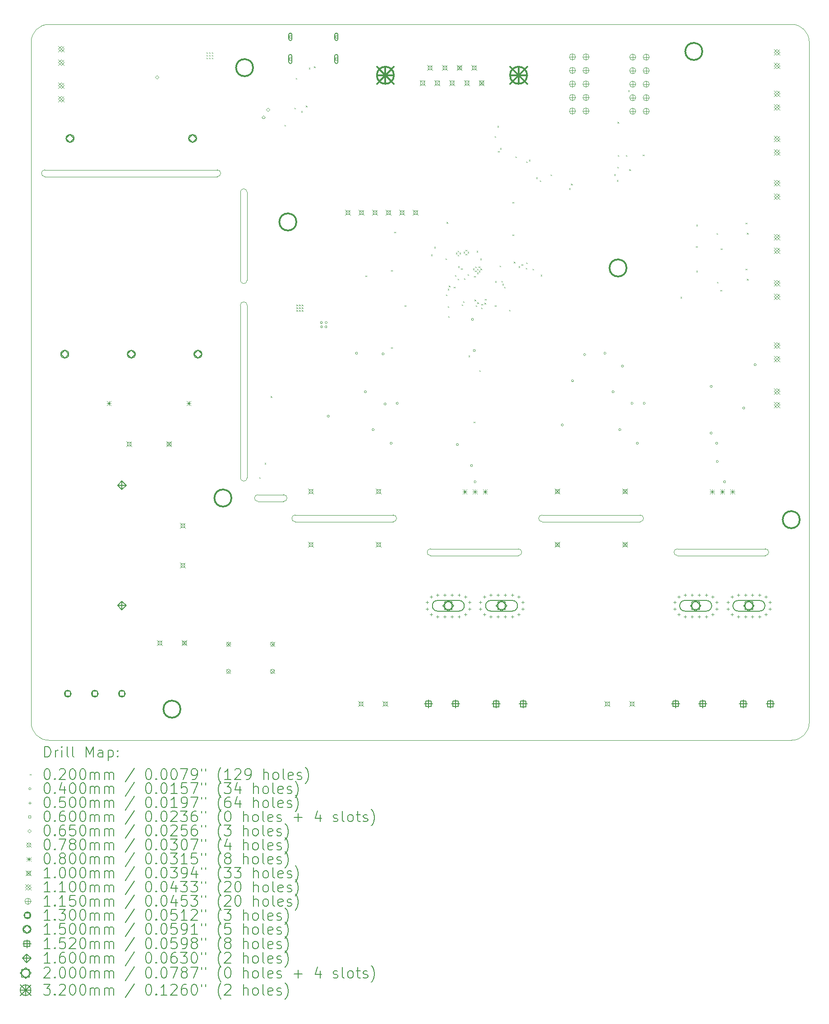
<source format=gbr>
%TF.GenerationSoftware,KiCad,Pcbnew,(6.0.9)*%
%TF.CreationDate,2023-08-24T09:05:57+02:00*%
%TF.ProjectId,reflow_oven,7265666c-6f77-45f6-9f76-656e2e6b6963,rev?*%
%TF.SameCoordinates,Original*%
%TF.FileFunction,Drillmap*%
%TF.FilePolarity,Positive*%
%FSLAX45Y45*%
G04 Gerber Fmt 4.5, Leading zero omitted, Abs format (unit mm)*
G04 Created by KiCad (PCBNEW (6.0.9)) date 2023-08-24 09:05:57*
%MOMM*%
%LPD*%
G01*
G04 APERTURE LIST*
%ADD10C,0.300000*%
%ADD11C,0.100000*%
%ADD12C,0.200000*%
%ADD13C,0.020000*%
%ADD14C,0.040000*%
%ADD15C,0.050000*%
%ADD16C,0.060000*%
%ADD17C,0.065000*%
%ADD18C,0.078000*%
%ADD19C,0.080000*%
%ADD20C,0.110000*%
%ADD21C,0.115000*%
%ADD22C,0.130000*%
%ADD23C,0.150000*%
%ADD24C,0.152000*%
%ADD25C,0.160000*%
%ADD26C,0.320000*%
G04 APERTURE END LIST*
D10*
X16611386Y-21645880D02*
G75*
G03*
X16611386Y-21645880I-160000J0D01*
G01*
D11*
X18548687Y-17747380D02*
G75*
G03*
X18548687Y-17620380I4J63500D01*
G01*
X22955586Y-18763380D02*
G75*
G03*
X22955586Y-18636380I4J63500D01*
G01*
X18764587Y-18001380D02*
G75*
G03*
X18764587Y-18128380I4J-63500D01*
G01*
X17735887Y-14064380D02*
X17735887Y-17302880D01*
X14065586Y-11524380D02*
G75*
G03*
X14065586Y-11651380I4J-63500D01*
G01*
X13809786Y-21899880D02*
X13809786Y-9123680D01*
D10*
X26408186Y-9301480D02*
G75*
G03*
X26408186Y-9301480I-160000J0D01*
G01*
D11*
X17862887Y-11943480D02*
X17862887Y-13594480D01*
X20606087Y-18128380D02*
G75*
G03*
X20606087Y-18001380I4J63500D01*
G01*
X28414786Y-9123680D02*
X28414786Y-21899880D01*
X23400086Y-18001380D02*
G75*
G03*
X23400086Y-18128380I4J-63500D01*
G01*
D10*
X18788187Y-12501880D02*
G75*
G03*
X18788187Y-12501880I-160000J0D01*
G01*
X28236986Y-18089880D02*
G75*
G03*
X28236986Y-18089880I-160000J0D01*
G01*
D11*
X20606087Y-18001380D02*
X18764587Y-18001380D01*
X25241586Y-18001380D02*
X23400086Y-18001380D01*
X28084586Y-22230080D02*
X14139986Y-22230080D01*
X27591086Y-18636380D02*
X25940086Y-18636380D01*
X17304087Y-11524380D02*
X14065586Y-11524380D01*
X25241586Y-18128380D02*
G75*
G03*
X25241586Y-18001380I4J63500D01*
G01*
X25940086Y-18636380D02*
G75*
G03*
X25940086Y-18763380I4J-63500D01*
G01*
X21304587Y-18636380D02*
G75*
G03*
X21304587Y-18763380I4J-63500D01*
G01*
X22955586Y-18636380D02*
X21304587Y-18636380D01*
X28414790Y-9123680D02*
G75*
G03*
X28084586Y-8793480I-330200J0D01*
G01*
X27591086Y-18763380D02*
X25940086Y-18763380D01*
X18066087Y-17620380D02*
G75*
G03*
X18066087Y-17747380I4J-63500D01*
G01*
X18066087Y-17620380D02*
X18548687Y-17620380D01*
X14139986Y-8793477D02*
G75*
G03*
X13809786Y-9123680I4J-330204D01*
G01*
X17862887Y-11943480D02*
G75*
G03*
X17735887Y-11943480I-63500J0D01*
G01*
X25241586Y-18128380D02*
X23400086Y-18128380D01*
X17862887Y-14064380D02*
X17862887Y-17302880D01*
X17304087Y-11651380D02*
X14065586Y-11651380D01*
X18548687Y-17747380D02*
X18066087Y-17747380D01*
D10*
X24985786Y-13365480D02*
G75*
G03*
X24985786Y-13365480I-160000J0D01*
G01*
D11*
X17735887Y-17302880D02*
G75*
G03*
X17862887Y-17302880I63500J0D01*
G01*
X17862887Y-14064380D02*
G75*
G03*
X17735887Y-14064380I-63500J0D01*
G01*
X22955586Y-18763380D02*
X21304587Y-18763380D01*
X17735887Y-13594480D02*
G75*
G03*
X17862887Y-13594480I63500J0D01*
G01*
X27591086Y-18763380D02*
G75*
G03*
X27591086Y-18636380I4J63500D01*
G01*
X14139986Y-8793480D02*
X28084586Y-8793480D01*
X13809790Y-21899880D02*
G75*
G03*
X14139986Y-22230080I330200J0D01*
G01*
X28084586Y-22230077D02*
G75*
G03*
X28414786Y-21899880I4J330197D01*
G01*
D10*
X17568987Y-17683480D02*
G75*
G03*
X17568987Y-17683480I-160000J0D01*
G01*
X17975387Y-9606280D02*
G75*
G03*
X17975387Y-9606280I-160000J0D01*
G01*
D11*
X17304087Y-11651380D02*
G75*
G03*
X17304087Y-11524380I4J63500D01*
G01*
X20606087Y-18128380D02*
X18764587Y-18128380D01*
X17735887Y-11943480D02*
X17735887Y-13594480D01*
D12*
D13*
X17101787Y-9316880D02*
X17121787Y-9336880D01*
X17121787Y-9316880D02*
X17101787Y-9336880D01*
X17101787Y-9367680D02*
X17121787Y-9387680D01*
X17121787Y-9367680D02*
X17101787Y-9387680D01*
X17101787Y-9418480D02*
X17121787Y-9438480D01*
X17121787Y-9418480D02*
X17101787Y-9438480D01*
X17152587Y-9316880D02*
X17172587Y-9336880D01*
X17172587Y-9316880D02*
X17152587Y-9336880D01*
X17152587Y-9367680D02*
X17172587Y-9387680D01*
X17172587Y-9367680D02*
X17152587Y-9387680D01*
X17152587Y-9418480D02*
X17172587Y-9438480D01*
X17172587Y-9418480D02*
X17152587Y-9438480D01*
X17203387Y-9316880D02*
X17223387Y-9336880D01*
X17223387Y-9316880D02*
X17203387Y-9336880D01*
X17203387Y-9367680D02*
X17223387Y-9387680D01*
X17223387Y-9367680D02*
X17203387Y-9387680D01*
X17203387Y-9418480D02*
X17223387Y-9438480D01*
X17223387Y-9418480D02*
X17203387Y-9438480D01*
X18092387Y-17292480D02*
X18112387Y-17312480D01*
X18112387Y-17292480D02*
X18092387Y-17312480D01*
X18193987Y-17025780D02*
X18213987Y-17045780D01*
X18213987Y-17025780D02*
X18193987Y-17045780D01*
X18305747Y-15773560D02*
X18325747Y-15793560D01*
X18325747Y-15773560D02*
X18305747Y-15793560D01*
X18564827Y-10679970D02*
X18584827Y-10699970D01*
X18584827Y-10679970D02*
X18564827Y-10699970D01*
X18752787Y-10358280D02*
X18772787Y-10378280D01*
X18772787Y-10358280D02*
X18752787Y-10378280D01*
X18778187Y-9799490D02*
X18798187Y-9819490D01*
X18798187Y-9799490D02*
X18778187Y-9819490D01*
X18790887Y-14053980D02*
X18810887Y-14073980D01*
X18810887Y-14053980D02*
X18790887Y-14073980D01*
X18790887Y-14104780D02*
X18810887Y-14124780D01*
X18810887Y-14104780D02*
X18790887Y-14124780D01*
X18790887Y-14155580D02*
X18810887Y-14175580D01*
X18810887Y-14155580D02*
X18790887Y-14175580D01*
X18841687Y-14053980D02*
X18861687Y-14073980D01*
X18861687Y-14053980D02*
X18841687Y-14073980D01*
X18841687Y-14104780D02*
X18861687Y-14124780D01*
X18861687Y-14104780D02*
X18841687Y-14124780D01*
X18841687Y-14155580D02*
X18861687Y-14175580D01*
X18861687Y-14155580D02*
X18841687Y-14175580D01*
X18879787Y-10421780D02*
X18899787Y-10441780D01*
X18899787Y-10421780D02*
X18879787Y-10441780D01*
X18892487Y-14053980D02*
X18912487Y-14073980D01*
X18912487Y-14053980D02*
X18892487Y-14073980D01*
X18892487Y-14104780D02*
X18912487Y-14124780D01*
X18912487Y-14104780D02*
X18892487Y-14124780D01*
X18892487Y-14155580D02*
X18912487Y-14175580D01*
X18912487Y-14155580D02*
X18892487Y-14175580D01*
X18968687Y-10320180D02*
X18988687Y-10340180D01*
X18988687Y-10320180D02*
X18968687Y-10340180D01*
X19020737Y-9608980D02*
X19040737Y-9628980D01*
X19040737Y-9608980D02*
X19020737Y-9628980D01*
X19120687Y-9583180D02*
X19140687Y-9603180D01*
X19140687Y-9583180D02*
X19120687Y-9603180D01*
X20083747Y-13510420D02*
X20103747Y-13530420D01*
X20103747Y-13510420D02*
X20083747Y-13530420D01*
X20568887Y-13408820D02*
X20588887Y-13428820D01*
X20588887Y-13408820D02*
X20568887Y-13428820D01*
X20568887Y-14854080D02*
X20588887Y-14874080D01*
X20588887Y-14854080D02*
X20568887Y-14874080D01*
X20627307Y-12684920D02*
X20647307Y-12704920D01*
X20647307Y-12684920D02*
X20627307Y-12704920D01*
X20822887Y-14066680D02*
X20842887Y-14086680D01*
X20842887Y-14066680D02*
X20822887Y-14086680D01*
X21318187Y-13114180D02*
X21338187Y-13134180D01*
X21338187Y-13114180D02*
X21318187Y-13134180D01*
X21375079Y-12970412D02*
X21395079Y-12990412D01*
X21395079Y-12970412D02*
X21375079Y-12990412D01*
X21589967Y-13187840D02*
X21609967Y-13207840D01*
X21609967Y-13187840D02*
X21589967Y-13207840D01*
X21597587Y-13863480D02*
X21617587Y-13883480D01*
X21617587Y-13863480D02*
X21597587Y-13883480D01*
X21610287Y-12504580D02*
X21630287Y-12524580D01*
X21630287Y-12504580D02*
X21610287Y-12524580D01*
X21627601Y-14085921D02*
X21647601Y-14105921D01*
X21647601Y-14085921D02*
X21627601Y-14105921D01*
X21628324Y-13756542D02*
X21648324Y-13776542D01*
X21648324Y-13756542D02*
X21628324Y-13776542D01*
X21638227Y-14269880D02*
X21658227Y-14289880D01*
X21658227Y-14269880D02*
X21638227Y-14289880D01*
X21650927Y-13698380D02*
X21670927Y-13718380D01*
X21670927Y-13698380D02*
X21650927Y-13718380D01*
X21745164Y-13718442D02*
X21765164Y-13738442D01*
X21765164Y-13718442D02*
X21745164Y-13738442D01*
X21766419Y-13500481D02*
X21786419Y-13520481D01*
X21786419Y-13500481D02*
X21766419Y-13520481D01*
X21780467Y-13081160D02*
X21800467Y-13101160D01*
X21800467Y-13081160D02*
X21780467Y-13101160D01*
X21816027Y-13043060D02*
X21836027Y-13063060D01*
X21836027Y-13043060D02*
X21816027Y-13063060D01*
X21816027Y-13116720D02*
X21836027Y-13136720D01*
X21836027Y-13116720D02*
X21816027Y-13136720D01*
X21818869Y-13568840D02*
X21838869Y-13588840D01*
X21838869Y-13568840D02*
X21818869Y-13588840D01*
X21827112Y-13333960D02*
X21847112Y-13353960D01*
X21847112Y-13333960D02*
X21827112Y-13353960D01*
X21851587Y-13081160D02*
X21871587Y-13101160D01*
X21871587Y-13081160D02*
X21851587Y-13101160D01*
X21879562Y-13371098D02*
X21899562Y-13391098D01*
X21899562Y-13371098D02*
X21879562Y-13391098D01*
X21893444Y-14050878D02*
X21913444Y-14070878D01*
X21913444Y-14050878D02*
X21893444Y-14070878D01*
X21917576Y-13989590D02*
X21937576Y-14009590D01*
X21937576Y-13989590D02*
X21917576Y-14009590D01*
X21927787Y-13063380D02*
X21947787Y-13083380D01*
X21947787Y-13063380D02*
X21927787Y-13083380D01*
X21935407Y-13558680D02*
X21955407Y-13578680D01*
X21955407Y-13558680D02*
X21935407Y-13578680D01*
X21965887Y-13025280D02*
X21985887Y-13045280D01*
X21985887Y-13025280D02*
X21965887Y-13045280D01*
X21965887Y-13101480D02*
X21985887Y-13121480D01*
X21985887Y-13101480D02*
X21965887Y-13121480D01*
X22002837Y-13480927D02*
X22022837Y-13500927D01*
X22022837Y-13480927D02*
X22002837Y-13500927D01*
X22003987Y-13063380D02*
X22023987Y-13083380D01*
X22023987Y-13063380D02*
X22003987Y-13083380D01*
X22019227Y-15011560D02*
X22039227Y-15031560D01*
X22039227Y-15011560D02*
X22019227Y-15031560D01*
X22103047Y-13375800D02*
X22123047Y-13395800D01*
X22123047Y-13375800D02*
X22103047Y-13395800D01*
X22118117Y-16253450D02*
X22138117Y-16273450D01*
X22138117Y-16253450D02*
X22118117Y-16273450D01*
X22125907Y-13518040D02*
X22145907Y-13538040D01*
X22145907Y-13518040D02*
X22125907Y-13538040D01*
X22133899Y-13960000D02*
X22153899Y-13980000D01*
X22153899Y-13960000D02*
X22133899Y-13980000D01*
X22141147Y-13416440D02*
X22161147Y-13436440D01*
X22161147Y-13416440D02*
X22141147Y-13436440D01*
X22146227Y-13340240D02*
X22166227Y-13360240D01*
X22166227Y-13340240D02*
X22146227Y-13360240D01*
X22154737Y-14069220D02*
X22174737Y-14089220D01*
X22174737Y-14069220D02*
X22154737Y-14089220D01*
X22170776Y-13044922D02*
X22190776Y-13064922D01*
X22190776Y-13044922D02*
X22170776Y-13064922D01*
X22179247Y-13380880D02*
X22199247Y-13400880D01*
X22199247Y-13380880D02*
X22179247Y-13400880D01*
X22179247Y-13452000D02*
X22199247Y-13472000D01*
X22199247Y-13452000D02*
X22179247Y-13472000D01*
X22185937Y-14012286D02*
X22205937Y-14032286D01*
X22205937Y-14012286D02*
X22185937Y-14032286D01*
X22209727Y-13340240D02*
X22229727Y-13360240D01*
X22229727Y-13340240D02*
X22209727Y-13360240D01*
X22212267Y-13418980D02*
X22232267Y-13438980D01*
X22232267Y-13418980D02*
X22212267Y-13438980D01*
X22222427Y-15285880D02*
X22242427Y-15305880D01*
X22242427Y-15285880D02*
X22222427Y-15305880D01*
X22238557Y-13191270D02*
X22258557Y-13211270D01*
X22258557Y-13191270D02*
X22238557Y-13211270D01*
X22245287Y-13375800D02*
X22265287Y-13395800D01*
X22265287Y-13375800D02*
X22245287Y-13395800D01*
X22255574Y-14111325D02*
X22275574Y-14131325D01*
X22275574Y-14111325D02*
X22255574Y-14131325D01*
X22259687Y-14041280D02*
X22279687Y-14061280D01*
X22279687Y-14041280D02*
X22259687Y-14061280D01*
X22318523Y-14020912D02*
X22338523Y-14040912D01*
X22338523Y-14020912D02*
X22318523Y-14040912D01*
X22328849Y-13945655D02*
X22348849Y-13965655D01*
X22348849Y-13945655D02*
X22328849Y-13965655D01*
X22511986Y-10891680D02*
X22531986Y-10911680D01*
X22531986Y-10891680D02*
X22511986Y-10911680D01*
X22514854Y-14068892D02*
X22534854Y-14088892D01*
X22534854Y-14068892D02*
X22514854Y-14088892D01*
X22519941Y-13614361D02*
X22539941Y-13634361D01*
X22539941Y-13614361D02*
X22519941Y-13634361D01*
X22562786Y-10701180D02*
X22582786Y-10721180D01*
X22582786Y-10701180D02*
X22562786Y-10721180D01*
X22572946Y-11168540D02*
X22592946Y-11188540D01*
X22592946Y-11168540D02*
X22572946Y-11188540D01*
X22606102Y-13318990D02*
X22626102Y-13338990D01*
X22626102Y-13318990D02*
X22606102Y-13338990D01*
X22611046Y-11116090D02*
X22631046Y-11136090D01*
X22631046Y-11116090D02*
X22611046Y-11136090D01*
X22635303Y-13606803D02*
X22655303Y-13626803D01*
X22655303Y-13606803D02*
X22635303Y-13626803D01*
X22652236Y-13664312D02*
X22672236Y-13684312D01*
X22672236Y-13664312D02*
X22652236Y-13684312D01*
X22685895Y-13716962D02*
X22705895Y-13736962D01*
X22705895Y-13716962D02*
X22685895Y-13736962D01*
X22779108Y-14151319D02*
X22799108Y-14171319D01*
X22799108Y-14151319D02*
X22779108Y-14171319D01*
X22844726Y-12128660D02*
X22864726Y-12148660D01*
X22864726Y-12128660D02*
X22844726Y-12148660D01*
X22844726Y-12738260D02*
X22864726Y-12758260D01*
X22864726Y-12738260D02*
X22844726Y-12758260D01*
X22870384Y-13249058D02*
X22890384Y-13269058D01*
X22890384Y-13249058D02*
X22870384Y-13269058D01*
X22900606Y-11272680D02*
X22920606Y-11292680D01*
X22920606Y-11272680D02*
X22900606Y-11292680D01*
X22961566Y-13335160D02*
X22981566Y-13355160D01*
X22981566Y-13335160D02*
X22961566Y-13355160D01*
X23014016Y-13294520D02*
X23034016Y-13314520D01*
X23034016Y-13294520D02*
X23014016Y-13314520D01*
X23094659Y-13364112D02*
X23114659Y-13384112D01*
X23114659Y-13364112D02*
X23094659Y-13384112D01*
X23103806Y-11366660D02*
X23123806Y-11386660D01*
X23123806Y-11366660D02*
X23103806Y-11386660D01*
X23103806Y-13261500D02*
X23123806Y-13281500D01*
X23123806Y-13261500D02*
X23103806Y-13281500D01*
X23156306Y-11337020D02*
X23176306Y-11357020D01*
X23176306Y-11337020D02*
X23156306Y-11357020D01*
X23223186Y-13380880D02*
X23243186Y-13400880D01*
X23243186Y-13380880D02*
X23223186Y-13400880D01*
X23291766Y-11666380D02*
X23311766Y-11686380D01*
X23311766Y-11666380D02*
X23291766Y-11686380D01*
X23356156Y-11718830D02*
X23376156Y-11738830D01*
X23376156Y-11718830D02*
X23356156Y-11738830D01*
X23375586Y-13495180D02*
X23395586Y-13515180D01*
X23395586Y-13495180D02*
X23375586Y-13515180D01*
X23561006Y-11613930D02*
X23581006Y-11633930D01*
X23581006Y-11613930D02*
X23561006Y-11633930D01*
X23909789Y-11870383D02*
X23929789Y-11890383D01*
X23929789Y-11870383D02*
X23909789Y-11890383D01*
X23944546Y-11786183D02*
X23964546Y-11806183D01*
X23964546Y-11786183D02*
X23944546Y-11806183D01*
X24756076Y-11606690D02*
X24776076Y-11626690D01*
X24776076Y-11606690D02*
X24756076Y-11626690D01*
X24805606Y-11717180D02*
X24825606Y-11737180D01*
X24825606Y-11717180D02*
X24805606Y-11737180D01*
X24815427Y-11468975D02*
X24835427Y-11488975D01*
X24835427Y-11468975D02*
X24815427Y-11488975D01*
X24818306Y-10624980D02*
X24838306Y-10644980D01*
X24838306Y-10624980D02*
X24818306Y-10644980D01*
X24823386Y-11247280D02*
X24843386Y-11267280D01*
X24843386Y-11247280D02*
X24823386Y-11267280D01*
X24973336Y-11247280D02*
X24993336Y-11267280D01*
X24993336Y-11247280D02*
X24973336Y-11267280D01*
X25018966Y-10033160D02*
X25038966Y-10053160D01*
X25038966Y-10033160D02*
X25018966Y-10053160D01*
X25039286Y-11513980D02*
X25059286Y-11533980D01*
X25059286Y-11513980D02*
X25039286Y-11533980D01*
X25293286Y-11239670D02*
X25313286Y-11259670D01*
X25313286Y-11239670D02*
X25293286Y-11259670D01*
X25996866Y-13909200D02*
X26016866Y-13929200D01*
X26016866Y-13909200D02*
X25996866Y-13929200D01*
X26291506Y-12959240D02*
X26311506Y-12979240D01*
X26311506Y-12959240D02*
X26291506Y-12979240D01*
X26296586Y-12555380D02*
X26316586Y-12575380D01*
X26316586Y-12555380D02*
X26296586Y-12575380D01*
X26296586Y-13418980D02*
X26316586Y-13438980D01*
X26316586Y-13418980D02*
X26296586Y-13438980D01*
X26677586Y-12710320D02*
X26697586Y-12730320D01*
X26697586Y-12710320D02*
X26677586Y-12730320D01*
X26682666Y-13624720D02*
X26702666Y-13644720D01*
X26702666Y-13624720D02*
X26682666Y-13644720D01*
X26748706Y-13777120D02*
X26768706Y-13797120D01*
X26768706Y-13777120D02*
X26748706Y-13797120D01*
X26755436Y-12999880D02*
X26775436Y-13019880D01*
X26775436Y-12999880D02*
X26755436Y-13019880D01*
X27223686Y-12517280D02*
X27243686Y-12537280D01*
X27243686Y-12517280D02*
X27223686Y-12537280D01*
X27223686Y-13380880D02*
X27243686Y-13400880D01*
X27243686Y-13380880D02*
X27223686Y-13400880D01*
X27249086Y-12707780D02*
X27269086Y-12727780D01*
X27269086Y-12707780D02*
X27249086Y-12727780D01*
X27249086Y-13571380D02*
X27269086Y-13591380D01*
X27269086Y-13571380D02*
X27249086Y-13591380D01*
D14*
X19275547Y-14389100D02*
G75*
G03*
X19275547Y-14389100I-20000J0D01*
G01*
X19280627Y-14470380D02*
G75*
G03*
X19280627Y-14470380I-20000J0D01*
G01*
X19361907Y-14470380D02*
G75*
G03*
X19361907Y-14470380I-20000J0D01*
G01*
X19366987Y-14389100D02*
G75*
G03*
X19366987Y-14389100I-20000J0D01*
G01*
X19405087Y-16146780D02*
G75*
G03*
X19405087Y-16146780I-20000J0D01*
G01*
X19938487Y-14965680D02*
G75*
G03*
X19938487Y-14965680I-20000J0D01*
G01*
X20103587Y-15689580D02*
G75*
G03*
X20103587Y-15689580I-20000J0D01*
G01*
X20249016Y-16400718D02*
G75*
G03*
X20249016Y-16400718I-20000J0D01*
G01*
X20433787Y-14978380D02*
G75*
G03*
X20433787Y-14978380I-20000J0D01*
G01*
X20471887Y-15918180D02*
G75*
G03*
X20471887Y-15918180I-20000J0D01*
G01*
X20586187Y-16654780D02*
G75*
G03*
X20586187Y-16654780I-20000J0D01*
G01*
X20700487Y-15905480D02*
G75*
G03*
X20700487Y-15905480I-20000J0D01*
G01*
X21830787Y-16680180D02*
G75*
G03*
X21830787Y-16680180I-20000J0D01*
G01*
X22097487Y-17073880D02*
G75*
G03*
X22097487Y-17073880I-20000J0D01*
G01*
X22113937Y-14330680D02*
G75*
G03*
X22113937Y-14330680I-20000J0D01*
G01*
X22145747Y-14914880D02*
G75*
G03*
X22145747Y-14914880I-20000J0D01*
G01*
X22160987Y-17378680D02*
G75*
G03*
X22160987Y-17378680I-20000J0D01*
G01*
X23799286Y-16311880D02*
G75*
G03*
X23799286Y-16311880I-20000J0D01*
G01*
X23992586Y-15481980D02*
G75*
G03*
X23992586Y-15481980I-20000J0D01*
G01*
X24218386Y-14991080D02*
G75*
G03*
X24218386Y-14991080I-20000J0D01*
G01*
X24599386Y-14965680D02*
G75*
G03*
X24599386Y-14965680I-20000J0D01*
G01*
X24751786Y-15689580D02*
G75*
G03*
X24751786Y-15689580I-20000J0D01*
G01*
X24879086Y-16401224D02*
G75*
G03*
X24879086Y-16401224I-20000J0D01*
G01*
X24929586Y-15206980D02*
G75*
G03*
X24929586Y-15206980I-20000J0D01*
G01*
X25107386Y-15905480D02*
G75*
G03*
X25107386Y-15905480I-20000J0D01*
G01*
X25208986Y-16654780D02*
G75*
G03*
X25208986Y-16654780I-20000J0D01*
G01*
X25335986Y-15905480D02*
G75*
G03*
X25335986Y-15905480I-20000J0D01*
G01*
X26593286Y-15587980D02*
G75*
G03*
X26593286Y-15587980I-20000J0D01*
G01*
X26593286Y-16464280D02*
G75*
G03*
X26593286Y-16464280I-20000J0D01*
G01*
X26694886Y-16654780D02*
G75*
G03*
X26694886Y-16654780I-20000J0D01*
G01*
X26707586Y-16997680D02*
G75*
G03*
X26707586Y-16997680I-20000J0D01*
G01*
X26847286Y-17378680D02*
G75*
G03*
X26847286Y-17378680I-20000J0D01*
G01*
X27202886Y-15994380D02*
G75*
G03*
X27202886Y-15994380I-20000J0D01*
G01*
X27418786Y-15181580D02*
G75*
G03*
X27418786Y-15181580I-20000J0D01*
G01*
D15*
X21244247Y-19617640D02*
X21244247Y-19667640D01*
X21219247Y-19642640D02*
X21269247Y-19642640D01*
X21244247Y-19743640D02*
X21244247Y-19793640D01*
X21219247Y-19768640D02*
X21269247Y-19768640D01*
X21319247Y-19514640D02*
X21319247Y-19564640D01*
X21294247Y-19539640D02*
X21344247Y-19539640D01*
X21319247Y-19846640D02*
X21319247Y-19896640D01*
X21294247Y-19871640D02*
X21344247Y-19871640D01*
X21439247Y-19475640D02*
X21439247Y-19525640D01*
X21414247Y-19500640D02*
X21464247Y-19500640D01*
X21439247Y-19885640D02*
X21439247Y-19935640D01*
X21414247Y-19910640D02*
X21464247Y-19910640D01*
X21572247Y-19475640D02*
X21572247Y-19525640D01*
X21547247Y-19500640D02*
X21597247Y-19500640D01*
X21572247Y-19885640D02*
X21572247Y-19935640D01*
X21547247Y-19910640D02*
X21597247Y-19910640D01*
X21706247Y-19475640D02*
X21706247Y-19525640D01*
X21681247Y-19500640D02*
X21731247Y-19500640D01*
X21706247Y-19885640D02*
X21706247Y-19935640D01*
X21681247Y-19910640D02*
X21731247Y-19910640D01*
X21839247Y-19475640D02*
X21839247Y-19525640D01*
X21814247Y-19500640D02*
X21864247Y-19500640D01*
X21839247Y-19885640D02*
X21839247Y-19935640D01*
X21814247Y-19910640D02*
X21864247Y-19910640D01*
X21959247Y-19514640D02*
X21959247Y-19564640D01*
X21934247Y-19539640D02*
X21984247Y-19539640D01*
X21959247Y-19846640D02*
X21959247Y-19896640D01*
X21934247Y-19871640D02*
X21984247Y-19871640D01*
X22034247Y-19617640D02*
X22034247Y-19667640D01*
X22009247Y-19642640D02*
X22059247Y-19642640D01*
X22034247Y-19743640D02*
X22034247Y-19793640D01*
X22009247Y-19768640D02*
X22059247Y-19768640D01*
X22244247Y-19617640D02*
X22244247Y-19667640D01*
X22219247Y-19642640D02*
X22269247Y-19642640D01*
X22244247Y-19743640D02*
X22244247Y-19793640D01*
X22219247Y-19768640D02*
X22269247Y-19768640D01*
X22319247Y-19514640D02*
X22319247Y-19564640D01*
X22294247Y-19539640D02*
X22344247Y-19539640D01*
X22319247Y-19846640D02*
X22319247Y-19896640D01*
X22294247Y-19871640D02*
X22344247Y-19871640D01*
X22439246Y-19475640D02*
X22439246Y-19525640D01*
X22414246Y-19500640D02*
X22464246Y-19500640D01*
X22439246Y-19885640D02*
X22439246Y-19935640D01*
X22414246Y-19910640D02*
X22464246Y-19910640D01*
X22572246Y-19475640D02*
X22572246Y-19525640D01*
X22547246Y-19500640D02*
X22597246Y-19500640D01*
X22572246Y-19885640D02*
X22572246Y-19935640D01*
X22547246Y-19910640D02*
X22597246Y-19910640D01*
X22706246Y-19475640D02*
X22706246Y-19525640D01*
X22681246Y-19500640D02*
X22731246Y-19500640D01*
X22706246Y-19885640D02*
X22706246Y-19935640D01*
X22681246Y-19910640D02*
X22731246Y-19910640D01*
X22839246Y-19475640D02*
X22839246Y-19525640D01*
X22814246Y-19500640D02*
X22864246Y-19500640D01*
X22839246Y-19885640D02*
X22839246Y-19935640D01*
X22814246Y-19910640D02*
X22864246Y-19910640D01*
X22959246Y-19514640D02*
X22959246Y-19564640D01*
X22934246Y-19539640D02*
X22984246Y-19539640D01*
X22959246Y-19846640D02*
X22959246Y-19896640D01*
X22934246Y-19871640D02*
X22984246Y-19871640D01*
X23034246Y-19617640D02*
X23034246Y-19667640D01*
X23009246Y-19642640D02*
X23059246Y-19642640D01*
X23034246Y-19743640D02*
X23034246Y-19793640D01*
X23009246Y-19768640D02*
X23059246Y-19768640D01*
X25887886Y-19617640D02*
X25887886Y-19667640D01*
X25862886Y-19642640D02*
X25912886Y-19642640D01*
X25887886Y-19743640D02*
X25887886Y-19793640D01*
X25862886Y-19768640D02*
X25912886Y-19768640D01*
X25962886Y-19514640D02*
X25962886Y-19564640D01*
X25937886Y-19539640D02*
X25987886Y-19539640D01*
X25962886Y-19846640D02*
X25962886Y-19896640D01*
X25937886Y-19871640D02*
X25987886Y-19871640D01*
X26082886Y-19475640D02*
X26082886Y-19525640D01*
X26057886Y-19500640D02*
X26107886Y-19500640D01*
X26082886Y-19885640D02*
X26082886Y-19935640D01*
X26057886Y-19910640D02*
X26107886Y-19910640D01*
X26215886Y-19475640D02*
X26215886Y-19525640D01*
X26190886Y-19500640D02*
X26240886Y-19500640D01*
X26215886Y-19885640D02*
X26215886Y-19935640D01*
X26190886Y-19910640D02*
X26240886Y-19910640D01*
X26349886Y-19475640D02*
X26349886Y-19525640D01*
X26324886Y-19500640D02*
X26374886Y-19500640D01*
X26349886Y-19885640D02*
X26349886Y-19935640D01*
X26324886Y-19910640D02*
X26374886Y-19910640D01*
X26482886Y-19475640D02*
X26482886Y-19525640D01*
X26457886Y-19500640D02*
X26507886Y-19500640D01*
X26482886Y-19885640D02*
X26482886Y-19935640D01*
X26457886Y-19910640D02*
X26507886Y-19910640D01*
X26602886Y-19514640D02*
X26602886Y-19564640D01*
X26577886Y-19539640D02*
X26627886Y-19539640D01*
X26602886Y-19846640D02*
X26602886Y-19896640D01*
X26577886Y-19871640D02*
X26627886Y-19871640D01*
X26677886Y-19617640D02*
X26677886Y-19667640D01*
X26652886Y-19642640D02*
X26702886Y-19642640D01*
X26677886Y-19743640D02*
X26677886Y-19793640D01*
X26652886Y-19768640D02*
X26702886Y-19768640D01*
X26887886Y-19617640D02*
X26887886Y-19667640D01*
X26862886Y-19642640D02*
X26912886Y-19642640D01*
X26887886Y-19743640D02*
X26887886Y-19793640D01*
X26862886Y-19768640D02*
X26912886Y-19768640D01*
X26962886Y-19514640D02*
X26962886Y-19564640D01*
X26937886Y-19539640D02*
X26987886Y-19539640D01*
X26962886Y-19846640D02*
X26962886Y-19896640D01*
X26937886Y-19871640D02*
X26987886Y-19871640D01*
X27082886Y-19475640D02*
X27082886Y-19525640D01*
X27057886Y-19500640D02*
X27107886Y-19500640D01*
X27082886Y-19885640D02*
X27082886Y-19935640D01*
X27057886Y-19910640D02*
X27107886Y-19910640D01*
X27215886Y-19475640D02*
X27215886Y-19525640D01*
X27190886Y-19500640D02*
X27240886Y-19500640D01*
X27215886Y-19885640D02*
X27215886Y-19935640D01*
X27190886Y-19910640D02*
X27240886Y-19910640D01*
X27349886Y-19475640D02*
X27349886Y-19525640D01*
X27324886Y-19500640D02*
X27374886Y-19500640D01*
X27349886Y-19885640D02*
X27349886Y-19935640D01*
X27324886Y-19910640D02*
X27374886Y-19910640D01*
X27482886Y-19475640D02*
X27482886Y-19525640D01*
X27457886Y-19500640D02*
X27507886Y-19500640D01*
X27482886Y-19885640D02*
X27482886Y-19935640D01*
X27457886Y-19910640D02*
X27507886Y-19910640D01*
X27602886Y-19514640D02*
X27602886Y-19564640D01*
X27577886Y-19539640D02*
X27627886Y-19539640D01*
X27602886Y-19846640D02*
X27602886Y-19896640D01*
X27577886Y-19871640D02*
X27627886Y-19871640D01*
X27677886Y-19617640D02*
X27677886Y-19667640D01*
X27652886Y-19642640D02*
X27702886Y-19642640D01*
X27677886Y-19743640D02*
X27677886Y-19793640D01*
X27652886Y-19768640D02*
X27702886Y-19768640D01*
D16*
X18694900Y-9047893D02*
X18694900Y-9005467D01*
X18652473Y-9005467D01*
X18652473Y-9047893D01*
X18694900Y-9047893D01*
D12*
X18643687Y-8986680D02*
X18643687Y-9066680D01*
X18703687Y-8986680D02*
X18703687Y-9066680D01*
X18643687Y-9066680D02*
G75*
G03*
X18703687Y-9066680I30000J0D01*
G01*
X18703687Y-8986680D02*
G75*
G03*
X18643687Y-8986680I-30000J0D01*
G01*
D16*
X18694900Y-9464893D02*
X18694900Y-9422467D01*
X18652473Y-9422467D01*
X18652473Y-9464893D01*
X18694900Y-9464893D01*
D12*
X18643687Y-9388680D02*
X18643687Y-9498680D01*
X18703687Y-9388680D02*
X18703687Y-9498680D01*
X18643687Y-9498680D02*
G75*
G03*
X18703687Y-9498680I30000J0D01*
G01*
X18703687Y-9388680D02*
G75*
G03*
X18643687Y-9388680I-30000J0D01*
G01*
D16*
X19558900Y-9047893D02*
X19558900Y-9005467D01*
X19516473Y-9005467D01*
X19516473Y-9047893D01*
X19558900Y-9047893D01*
D12*
X19507687Y-8986680D02*
X19507687Y-9066680D01*
X19567687Y-8986680D02*
X19567687Y-9066680D01*
X19507687Y-9066680D02*
G75*
G03*
X19567687Y-9066680I30000J0D01*
G01*
X19567687Y-8986680D02*
G75*
G03*
X19507687Y-8986680I-30000J0D01*
G01*
D16*
X19558900Y-9464893D02*
X19558900Y-9422467D01*
X19516473Y-9422467D01*
X19516473Y-9464893D01*
X19558900Y-9464893D01*
D12*
X19507687Y-9388680D02*
X19507687Y-9498680D01*
X19567687Y-9388680D02*
X19567687Y-9498680D01*
X19507687Y-9498680D02*
G75*
G03*
X19567687Y-9498680I30000J0D01*
G01*
X19567687Y-9388680D02*
G75*
G03*
X19507687Y-9388680I-30000J0D01*
G01*
D17*
X16171986Y-9816580D02*
X16204486Y-9784080D01*
X16171986Y-9751580D01*
X16139486Y-9784080D01*
X16171986Y-9816580D01*
X18165887Y-10565880D02*
X18198387Y-10533380D01*
X18165887Y-10500880D01*
X18133387Y-10533380D01*
X18165887Y-10565880D01*
X18254787Y-10426180D02*
X18287287Y-10393680D01*
X18254787Y-10361180D01*
X18222287Y-10393680D01*
X18254787Y-10426180D01*
D18*
X17474887Y-20387080D02*
X17552887Y-20465080D01*
X17552887Y-20387080D02*
X17474887Y-20465080D01*
X17552887Y-20426080D02*
G75*
G03*
X17552887Y-20426080I-39000J0D01*
G01*
X17474887Y-20897080D02*
X17552887Y-20975080D01*
X17552887Y-20897080D02*
X17474887Y-20975080D01*
X17552887Y-20936080D02*
G75*
G03*
X17552887Y-20936080I-39000J0D01*
G01*
X18299887Y-20387080D02*
X18377887Y-20465080D01*
X18377887Y-20387080D02*
X18299887Y-20465080D01*
X18377887Y-20426080D02*
G75*
G03*
X18377887Y-20426080I-39000J0D01*
G01*
X18299887Y-20897080D02*
X18377887Y-20975080D01*
X18377887Y-20897080D02*
X18299887Y-20975080D01*
X18377887Y-20936080D02*
G75*
G03*
X18377887Y-20936080I-39000J0D01*
G01*
D19*
X15229586Y-15865480D02*
X15309586Y-15945480D01*
X15309586Y-15865480D02*
X15229586Y-15945480D01*
X15269586Y-15865480D02*
X15269586Y-15945480D01*
X15229586Y-15905480D02*
X15309586Y-15905480D01*
X16729586Y-15865480D02*
X16809587Y-15945480D01*
X16809587Y-15865480D02*
X16729586Y-15945480D01*
X16769586Y-15865480D02*
X16769586Y-15945480D01*
X16729586Y-15905480D02*
X16809587Y-15905480D01*
X21908247Y-17525640D02*
X21988247Y-17605640D01*
X21988247Y-17525640D02*
X21908247Y-17605640D01*
X21948247Y-17525640D02*
X21948247Y-17605640D01*
X21908247Y-17565640D02*
X21988247Y-17565640D01*
X22099247Y-17525640D02*
X22179247Y-17605640D01*
X22179247Y-17525640D02*
X22099247Y-17605640D01*
X22139247Y-17525640D02*
X22139247Y-17605640D01*
X22099247Y-17565640D02*
X22179247Y-17565640D01*
X22290247Y-17525640D02*
X22370246Y-17605640D01*
X22370246Y-17525640D02*
X22290247Y-17605640D01*
X22330247Y-17525640D02*
X22330247Y-17605640D01*
X22290247Y-17565640D02*
X22370246Y-17565640D01*
X26551886Y-17525640D02*
X26631886Y-17605640D01*
X26631886Y-17525640D02*
X26551886Y-17605640D01*
X26591886Y-17525640D02*
X26591886Y-17605640D01*
X26551886Y-17565640D02*
X26631886Y-17565640D01*
X26742886Y-17525640D02*
X26822886Y-17605640D01*
X26822886Y-17525640D02*
X26742886Y-17605640D01*
X26782886Y-17525640D02*
X26782886Y-17605640D01*
X26742886Y-17565640D02*
X26822886Y-17565640D01*
X26933886Y-17525640D02*
X27013886Y-17605640D01*
X27013886Y-17525640D02*
X26933886Y-17605640D01*
X26973886Y-17525640D02*
X26973886Y-17605640D01*
X26933886Y-17565640D02*
X27013886Y-17565640D01*
D11*
X15594586Y-16617480D02*
X15694586Y-16717480D01*
X15694586Y-16617480D02*
X15594586Y-16717480D01*
X15679942Y-16702836D02*
X15679942Y-16632124D01*
X15609231Y-16632124D01*
X15609231Y-16702836D01*
X15679942Y-16702836D01*
X16173186Y-20351680D02*
X16273186Y-20451680D01*
X16273186Y-20351680D02*
X16173186Y-20451680D01*
X16258542Y-20437036D02*
X16258542Y-20366324D01*
X16187831Y-20366324D01*
X16187831Y-20437036D01*
X16258542Y-20437036D01*
X16344586Y-16617480D02*
X16444586Y-16717480D01*
X16444586Y-16617480D02*
X16344586Y-16717480D01*
X16429942Y-16702836D02*
X16429942Y-16632124D01*
X16359231Y-16632124D01*
X16359231Y-16702836D01*
X16429942Y-16702836D01*
X16604586Y-18147480D02*
X16704586Y-18247480D01*
X16704586Y-18147480D02*
X16604586Y-18247480D01*
X16689942Y-18232836D02*
X16689942Y-18162124D01*
X16619231Y-18162124D01*
X16619231Y-18232836D01*
X16689942Y-18232836D01*
X16604586Y-18897480D02*
X16704586Y-18997480D01*
X16704586Y-18897480D02*
X16604586Y-18997480D01*
X16689942Y-18982836D02*
X16689942Y-18912124D01*
X16619231Y-18912124D01*
X16619231Y-18982836D01*
X16689942Y-18982836D01*
X16633186Y-20351680D02*
X16733186Y-20451680D01*
X16733186Y-20351680D02*
X16633186Y-20451680D01*
X16718542Y-20437036D02*
X16718542Y-20366324D01*
X16647831Y-20366324D01*
X16647831Y-20437036D01*
X16718542Y-20437036D01*
X19006687Y-17505280D02*
X19106687Y-17605280D01*
X19106687Y-17505280D02*
X19006687Y-17605280D01*
X19092042Y-17590636D02*
X19092042Y-17519924D01*
X19021331Y-17519924D01*
X19021331Y-17590636D01*
X19092042Y-17590636D01*
X19006687Y-18505280D02*
X19106687Y-18605280D01*
X19106687Y-18505280D02*
X19006687Y-18605280D01*
X19092042Y-18590636D02*
X19092042Y-18519924D01*
X19021331Y-18519924D01*
X19021331Y-18590636D01*
X19092042Y-18590636D01*
X19703387Y-12274080D02*
X19803387Y-12374080D01*
X19803387Y-12274080D02*
X19703387Y-12374080D01*
X19788742Y-12359436D02*
X19788742Y-12288724D01*
X19718031Y-12288724D01*
X19718031Y-12359436D01*
X19788742Y-12359436D01*
X19945087Y-21494680D02*
X20045087Y-21594680D01*
X20045087Y-21494680D02*
X19945087Y-21594680D01*
X20030442Y-21580036D02*
X20030442Y-21509324D01*
X19959731Y-21509324D01*
X19959731Y-21580036D01*
X20030442Y-21580036D01*
X19957387Y-12274080D02*
X20057387Y-12374080D01*
X20057387Y-12274080D02*
X19957387Y-12374080D01*
X20042742Y-12359436D02*
X20042742Y-12288724D01*
X19972031Y-12288724D01*
X19972031Y-12359436D01*
X20042742Y-12359436D01*
X20211387Y-12274080D02*
X20311387Y-12374080D01*
X20311387Y-12274080D02*
X20211387Y-12374080D01*
X20296742Y-12359436D02*
X20296742Y-12288724D01*
X20226031Y-12288724D01*
X20226031Y-12359436D01*
X20296742Y-12359436D01*
X20276687Y-17505280D02*
X20376687Y-17605280D01*
X20376687Y-17505280D02*
X20276687Y-17605280D01*
X20362042Y-17590636D02*
X20362042Y-17519924D01*
X20291331Y-17519924D01*
X20291331Y-17590636D01*
X20362042Y-17590636D01*
X20276687Y-18505280D02*
X20376687Y-18605280D01*
X20376687Y-18505280D02*
X20276687Y-18605280D01*
X20362042Y-18590636D02*
X20362042Y-18519924D01*
X20291331Y-18519924D01*
X20291331Y-18590636D01*
X20362042Y-18590636D01*
X20405087Y-21494680D02*
X20505087Y-21594680D01*
X20505087Y-21494680D02*
X20405087Y-21594680D01*
X20490442Y-21580036D02*
X20490442Y-21509324D01*
X20419731Y-21509324D01*
X20419731Y-21580036D01*
X20490442Y-21580036D01*
X20465387Y-12274080D02*
X20565387Y-12374080D01*
X20565387Y-12274080D02*
X20465387Y-12374080D01*
X20550742Y-12359436D02*
X20550742Y-12288724D01*
X20480031Y-12288724D01*
X20480031Y-12359436D01*
X20550742Y-12359436D01*
X20719387Y-12274080D02*
X20819387Y-12374080D01*
X20819387Y-12274080D02*
X20719387Y-12374080D01*
X20804742Y-12359436D02*
X20804742Y-12288724D01*
X20734031Y-12288724D01*
X20734031Y-12359436D01*
X20804742Y-12359436D01*
X20973387Y-12274080D02*
X21073387Y-12374080D01*
X21073387Y-12274080D02*
X20973387Y-12374080D01*
X21058742Y-12359436D02*
X21058742Y-12288724D01*
X20988031Y-12288724D01*
X20988031Y-12359436D01*
X21058742Y-12359436D01*
X21104187Y-9840760D02*
X21204187Y-9940760D01*
X21204187Y-9840760D02*
X21104187Y-9940760D01*
X21189542Y-9926116D02*
X21189542Y-9855404D01*
X21118831Y-9855404D01*
X21118831Y-9926116D01*
X21189542Y-9926116D01*
X21242687Y-9556760D02*
X21342687Y-9656760D01*
X21342687Y-9556760D02*
X21242687Y-9656760D01*
X21328042Y-9642116D02*
X21328042Y-9571404D01*
X21257331Y-9571404D01*
X21257331Y-9642116D01*
X21328042Y-9642116D01*
X21381187Y-9840760D02*
X21481187Y-9940760D01*
X21481187Y-9840760D02*
X21381187Y-9940760D01*
X21466542Y-9926116D02*
X21466542Y-9855404D01*
X21395831Y-9855404D01*
X21395831Y-9926116D01*
X21466542Y-9926116D01*
X21519687Y-9556760D02*
X21619687Y-9656760D01*
X21619687Y-9556760D02*
X21519687Y-9656760D01*
X21605042Y-9642116D02*
X21605042Y-9571404D01*
X21534331Y-9571404D01*
X21534331Y-9642116D01*
X21605042Y-9642116D01*
X21658187Y-9840760D02*
X21758187Y-9940760D01*
X21758187Y-9840760D02*
X21658187Y-9940760D01*
X21743542Y-9926116D02*
X21743542Y-9855404D01*
X21672831Y-9855404D01*
X21672831Y-9926116D01*
X21743542Y-9926116D01*
X21796687Y-9556760D02*
X21896687Y-9656760D01*
X21896687Y-9556760D02*
X21796687Y-9656760D01*
X21882042Y-9642116D02*
X21882042Y-9571404D01*
X21811331Y-9571404D01*
X21811331Y-9642116D01*
X21882042Y-9642116D01*
X21935187Y-9840760D02*
X22035187Y-9940760D01*
X22035187Y-9840760D02*
X21935187Y-9940760D01*
X22020542Y-9926116D02*
X22020542Y-9855404D01*
X21949831Y-9855404D01*
X21949831Y-9926116D01*
X22020542Y-9926116D01*
X22073687Y-9556760D02*
X22173687Y-9656760D01*
X22173687Y-9556760D02*
X22073687Y-9656760D01*
X22159042Y-9642116D02*
X22159042Y-9571404D01*
X22088331Y-9571404D01*
X22088331Y-9642116D01*
X22159042Y-9642116D01*
X22212187Y-9840760D02*
X22312187Y-9940760D01*
X22312187Y-9840760D02*
X22212187Y-9940760D01*
X22297542Y-9926116D02*
X22297542Y-9855404D01*
X22226831Y-9855404D01*
X22226831Y-9926116D01*
X22297542Y-9926116D01*
X23635086Y-17505280D02*
X23735086Y-17605280D01*
X23735086Y-17505280D02*
X23635086Y-17605280D01*
X23720442Y-17590636D02*
X23720442Y-17519924D01*
X23649731Y-17519924D01*
X23649731Y-17590636D01*
X23720442Y-17590636D01*
X23635086Y-18505280D02*
X23735086Y-18605280D01*
X23735086Y-18505280D02*
X23635086Y-18605280D01*
X23720442Y-18590636D02*
X23720442Y-18519924D01*
X23649731Y-18519924D01*
X23649731Y-18590636D01*
X23720442Y-18590636D01*
X24573486Y-21494680D02*
X24673486Y-21594680D01*
X24673486Y-21494680D02*
X24573486Y-21594680D01*
X24658842Y-21580036D02*
X24658842Y-21509324D01*
X24588131Y-21509324D01*
X24588131Y-21580036D01*
X24658842Y-21580036D01*
X24905086Y-17505280D02*
X25005086Y-17605280D01*
X25005086Y-17505280D02*
X24905086Y-17605280D01*
X24990442Y-17590636D02*
X24990442Y-17519924D01*
X24919731Y-17519924D01*
X24919731Y-17590636D01*
X24990442Y-17590636D01*
X24905086Y-18505280D02*
X25005086Y-18605280D01*
X25005086Y-18505280D02*
X24905086Y-18605280D01*
X24990442Y-18590636D02*
X24990442Y-18519924D01*
X24919731Y-18519924D01*
X24919731Y-18590636D01*
X24990442Y-18590636D01*
X25033486Y-21494680D02*
X25133486Y-21594680D01*
X25133486Y-21494680D02*
X25033486Y-21594680D01*
X25118842Y-21580036D02*
X25118842Y-21509324D01*
X25048131Y-21509324D01*
X25048131Y-21580036D01*
X25118842Y-21580036D01*
D20*
X14320086Y-9195680D02*
X14430086Y-9305680D01*
X14430086Y-9195680D02*
X14320086Y-9305680D01*
X14375086Y-9305680D02*
X14430086Y-9250680D01*
X14375086Y-9195680D01*
X14320086Y-9250680D01*
X14375086Y-9305680D01*
X14320086Y-9449680D02*
X14430086Y-9559680D01*
X14430086Y-9449680D02*
X14320086Y-9559680D01*
X14375086Y-9559680D02*
X14430086Y-9504680D01*
X14375086Y-9449680D01*
X14320086Y-9504680D01*
X14375086Y-9559680D01*
X14320086Y-9881480D02*
X14430086Y-9991480D01*
X14430086Y-9881480D02*
X14320086Y-9991480D01*
X14375086Y-9991480D02*
X14430086Y-9936480D01*
X14375086Y-9881480D01*
X14320086Y-9936480D01*
X14375086Y-9991480D01*
X14320086Y-10135480D02*
X14430086Y-10245480D01*
X14430086Y-10135480D02*
X14320086Y-10245480D01*
X14375086Y-10245480D02*
X14430086Y-10190480D01*
X14375086Y-10135480D01*
X14320086Y-10190480D01*
X14375086Y-10245480D01*
X27750186Y-9259180D02*
X27860186Y-9369180D01*
X27860186Y-9259180D02*
X27750186Y-9369180D01*
X27805186Y-9369180D02*
X27860186Y-9314180D01*
X27805186Y-9259180D01*
X27750186Y-9314180D01*
X27805186Y-9369180D01*
X27750186Y-9513180D02*
X27860186Y-9623180D01*
X27860186Y-9513180D02*
X27750186Y-9623180D01*
X27805186Y-9623180D02*
X27860186Y-9568180D01*
X27805186Y-9513180D01*
X27750186Y-9568180D01*
X27805186Y-9623180D01*
X27750186Y-10033880D02*
X27860186Y-10143880D01*
X27860186Y-10033880D02*
X27750186Y-10143880D01*
X27805186Y-10143880D02*
X27860186Y-10088880D01*
X27805186Y-10033880D01*
X27750186Y-10088880D01*
X27805186Y-10143880D01*
X27750186Y-10287880D02*
X27860186Y-10397880D01*
X27860186Y-10287880D02*
X27750186Y-10397880D01*
X27805186Y-10397880D02*
X27860186Y-10342880D01*
X27805186Y-10287880D01*
X27750186Y-10342880D01*
X27805186Y-10397880D01*
X27750186Y-10884780D02*
X27860186Y-10994780D01*
X27860186Y-10884780D02*
X27750186Y-10994780D01*
X27805186Y-10994780D02*
X27860186Y-10939780D01*
X27805186Y-10884780D01*
X27750186Y-10939780D01*
X27805186Y-10994780D01*
X27750186Y-11138780D02*
X27860186Y-11248780D01*
X27860186Y-11138780D02*
X27750186Y-11248780D01*
X27805186Y-11248780D02*
X27860186Y-11193780D01*
X27805186Y-11138780D01*
X27750186Y-11193780D01*
X27805186Y-11248780D01*
X27750186Y-11710280D02*
X27860186Y-11820280D01*
X27860186Y-11710280D02*
X27750186Y-11820280D01*
X27805186Y-11820280D02*
X27860186Y-11765280D01*
X27805186Y-11710280D01*
X27750186Y-11765280D01*
X27805186Y-11820280D01*
X27750186Y-11964280D02*
X27860186Y-12074280D01*
X27860186Y-11964280D02*
X27750186Y-12074280D01*
X27805186Y-12074280D02*
X27860186Y-12019280D01*
X27805186Y-11964280D01*
X27750186Y-12019280D01*
X27805186Y-12074280D01*
X27750186Y-12726280D02*
X27860186Y-12836280D01*
X27860186Y-12726280D02*
X27750186Y-12836280D01*
X27805186Y-12836280D02*
X27860186Y-12781280D01*
X27805186Y-12726280D01*
X27750186Y-12781280D01*
X27805186Y-12836280D01*
X27750186Y-12980280D02*
X27860186Y-13090280D01*
X27860186Y-12980280D02*
X27750186Y-13090280D01*
X27805186Y-13090280D02*
X27860186Y-13035280D01*
X27805186Y-12980280D01*
X27750186Y-13035280D01*
X27805186Y-13090280D01*
X27750186Y-13589880D02*
X27860186Y-13699880D01*
X27860186Y-13589880D02*
X27750186Y-13699880D01*
X27805186Y-13699880D02*
X27860186Y-13644880D01*
X27805186Y-13589880D01*
X27750186Y-13644880D01*
X27805186Y-13699880D01*
X27750186Y-13843880D02*
X27860186Y-13953880D01*
X27860186Y-13843880D02*
X27750186Y-13953880D01*
X27805186Y-13953880D02*
X27860186Y-13898880D01*
X27805186Y-13843880D01*
X27750186Y-13898880D01*
X27805186Y-13953880D01*
X27750186Y-14758280D02*
X27860186Y-14868280D01*
X27860186Y-14758280D02*
X27750186Y-14868280D01*
X27805186Y-14868280D02*
X27860186Y-14813280D01*
X27805186Y-14758280D01*
X27750186Y-14813280D01*
X27805186Y-14868280D01*
X27750186Y-15012280D02*
X27860186Y-15122280D01*
X27860186Y-15012280D02*
X27750186Y-15122280D01*
X27805186Y-15122280D02*
X27860186Y-15067280D01*
X27805186Y-15012280D01*
X27750186Y-15067280D01*
X27805186Y-15122280D01*
X27750186Y-15621880D02*
X27860186Y-15731880D01*
X27860186Y-15621880D02*
X27750186Y-15731880D01*
X27805186Y-15731880D02*
X27860186Y-15676880D01*
X27805186Y-15621880D01*
X27750186Y-15676880D01*
X27805186Y-15731880D01*
X27750186Y-15875880D02*
X27860186Y-15985880D01*
X27860186Y-15875880D02*
X27750186Y-15985880D01*
X27805186Y-15985880D02*
X27860186Y-15930880D01*
X27805186Y-15875880D01*
X27750186Y-15930880D01*
X27805186Y-15985880D01*
D21*
X23969786Y-9345580D02*
X23969786Y-9460580D01*
X23912286Y-9403080D02*
X24027286Y-9403080D01*
X24027286Y-9403080D02*
G75*
G03*
X24027286Y-9403080I-57500J0D01*
G01*
X23969786Y-9599580D02*
X23969786Y-9714580D01*
X23912286Y-9657080D02*
X24027286Y-9657080D01*
X24027286Y-9657080D02*
G75*
G03*
X24027286Y-9657080I-57500J0D01*
G01*
X23969786Y-9853580D02*
X23969786Y-9968580D01*
X23912286Y-9911080D02*
X24027286Y-9911080D01*
X24027286Y-9911080D02*
G75*
G03*
X24027286Y-9911080I-57500J0D01*
G01*
X23969786Y-10107580D02*
X23969786Y-10222580D01*
X23912286Y-10165080D02*
X24027286Y-10165080D01*
X24027286Y-10165080D02*
G75*
G03*
X24027286Y-10165080I-57500J0D01*
G01*
X23969786Y-10361580D02*
X23969786Y-10476580D01*
X23912286Y-10419080D02*
X24027286Y-10419080D01*
X24027286Y-10419080D02*
G75*
G03*
X24027286Y-10419080I-57500J0D01*
G01*
X24223786Y-9345580D02*
X24223786Y-9460580D01*
X24166286Y-9403080D02*
X24281286Y-9403080D01*
X24281286Y-9403080D02*
G75*
G03*
X24281286Y-9403080I-57500J0D01*
G01*
X24223786Y-9599580D02*
X24223786Y-9714580D01*
X24166286Y-9657080D02*
X24281286Y-9657080D01*
X24281286Y-9657080D02*
G75*
G03*
X24281286Y-9657080I-57500J0D01*
G01*
X24223786Y-9853580D02*
X24223786Y-9968580D01*
X24166286Y-9911080D02*
X24281286Y-9911080D01*
X24281286Y-9911080D02*
G75*
G03*
X24281286Y-9911080I-57500J0D01*
G01*
X24223786Y-10107580D02*
X24223786Y-10222580D01*
X24166286Y-10165080D02*
X24281286Y-10165080D01*
X24281286Y-10165080D02*
G75*
G03*
X24281286Y-10165080I-57500J0D01*
G01*
X24223786Y-10361580D02*
X24223786Y-10476580D01*
X24166286Y-10419080D02*
X24281286Y-10419080D01*
X24281286Y-10419080D02*
G75*
G03*
X24281286Y-10419080I-57500J0D01*
G01*
X25100086Y-9350660D02*
X25100086Y-9465660D01*
X25042586Y-9408160D02*
X25157586Y-9408160D01*
X25157586Y-9408160D02*
G75*
G03*
X25157586Y-9408160I-57500J0D01*
G01*
X25100086Y-9604660D02*
X25100086Y-9719660D01*
X25042586Y-9662160D02*
X25157586Y-9662160D01*
X25157586Y-9662160D02*
G75*
G03*
X25157586Y-9662160I-57500J0D01*
G01*
X25100086Y-9858660D02*
X25100086Y-9973660D01*
X25042586Y-9916160D02*
X25157586Y-9916160D01*
X25157586Y-9916160D02*
G75*
G03*
X25157586Y-9916160I-57500J0D01*
G01*
X25100086Y-10112660D02*
X25100086Y-10227660D01*
X25042586Y-10170160D02*
X25157586Y-10170160D01*
X25157586Y-10170160D02*
G75*
G03*
X25157586Y-10170160I-57500J0D01*
G01*
X25100086Y-10366660D02*
X25100086Y-10481660D01*
X25042586Y-10424160D02*
X25157586Y-10424160D01*
X25157586Y-10424160D02*
G75*
G03*
X25157586Y-10424160I-57500J0D01*
G01*
X25354086Y-9350660D02*
X25354086Y-9465660D01*
X25296586Y-9408160D02*
X25411586Y-9408160D01*
X25411586Y-9408160D02*
G75*
G03*
X25411586Y-9408160I-57500J0D01*
G01*
X25354086Y-9604660D02*
X25354086Y-9719660D01*
X25296586Y-9662160D02*
X25411586Y-9662160D01*
X25411586Y-9662160D02*
G75*
G03*
X25411586Y-9662160I-57500J0D01*
G01*
X25354086Y-9858660D02*
X25354086Y-9973660D01*
X25296586Y-9916160D02*
X25411586Y-9916160D01*
X25411586Y-9916160D02*
G75*
G03*
X25411586Y-9916160I-57500J0D01*
G01*
X25354086Y-10112660D02*
X25354086Y-10227660D01*
X25296586Y-10170160D02*
X25411586Y-10170160D01*
X25411586Y-10170160D02*
G75*
G03*
X25411586Y-10170160I-57500J0D01*
G01*
X25354086Y-10366660D02*
X25354086Y-10481660D01*
X25296586Y-10424160D02*
X25411586Y-10424160D01*
X25411586Y-10424160D02*
G75*
G03*
X25411586Y-10424160I-57500J0D01*
G01*
D22*
X14541549Y-21401642D02*
X14541549Y-21309718D01*
X14449624Y-21309718D01*
X14449624Y-21401642D01*
X14541549Y-21401642D01*
X14560586Y-21355680D02*
G75*
G03*
X14560586Y-21355680I-65000J0D01*
G01*
X15049549Y-21401642D02*
X15049549Y-21309718D01*
X14957624Y-21309718D01*
X14957624Y-21401642D01*
X15049549Y-21401642D01*
X15068586Y-21355680D02*
G75*
G03*
X15068586Y-21355680I-65000J0D01*
G01*
X15557549Y-21401642D02*
X15557549Y-21309718D01*
X15465624Y-21309718D01*
X15465624Y-21401642D01*
X15557549Y-21401642D01*
X15576586Y-21355680D02*
G75*
G03*
X15576586Y-21355680I-65000J0D01*
G01*
D23*
X14439386Y-15059080D02*
X14514386Y-14984080D01*
X14439386Y-14909080D01*
X14364386Y-14984080D01*
X14439386Y-15059080D01*
X14514386Y-14984080D02*
G75*
G03*
X14514386Y-14984080I-75000J0D01*
G01*
X14539386Y-11009080D02*
X14614386Y-10934080D01*
X14539386Y-10859080D01*
X14464386Y-10934080D01*
X14539386Y-11009080D01*
X14614386Y-10934080D02*
G75*
G03*
X14614386Y-10934080I-75000J0D01*
G01*
X15689386Y-15059080D02*
X15764386Y-14984080D01*
X15689386Y-14909080D01*
X15614386Y-14984080D01*
X15689386Y-15059080D01*
X15764386Y-14984080D02*
G75*
G03*
X15764386Y-14984080I-75000J0D01*
G01*
X16839387Y-11009080D02*
X16914387Y-10934080D01*
X16839387Y-10859080D01*
X16764386Y-10934080D01*
X16839387Y-11009080D01*
X16914387Y-10934080D02*
G75*
G03*
X16914387Y-10934080I-75000J0D01*
G01*
X16939387Y-15059080D02*
X17014387Y-14984080D01*
X16939387Y-14909080D01*
X16864387Y-14984080D01*
X16939387Y-15059080D01*
X17014387Y-14984080D02*
G75*
G03*
X17014387Y-14984080I-75000J0D01*
G01*
D24*
X21266487Y-21468680D02*
X21266487Y-21620680D01*
X21190487Y-21544680D02*
X21342487Y-21544680D01*
X21320227Y-21598421D02*
X21320227Y-21490939D01*
X21212746Y-21490939D01*
X21212746Y-21598421D01*
X21320227Y-21598421D01*
X21774487Y-21468680D02*
X21774487Y-21620680D01*
X21698487Y-21544680D02*
X21850487Y-21544680D01*
X21828227Y-21598421D02*
X21828227Y-21490939D01*
X21720746Y-21490939D01*
X21720746Y-21598421D01*
X21828227Y-21598421D01*
X22536486Y-21471220D02*
X22536486Y-21623220D01*
X22460486Y-21547220D02*
X22612486Y-21547220D01*
X22590227Y-21600961D02*
X22590227Y-21493479D01*
X22482746Y-21493479D01*
X22482746Y-21600961D01*
X22590227Y-21600961D01*
X23044486Y-21471220D02*
X23044486Y-21623220D01*
X22968486Y-21547220D02*
X23120486Y-21547220D01*
X23098227Y-21600961D02*
X23098227Y-21493479D01*
X22990746Y-21493479D01*
X22990746Y-21600961D01*
X23098227Y-21600961D01*
X25907586Y-21468680D02*
X25907586Y-21620680D01*
X25831586Y-21544680D02*
X25983586Y-21544680D01*
X25961327Y-21598421D02*
X25961327Y-21490939D01*
X25853846Y-21490939D01*
X25853846Y-21598421D01*
X25961327Y-21598421D01*
X26415586Y-21468680D02*
X26415586Y-21620680D01*
X26339586Y-21544680D02*
X26491586Y-21544680D01*
X26469327Y-21598421D02*
X26469327Y-21490939D01*
X26361846Y-21490939D01*
X26361846Y-21598421D01*
X26469327Y-21598421D01*
X27177586Y-21471220D02*
X27177586Y-21623220D01*
X27101586Y-21547220D02*
X27253586Y-21547220D01*
X27231327Y-21600961D02*
X27231327Y-21493479D01*
X27123846Y-21493479D01*
X27123846Y-21600961D01*
X27231327Y-21600961D01*
X27685586Y-21471220D02*
X27685586Y-21623220D01*
X27609586Y-21547220D02*
X27761586Y-21547220D01*
X27739327Y-21600961D02*
X27739327Y-21493479D01*
X27631846Y-21493479D01*
X27631846Y-21600961D01*
X27739327Y-21600961D01*
D25*
X15511586Y-17362480D02*
X15511586Y-17522480D01*
X15431586Y-17442480D02*
X15591586Y-17442480D01*
X15511586Y-17522480D02*
X15591586Y-17442480D01*
X15511586Y-17362480D01*
X15431586Y-17442480D01*
X15511586Y-17522480D01*
X15511586Y-19622480D02*
X15511586Y-19782480D01*
X15431586Y-19702480D02*
X15591586Y-19702480D01*
X15511586Y-19782480D02*
X15591586Y-19702480D01*
X15511586Y-19622480D01*
X15431586Y-19702480D01*
X15511586Y-19782480D01*
D12*
X21639247Y-19805640D02*
X21739247Y-19705640D01*
X21639247Y-19605640D01*
X21539247Y-19705640D01*
X21639247Y-19805640D01*
X21709958Y-19776351D02*
X21709958Y-19634929D01*
X21568535Y-19634929D01*
X21568535Y-19776351D01*
X21709958Y-19776351D01*
X21839247Y-19605640D02*
X21439247Y-19605640D01*
X21839247Y-19805640D02*
X21439247Y-19805640D01*
X21439247Y-19605640D02*
G75*
G03*
X21439247Y-19805640I0J-100000D01*
G01*
X21839247Y-19805640D02*
G75*
G03*
X21839247Y-19605640I0J100000D01*
G01*
X22639246Y-19805640D02*
X22739246Y-19705640D01*
X22639246Y-19605640D01*
X22539246Y-19705640D01*
X22639246Y-19805640D01*
X22709958Y-19776351D02*
X22709958Y-19634929D01*
X22568535Y-19634929D01*
X22568535Y-19776351D01*
X22709958Y-19776351D01*
X22839246Y-19605640D02*
X22439246Y-19605640D01*
X22839246Y-19805640D02*
X22439246Y-19805640D01*
X22439246Y-19605640D02*
G75*
G03*
X22439246Y-19805640I0J-100000D01*
G01*
X22839246Y-19805640D02*
G75*
G03*
X22839246Y-19605640I0J100000D01*
G01*
X26282886Y-19805640D02*
X26382886Y-19705640D01*
X26282886Y-19605640D01*
X26182886Y-19705640D01*
X26282886Y-19805640D01*
X26353598Y-19776351D02*
X26353598Y-19634929D01*
X26212175Y-19634929D01*
X26212175Y-19776351D01*
X26353598Y-19776351D01*
X26482886Y-19605640D02*
X26082886Y-19605640D01*
X26482886Y-19805640D02*
X26082886Y-19805640D01*
X26082886Y-19605640D02*
G75*
G03*
X26082886Y-19805640I0J-100000D01*
G01*
X26482886Y-19805640D02*
G75*
G03*
X26482886Y-19605640I0J100000D01*
G01*
X27282886Y-19805640D02*
X27382886Y-19705640D01*
X27282886Y-19605640D01*
X27182886Y-19705640D01*
X27282886Y-19805640D01*
X27353598Y-19776351D02*
X27353598Y-19634929D01*
X27212175Y-19634929D01*
X27212175Y-19776351D01*
X27353598Y-19776351D01*
X27482886Y-19605640D02*
X27082886Y-19605640D01*
X27482886Y-19805640D02*
X27082886Y-19805640D01*
X27082886Y-19605640D02*
G75*
G03*
X27082886Y-19805640I0J-100000D01*
G01*
X27482886Y-19805640D02*
G75*
G03*
X27482886Y-19605640I0J100000D01*
G01*
D26*
X20298187Y-9588760D02*
X20618187Y-9908760D01*
X20618187Y-9588760D02*
X20298187Y-9908760D01*
X20458187Y-9588760D02*
X20458187Y-9908760D01*
X20298187Y-9748760D02*
X20618187Y-9748760D01*
X20618187Y-9748760D02*
G75*
G03*
X20618187Y-9748760I-160000J0D01*
G01*
X22798186Y-9588760D02*
X23118186Y-9908760D01*
X23118186Y-9588760D02*
X22798186Y-9908760D01*
X22958186Y-9588760D02*
X22958186Y-9908760D01*
X22798186Y-9748760D02*
X23118186Y-9748760D01*
X23118186Y-9748760D02*
G75*
G03*
X23118186Y-9748760I-160000J0D01*
G01*
D12*
X14062405Y-22545556D02*
X14062405Y-22345556D01*
X14110024Y-22345556D01*
X14138596Y-22355080D01*
X14157644Y-22374128D01*
X14167167Y-22393175D01*
X14176691Y-22431270D01*
X14176691Y-22459842D01*
X14167167Y-22497937D01*
X14157644Y-22516985D01*
X14138596Y-22536032D01*
X14110024Y-22545556D01*
X14062405Y-22545556D01*
X14262405Y-22545556D02*
X14262405Y-22412223D01*
X14262405Y-22450318D02*
X14271929Y-22431270D01*
X14281453Y-22421747D01*
X14300501Y-22412223D01*
X14319548Y-22412223D01*
X14386215Y-22545556D02*
X14386215Y-22412223D01*
X14386215Y-22345556D02*
X14376691Y-22355080D01*
X14386215Y-22364604D01*
X14395739Y-22355080D01*
X14386215Y-22345556D01*
X14386215Y-22364604D01*
X14510024Y-22545556D02*
X14490977Y-22536032D01*
X14481453Y-22516985D01*
X14481453Y-22345556D01*
X14614786Y-22545556D02*
X14595739Y-22536032D01*
X14586215Y-22516985D01*
X14586215Y-22345556D01*
X14843358Y-22545556D02*
X14843358Y-22345556D01*
X14910024Y-22488413D01*
X14976691Y-22345556D01*
X14976691Y-22545556D01*
X15157644Y-22545556D02*
X15157644Y-22440794D01*
X15148120Y-22421747D01*
X15129072Y-22412223D01*
X15090977Y-22412223D01*
X15071929Y-22421747D01*
X15157644Y-22536032D02*
X15138596Y-22545556D01*
X15090977Y-22545556D01*
X15071929Y-22536032D01*
X15062405Y-22516985D01*
X15062405Y-22497937D01*
X15071929Y-22478889D01*
X15090977Y-22469366D01*
X15138596Y-22469366D01*
X15157644Y-22459842D01*
X15252882Y-22412223D02*
X15252882Y-22612223D01*
X15252882Y-22421747D02*
X15271929Y-22412223D01*
X15310024Y-22412223D01*
X15329072Y-22421747D01*
X15338596Y-22431270D01*
X15348120Y-22450318D01*
X15348120Y-22507461D01*
X15338596Y-22526508D01*
X15329072Y-22536032D01*
X15310024Y-22545556D01*
X15271929Y-22545556D01*
X15252882Y-22536032D01*
X15433834Y-22526508D02*
X15443358Y-22536032D01*
X15433834Y-22545556D01*
X15424310Y-22536032D01*
X15433834Y-22526508D01*
X15433834Y-22545556D01*
X15433834Y-22421747D02*
X15443358Y-22431270D01*
X15433834Y-22440794D01*
X15424310Y-22431270D01*
X15433834Y-22421747D01*
X15433834Y-22440794D01*
D13*
X13784786Y-22865080D02*
X13804786Y-22885080D01*
X13804786Y-22865080D02*
X13784786Y-22885080D01*
D12*
X14100501Y-22765556D02*
X14119548Y-22765556D01*
X14138596Y-22775080D01*
X14148120Y-22784604D01*
X14157644Y-22803651D01*
X14167167Y-22841747D01*
X14167167Y-22889366D01*
X14157644Y-22927461D01*
X14148120Y-22946508D01*
X14138596Y-22956032D01*
X14119548Y-22965556D01*
X14100501Y-22965556D01*
X14081453Y-22956032D01*
X14071929Y-22946508D01*
X14062405Y-22927461D01*
X14052882Y-22889366D01*
X14052882Y-22841747D01*
X14062405Y-22803651D01*
X14071929Y-22784604D01*
X14081453Y-22775080D01*
X14100501Y-22765556D01*
X14252882Y-22946508D02*
X14262405Y-22956032D01*
X14252882Y-22965556D01*
X14243358Y-22956032D01*
X14252882Y-22946508D01*
X14252882Y-22965556D01*
X14338596Y-22784604D02*
X14348120Y-22775080D01*
X14367167Y-22765556D01*
X14414786Y-22765556D01*
X14433834Y-22775080D01*
X14443358Y-22784604D01*
X14452882Y-22803651D01*
X14452882Y-22822699D01*
X14443358Y-22851270D01*
X14329072Y-22965556D01*
X14452882Y-22965556D01*
X14576691Y-22765556D02*
X14595739Y-22765556D01*
X14614786Y-22775080D01*
X14624310Y-22784604D01*
X14633834Y-22803651D01*
X14643358Y-22841747D01*
X14643358Y-22889366D01*
X14633834Y-22927461D01*
X14624310Y-22946508D01*
X14614786Y-22956032D01*
X14595739Y-22965556D01*
X14576691Y-22965556D01*
X14557644Y-22956032D01*
X14548120Y-22946508D01*
X14538596Y-22927461D01*
X14529072Y-22889366D01*
X14529072Y-22841747D01*
X14538596Y-22803651D01*
X14548120Y-22784604D01*
X14557644Y-22775080D01*
X14576691Y-22765556D01*
X14767167Y-22765556D02*
X14786215Y-22765556D01*
X14805263Y-22775080D01*
X14814786Y-22784604D01*
X14824310Y-22803651D01*
X14833834Y-22841747D01*
X14833834Y-22889366D01*
X14824310Y-22927461D01*
X14814786Y-22946508D01*
X14805263Y-22956032D01*
X14786215Y-22965556D01*
X14767167Y-22965556D01*
X14748120Y-22956032D01*
X14738596Y-22946508D01*
X14729072Y-22927461D01*
X14719548Y-22889366D01*
X14719548Y-22841747D01*
X14729072Y-22803651D01*
X14738596Y-22784604D01*
X14748120Y-22775080D01*
X14767167Y-22765556D01*
X14919548Y-22965556D02*
X14919548Y-22832223D01*
X14919548Y-22851270D02*
X14929072Y-22841747D01*
X14948120Y-22832223D01*
X14976691Y-22832223D01*
X14995739Y-22841747D01*
X15005263Y-22860794D01*
X15005263Y-22965556D01*
X15005263Y-22860794D02*
X15014786Y-22841747D01*
X15033834Y-22832223D01*
X15062405Y-22832223D01*
X15081453Y-22841747D01*
X15090977Y-22860794D01*
X15090977Y-22965556D01*
X15186215Y-22965556D02*
X15186215Y-22832223D01*
X15186215Y-22851270D02*
X15195739Y-22841747D01*
X15214786Y-22832223D01*
X15243358Y-22832223D01*
X15262405Y-22841747D01*
X15271929Y-22860794D01*
X15271929Y-22965556D01*
X15271929Y-22860794D02*
X15281453Y-22841747D01*
X15300501Y-22832223D01*
X15329072Y-22832223D01*
X15348120Y-22841747D01*
X15357644Y-22860794D01*
X15357644Y-22965556D01*
X15748120Y-22756032D02*
X15576691Y-23013175D01*
X16005263Y-22765556D02*
X16024310Y-22765556D01*
X16043358Y-22775080D01*
X16052882Y-22784604D01*
X16062405Y-22803651D01*
X16071929Y-22841747D01*
X16071929Y-22889366D01*
X16062405Y-22927461D01*
X16052882Y-22946508D01*
X16043358Y-22956032D01*
X16024310Y-22965556D01*
X16005263Y-22965556D01*
X15986215Y-22956032D01*
X15976691Y-22946508D01*
X15967167Y-22927461D01*
X15957644Y-22889366D01*
X15957644Y-22841747D01*
X15967167Y-22803651D01*
X15976691Y-22784604D01*
X15986215Y-22775080D01*
X16005263Y-22765556D01*
X16157644Y-22946508D02*
X16167167Y-22956032D01*
X16157644Y-22965556D01*
X16148120Y-22956032D01*
X16157644Y-22946508D01*
X16157644Y-22965556D01*
X16290977Y-22765556D02*
X16310024Y-22765556D01*
X16329072Y-22775080D01*
X16338596Y-22784604D01*
X16348120Y-22803651D01*
X16357644Y-22841747D01*
X16357644Y-22889366D01*
X16348120Y-22927461D01*
X16338596Y-22946508D01*
X16329072Y-22956032D01*
X16310024Y-22965556D01*
X16290977Y-22965556D01*
X16271929Y-22956032D01*
X16262405Y-22946508D01*
X16252882Y-22927461D01*
X16243358Y-22889366D01*
X16243358Y-22841747D01*
X16252882Y-22803651D01*
X16262405Y-22784604D01*
X16271929Y-22775080D01*
X16290977Y-22765556D01*
X16481453Y-22765556D02*
X16500501Y-22765556D01*
X16519548Y-22775080D01*
X16529072Y-22784604D01*
X16538596Y-22803651D01*
X16548120Y-22841747D01*
X16548120Y-22889366D01*
X16538596Y-22927461D01*
X16529072Y-22946508D01*
X16519548Y-22956032D01*
X16500501Y-22965556D01*
X16481453Y-22965556D01*
X16462405Y-22956032D01*
X16452882Y-22946508D01*
X16443358Y-22927461D01*
X16433834Y-22889366D01*
X16433834Y-22841747D01*
X16443358Y-22803651D01*
X16452882Y-22784604D01*
X16462405Y-22775080D01*
X16481453Y-22765556D01*
X16614786Y-22765556D02*
X16748120Y-22765556D01*
X16662405Y-22965556D01*
X16833834Y-22965556D02*
X16871929Y-22965556D01*
X16890977Y-22956032D01*
X16900501Y-22946508D01*
X16919548Y-22917937D01*
X16929072Y-22879842D01*
X16929072Y-22803651D01*
X16919548Y-22784604D01*
X16910025Y-22775080D01*
X16890977Y-22765556D01*
X16852882Y-22765556D01*
X16833834Y-22775080D01*
X16824310Y-22784604D01*
X16814787Y-22803651D01*
X16814787Y-22851270D01*
X16824310Y-22870318D01*
X16833834Y-22879842D01*
X16852882Y-22889366D01*
X16890977Y-22889366D01*
X16910025Y-22879842D01*
X16919548Y-22870318D01*
X16929072Y-22851270D01*
X17005263Y-22765556D02*
X17005263Y-22803651D01*
X17081453Y-22765556D02*
X17081453Y-22803651D01*
X17376691Y-23041747D02*
X17367167Y-23032223D01*
X17348120Y-23003651D01*
X17338596Y-22984604D01*
X17329072Y-22956032D01*
X17319548Y-22908413D01*
X17319548Y-22870318D01*
X17329072Y-22822699D01*
X17338596Y-22794128D01*
X17348120Y-22775080D01*
X17367167Y-22746508D01*
X17376691Y-22736985D01*
X17557644Y-22965556D02*
X17443358Y-22965556D01*
X17500501Y-22965556D02*
X17500501Y-22765556D01*
X17481453Y-22794128D01*
X17462406Y-22813175D01*
X17443358Y-22822699D01*
X17633834Y-22784604D02*
X17643358Y-22775080D01*
X17662406Y-22765556D01*
X17710025Y-22765556D01*
X17729072Y-22775080D01*
X17738596Y-22784604D01*
X17748120Y-22803651D01*
X17748120Y-22822699D01*
X17738596Y-22851270D01*
X17624310Y-22965556D01*
X17748120Y-22965556D01*
X17843358Y-22965556D02*
X17881453Y-22965556D01*
X17900501Y-22956032D01*
X17910025Y-22946508D01*
X17929072Y-22917937D01*
X17938596Y-22879842D01*
X17938596Y-22803651D01*
X17929072Y-22784604D01*
X17919548Y-22775080D01*
X17900501Y-22765556D01*
X17862406Y-22765556D01*
X17843358Y-22775080D01*
X17833834Y-22784604D01*
X17824310Y-22803651D01*
X17824310Y-22851270D01*
X17833834Y-22870318D01*
X17843358Y-22879842D01*
X17862406Y-22889366D01*
X17900501Y-22889366D01*
X17919548Y-22879842D01*
X17929072Y-22870318D01*
X17938596Y-22851270D01*
X18176691Y-22965556D02*
X18176691Y-22765556D01*
X18262406Y-22965556D02*
X18262406Y-22860794D01*
X18252882Y-22841747D01*
X18233834Y-22832223D01*
X18205263Y-22832223D01*
X18186215Y-22841747D01*
X18176691Y-22851270D01*
X18386215Y-22965556D02*
X18367167Y-22956032D01*
X18357644Y-22946508D01*
X18348120Y-22927461D01*
X18348120Y-22870318D01*
X18357644Y-22851270D01*
X18367167Y-22841747D01*
X18386215Y-22832223D01*
X18414786Y-22832223D01*
X18433834Y-22841747D01*
X18443358Y-22851270D01*
X18452882Y-22870318D01*
X18452882Y-22927461D01*
X18443358Y-22946508D01*
X18433834Y-22956032D01*
X18414786Y-22965556D01*
X18386215Y-22965556D01*
X18567167Y-22965556D02*
X18548120Y-22956032D01*
X18538596Y-22936985D01*
X18538596Y-22765556D01*
X18719548Y-22956032D02*
X18700501Y-22965556D01*
X18662406Y-22965556D01*
X18643358Y-22956032D01*
X18633834Y-22936985D01*
X18633834Y-22860794D01*
X18643358Y-22841747D01*
X18662406Y-22832223D01*
X18700501Y-22832223D01*
X18719548Y-22841747D01*
X18729072Y-22860794D01*
X18729072Y-22879842D01*
X18633834Y-22898889D01*
X18805263Y-22956032D02*
X18824310Y-22965556D01*
X18862406Y-22965556D01*
X18881453Y-22956032D01*
X18890977Y-22936985D01*
X18890977Y-22927461D01*
X18881453Y-22908413D01*
X18862406Y-22898889D01*
X18833834Y-22898889D01*
X18814786Y-22889366D01*
X18805263Y-22870318D01*
X18805263Y-22860794D01*
X18814786Y-22841747D01*
X18833834Y-22832223D01*
X18862406Y-22832223D01*
X18881453Y-22841747D01*
X18957644Y-23041747D02*
X18967167Y-23032223D01*
X18986215Y-23003651D01*
X18995739Y-22984604D01*
X19005263Y-22956032D01*
X19014786Y-22908413D01*
X19014786Y-22870318D01*
X19005263Y-22822699D01*
X18995739Y-22794128D01*
X18986215Y-22775080D01*
X18967167Y-22746508D01*
X18957644Y-22736985D01*
D14*
X13804786Y-23139080D02*
G75*
G03*
X13804786Y-23139080I-20000J0D01*
G01*
D12*
X14100501Y-23029556D02*
X14119548Y-23029556D01*
X14138596Y-23039080D01*
X14148120Y-23048604D01*
X14157644Y-23067651D01*
X14167167Y-23105747D01*
X14167167Y-23153366D01*
X14157644Y-23191461D01*
X14148120Y-23210508D01*
X14138596Y-23220032D01*
X14119548Y-23229556D01*
X14100501Y-23229556D01*
X14081453Y-23220032D01*
X14071929Y-23210508D01*
X14062405Y-23191461D01*
X14052882Y-23153366D01*
X14052882Y-23105747D01*
X14062405Y-23067651D01*
X14071929Y-23048604D01*
X14081453Y-23039080D01*
X14100501Y-23029556D01*
X14252882Y-23210508D02*
X14262405Y-23220032D01*
X14252882Y-23229556D01*
X14243358Y-23220032D01*
X14252882Y-23210508D01*
X14252882Y-23229556D01*
X14433834Y-23096223D02*
X14433834Y-23229556D01*
X14386215Y-23020032D02*
X14338596Y-23162889D01*
X14462405Y-23162889D01*
X14576691Y-23029556D02*
X14595739Y-23029556D01*
X14614786Y-23039080D01*
X14624310Y-23048604D01*
X14633834Y-23067651D01*
X14643358Y-23105747D01*
X14643358Y-23153366D01*
X14633834Y-23191461D01*
X14624310Y-23210508D01*
X14614786Y-23220032D01*
X14595739Y-23229556D01*
X14576691Y-23229556D01*
X14557644Y-23220032D01*
X14548120Y-23210508D01*
X14538596Y-23191461D01*
X14529072Y-23153366D01*
X14529072Y-23105747D01*
X14538596Y-23067651D01*
X14548120Y-23048604D01*
X14557644Y-23039080D01*
X14576691Y-23029556D01*
X14767167Y-23029556D02*
X14786215Y-23029556D01*
X14805263Y-23039080D01*
X14814786Y-23048604D01*
X14824310Y-23067651D01*
X14833834Y-23105747D01*
X14833834Y-23153366D01*
X14824310Y-23191461D01*
X14814786Y-23210508D01*
X14805263Y-23220032D01*
X14786215Y-23229556D01*
X14767167Y-23229556D01*
X14748120Y-23220032D01*
X14738596Y-23210508D01*
X14729072Y-23191461D01*
X14719548Y-23153366D01*
X14719548Y-23105747D01*
X14729072Y-23067651D01*
X14738596Y-23048604D01*
X14748120Y-23039080D01*
X14767167Y-23029556D01*
X14919548Y-23229556D02*
X14919548Y-23096223D01*
X14919548Y-23115270D02*
X14929072Y-23105747D01*
X14948120Y-23096223D01*
X14976691Y-23096223D01*
X14995739Y-23105747D01*
X15005263Y-23124794D01*
X15005263Y-23229556D01*
X15005263Y-23124794D02*
X15014786Y-23105747D01*
X15033834Y-23096223D01*
X15062405Y-23096223D01*
X15081453Y-23105747D01*
X15090977Y-23124794D01*
X15090977Y-23229556D01*
X15186215Y-23229556D02*
X15186215Y-23096223D01*
X15186215Y-23115270D02*
X15195739Y-23105747D01*
X15214786Y-23096223D01*
X15243358Y-23096223D01*
X15262405Y-23105747D01*
X15271929Y-23124794D01*
X15271929Y-23229556D01*
X15271929Y-23124794D02*
X15281453Y-23105747D01*
X15300501Y-23096223D01*
X15329072Y-23096223D01*
X15348120Y-23105747D01*
X15357644Y-23124794D01*
X15357644Y-23229556D01*
X15748120Y-23020032D02*
X15576691Y-23277175D01*
X16005263Y-23029556D02*
X16024310Y-23029556D01*
X16043358Y-23039080D01*
X16052882Y-23048604D01*
X16062405Y-23067651D01*
X16071929Y-23105747D01*
X16071929Y-23153366D01*
X16062405Y-23191461D01*
X16052882Y-23210508D01*
X16043358Y-23220032D01*
X16024310Y-23229556D01*
X16005263Y-23229556D01*
X15986215Y-23220032D01*
X15976691Y-23210508D01*
X15967167Y-23191461D01*
X15957644Y-23153366D01*
X15957644Y-23105747D01*
X15967167Y-23067651D01*
X15976691Y-23048604D01*
X15986215Y-23039080D01*
X16005263Y-23029556D01*
X16157644Y-23210508D02*
X16167167Y-23220032D01*
X16157644Y-23229556D01*
X16148120Y-23220032D01*
X16157644Y-23210508D01*
X16157644Y-23229556D01*
X16290977Y-23029556D02*
X16310024Y-23029556D01*
X16329072Y-23039080D01*
X16338596Y-23048604D01*
X16348120Y-23067651D01*
X16357644Y-23105747D01*
X16357644Y-23153366D01*
X16348120Y-23191461D01*
X16338596Y-23210508D01*
X16329072Y-23220032D01*
X16310024Y-23229556D01*
X16290977Y-23229556D01*
X16271929Y-23220032D01*
X16262405Y-23210508D01*
X16252882Y-23191461D01*
X16243358Y-23153366D01*
X16243358Y-23105747D01*
X16252882Y-23067651D01*
X16262405Y-23048604D01*
X16271929Y-23039080D01*
X16290977Y-23029556D01*
X16548120Y-23229556D02*
X16433834Y-23229556D01*
X16490977Y-23229556D02*
X16490977Y-23029556D01*
X16471929Y-23058128D01*
X16452882Y-23077175D01*
X16433834Y-23086699D01*
X16729072Y-23029556D02*
X16633834Y-23029556D01*
X16624310Y-23124794D01*
X16633834Y-23115270D01*
X16652882Y-23105747D01*
X16700501Y-23105747D01*
X16719548Y-23115270D01*
X16729072Y-23124794D01*
X16738596Y-23143842D01*
X16738596Y-23191461D01*
X16729072Y-23210508D01*
X16719548Y-23220032D01*
X16700501Y-23229556D01*
X16652882Y-23229556D01*
X16633834Y-23220032D01*
X16624310Y-23210508D01*
X16805263Y-23029556D02*
X16938596Y-23029556D01*
X16852882Y-23229556D01*
X17005263Y-23029556D02*
X17005263Y-23067651D01*
X17081453Y-23029556D02*
X17081453Y-23067651D01*
X17376691Y-23305747D02*
X17367167Y-23296223D01*
X17348120Y-23267651D01*
X17338596Y-23248604D01*
X17329072Y-23220032D01*
X17319548Y-23172413D01*
X17319548Y-23134318D01*
X17329072Y-23086699D01*
X17338596Y-23058128D01*
X17348120Y-23039080D01*
X17367167Y-23010508D01*
X17376691Y-23000985D01*
X17433834Y-23029556D02*
X17557644Y-23029556D01*
X17490977Y-23105747D01*
X17519548Y-23105747D01*
X17538596Y-23115270D01*
X17548120Y-23124794D01*
X17557644Y-23143842D01*
X17557644Y-23191461D01*
X17548120Y-23210508D01*
X17538596Y-23220032D01*
X17519548Y-23229556D01*
X17462406Y-23229556D01*
X17443358Y-23220032D01*
X17433834Y-23210508D01*
X17729072Y-23096223D02*
X17729072Y-23229556D01*
X17681453Y-23020032D02*
X17633834Y-23162889D01*
X17757644Y-23162889D01*
X17986215Y-23229556D02*
X17986215Y-23029556D01*
X18071929Y-23229556D02*
X18071929Y-23124794D01*
X18062406Y-23105747D01*
X18043358Y-23096223D01*
X18014786Y-23096223D01*
X17995739Y-23105747D01*
X17986215Y-23115270D01*
X18195739Y-23229556D02*
X18176691Y-23220032D01*
X18167167Y-23210508D01*
X18157644Y-23191461D01*
X18157644Y-23134318D01*
X18167167Y-23115270D01*
X18176691Y-23105747D01*
X18195739Y-23096223D01*
X18224310Y-23096223D01*
X18243358Y-23105747D01*
X18252882Y-23115270D01*
X18262406Y-23134318D01*
X18262406Y-23191461D01*
X18252882Y-23210508D01*
X18243358Y-23220032D01*
X18224310Y-23229556D01*
X18195739Y-23229556D01*
X18376691Y-23229556D02*
X18357644Y-23220032D01*
X18348120Y-23200985D01*
X18348120Y-23029556D01*
X18529072Y-23220032D02*
X18510025Y-23229556D01*
X18471929Y-23229556D01*
X18452882Y-23220032D01*
X18443358Y-23200985D01*
X18443358Y-23124794D01*
X18452882Y-23105747D01*
X18471929Y-23096223D01*
X18510025Y-23096223D01*
X18529072Y-23105747D01*
X18538596Y-23124794D01*
X18538596Y-23143842D01*
X18443358Y-23162889D01*
X18614786Y-23220032D02*
X18633834Y-23229556D01*
X18671929Y-23229556D01*
X18690977Y-23220032D01*
X18700501Y-23200985D01*
X18700501Y-23191461D01*
X18690977Y-23172413D01*
X18671929Y-23162889D01*
X18643358Y-23162889D01*
X18624310Y-23153366D01*
X18614786Y-23134318D01*
X18614786Y-23124794D01*
X18624310Y-23105747D01*
X18643358Y-23096223D01*
X18671929Y-23096223D01*
X18690977Y-23105747D01*
X18767167Y-23305747D02*
X18776691Y-23296223D01*
X18795739Y-23267651D01*
X18805263Y-23248604D01*
X18814786Y-23220032D01*
X18824310Y-23172413D01*
X18824310Y-23134318D01*
X18814786Y-23086699D01*
X18805263Y-23058128D01*
X18795739Y-23039080D01*
X18776691Y-23010508D01*
X18767167Y-23000985D01*
D15*
X13779786Y-23378080D02*
X13779786Y-23428080D01*
X13754786Y-23403080D02*
X13804786Y-23403080D01*
D12*
X14100501Y-23293556D02*
X14119548Y-23293556D01*
X14138596Y-23303080D01*
X14148120Y-23312604D01*
X14157644Y-23331651D01*
X14167167Y-23369747D01*
X14167167Y-23417366D01*
X14157644Y-23455461D01*
X14148120Y-23474508D01*
X14138596Y-23484032D01*
X14119548Y-23493556D01*
X14100501Y-23493556D01*
X14081453Y-23484032D01*
X14071929Y-23474508D01*
X14062405Y-23455461D01*
X14052882Y-23417366D01*
X14052882Y-23369747D01*
X14062405Y-23331651D01*
X14071929Y-23312604D01*
X14081453Y-23303080D01*
X14100501Y-23293556D01*
X14252882Y-23474508D02*
X14262405Y-23484032D01*
X14252882Y-23493556D01*
X14243358Y-23484032D01*
X14252882Y-23474508D01*
X14252882Y-23493556D01*
X14443358Y-23293556D02*
X14348120Y-23293556D01*
X14338596Y-23388794D01*
X14348120Y-23379270D01*
X14367167Y-23369747D01*
X14414786Y-23369747D01*
X14433834Y-23379270D01*
X14443358Y-23388794D01*
X14452882Y-23407842D01*
X14452882Y-23455461D01*
X14443358Y-23474508D01*
X14433834Y-23484032D01*
X14414786Y-23493556D01*
X14367167Y-23493556D01*
X14348120Y-23484032D01*
X14338596Y-23474508D01*
X14576691Y-23293556D02*
X14595739Y-23293556D01*
X14614786Y-23303080D01*
X14624310Y-23312604D01*
X14633834Y-23331651D01*
X14643358Y-23369747D01*
X14643358Y-23417366D01*
X14633834Y-23455461D01*
X14624310Y-23474508D01*
X14614786Y-23484032D01*
X14595739Y-23493556D01*
X14576691Y-23493556D01*
X14557644Y-23484032D01*
X14548120Y-23474508D01*
X14538596Y-23455461D01*
X14529072Y-23417366D01*
X14529072Y-23369747D01*
X14538596Y-23331651D01*
X14548120Y-23312604D01*
X14557644Y-23303080D01*
X14576691Y-23293556D01*
X14767167Y-23293556D02*
X14786215Y-23293556D01*
X14805263Y-23303080D01*
X14814786Y-23312604D01*
X14824310Y-23331651D01*
X14833834Y-23369747D01*
X14833834Y-23417366D01*
X14824310Y-23455461D01*
X14814786Y-23474508D01*
X14805263Y-23484032D01*
X14786215Y-23493556D01*
X14767167Y-23493556D01*
X14748120Y-23484032D01*
X14738596Y-23474508D01*
X14729072Y-23455461D01*
X14719548Y-23417366D01*
X14719548Y-23369747D01*
X14729072Y-23331651D01*
X14738596Y-23312604D01*
X14748120Y-23303080D01*
X14767167Y-23293556D01*
X14919548Y-23493556D02*
X14919548Y-23360223D01*
X14919548Y-23379270D02*
X14929072Y-23369747D01*
X14948120Y-23360223D01*
X14976691Y-23360223D01*
X14995739Y-23369747D01*
X15005263Y-23388794D01*
X15005263Y-23493556D01*
X15005263Y-23388794D02*
X15014786Y-23369747D01*
X15033834Y-23360223D01*
X15062405Y-23360223D01*
X15081453Y-23369747D01*
X15090977Y-23388794D01*
X15090977Y-23493556D01*
X15186215Y-23493556D02*
X15186215Y-23360223D01*
X15186215Y-23379270D02*
X15195739Y-23369747D01*
X15214786Y-23360223D01*
X15243358Y-23360223D01*
X15262405Y-23369747D01*
X15271929Y-23388794D01*
X15271929Y-23493556D01*
X15271929Y-23388794D02*
X15281453Y-23369747D01*
X15300501Y-23360223D01*
X15329072Y-23360223D01*
X15348120Y-23369747D01*
X15357644Y-23388794D01*
X15357644Y-23493556D01*
X15748120Y-23284032D02*
X15576691Y-23541175D01*
X16005263Y-23293556D02*
X16024310Y-23293556D01*
X16043358Y-23303080D01*
X16052882Y-23312604D01*
X16062405Y-23331651D01*
X16071929Y-23369747D01*
X16071929Y-23417366D01*
X16062405Y-23455461D01*
X16052882Y-23474508D01*
X16043358Y-23484032D01*
X16024310Y-23493556D01*
X16005263Y-23493556D01*
X15986215Y-23484032D01*
X15976691Y-23474508D01*
X15967167Y-23455461D01*
X15957644Y-23417366D01*
X15957644Y-23369747D01*
X15967167Y-23331651D01*
X15976691Y-23312604D01*
X15986215Y-23303080D01*
X16005263Y-23293556D01*
X16157644Y-23474508D02*
X16167167Y-23484032D01*
X16157644Y-23493556D01*
X16148120Y-23484032D01*
X16157644Y-23474508D01*
X16157644Y-23493556D01*
X16290977Y-23293556D02*
X16310024Y-23293556D01*
X16329072Y-23303080D01*
X16338596Y-23312604D01*
X16348120Y-23331651D01*
X16357644Y-23369747D01*
X16357644Y-23417366D01*
X16348120Y-23455461D01*
X16338596Y-23474508D01*
X16329072Y-23484032D01*
X16310024Y-23493556D01*
X16290977Y-23493556D01*
X16271929Y-23484032D01*
X16262405Y-23474508D01*
X16252882Y-23455461D01*
X16243358Y-23417366D01*
X16243358Y-23369747D01*
X16252882Y-23331651D01*
X16262405Y-23312604D01*
X16271929Y-23303080D01*
X16290977Y-23293556D01*
X16548120Y-23493556D02*
X16433834Y-23493556D01*
X16490977Y-23493556D02*
X16490977Y-23293556D01*
X16471929Y-23322128D01*
X16452882Y-23341175D01*
X16433834Y-23350699D01*
X16643358Y-23493556D02*
X16681453Y-23493556D01*
X16700501Y-23484032D01*
X16710024Y-23474508D01*
X16729072Y-23445937D01*
X16738596Y-23407842D01*
X16738596Y-23331651D01*
X16729072Y-23312604D01*
X16719548Y-23303080D01*
X16700501Y-23293556D01*
X16662405Y-23293556D01*
X16643358Y-23303080D01*
X16633834Y-23312604D01*
X16624310Y-23331651D01*
X16624310Y-23379270D01*
X16633834Y-23398318D01*
X16643358Y-23407842D01*
X16662405Y-23417366D01*
X16700501Y-23417366D01*
X16719548Y-23407842D01*
X16729072Y-23398318D01*
X16738596Y-23379270D01*
X16805263Y-23293556D02*
X16938596Y-23293556D01*
X16852882Y-23493556D01*
X17005263Y-23293556D02*
X17005263Y-23331651D01*
X17081453Y-23293556D02*
X17081453Y-23331651D01*
X17376691Y-23569747D02*
X17367167Y-23560223D01*
X17348120Y-23531651D01*
X17338596Y-23512604D01*
X17329072Y-23484032D01*
X17319548Y-23436413D01*
X17319548Y-23398318D01*
X17329072Y-23350699D01*
X17338596Y-23322128D01*
X17348120Y-23303080D01*
X17367167Y-23274508D01*
X17376691Y-23264985D01*
X17538596Y-23293556D02*
X17500501Y-23293556D01*
X17481453Y-23303080D01*
X17471929Y-23312604D01*
X17452882Y-23341175D01*
X17443358Y-23379270D01*
X17443358Y-23455461D01*
X17452882Y-23474508D01*
X17462406Y-23484032D01*
X17481453Y-23493556D01*
X17519548Y-23493556D01*
X17538596Y-23484032D01*
X17548120Y-23474508D01*
X17557644Y-23455461D01*
X17557644Y-23407842D01*
X17548120Y-23388794D01*
X17538596Y-23379270D01*
X17519548Y-23369747D01*
X17481453Y-23369747D01*
X17462406Y-23379270D01*
X17452882Y-23388794D01*
X17443358Y-23407842D01*
X17729072Y-23360223D02*
X17729072Y-23493556D01*
X17681453Y-23284032D02*
X17633834Y-23426889D01*
X17757644Y-23426889D01*
X17986215Y-23493556D02*
X17986215Y-23293556D01*
X18071929Y-23493556D02*
X18071929Y-23388794D01*
X18062406Y-23369747D01*
X18043358Y-23360223D01*
X18014786Y-23360223D01*
X17995739Y-23369747D01*
X17986215Y-23379270D01*
X18195739Y-23493556D02*
X18176691Y-23484032D01*
X18167167Y-23474508D01*
X18157644Y-23455461D01*
X18157644Y-23398318D01*
X18167167Y-23379270D01*
X18176691Y-23369747D01*
X18195739Y-23360223D01*
X18224310Y-23360223D01*
X18243358Y-23369747D01*
X18252882Y-23379270D01*
X18262406Y-23398318D01*
X18262406Y-23455461D01*
X18252882Y-23474508D01*
X18243358Y-23484032D01*
X18224310Y-23493556D01*
X18195739Y-23493556D01*
X18376691Y-23493556D02*
X18357644Y-23484032D01*
X18348120Y-23464985D01*
X18348120Y-23293556D01*
X18529072Y-23484032D02*
X18510025Y-23493556D01*
X18471929Y-23493556D01*
X18452882Y-23484032D01*
X18443358Y-23464985D01*
X18443358Y-23388794D01*
X18452882Y-23369747D01*
X18471929Y-23360223D01*
X18510025Y-23360223D01*
X18529072Y-23369747D01*
X18538596Y-23388794D01*
X18538596Y-23407842D01*
X18443358Y-23426889D01*
X18614786Y-23484032D02*
X18633834Y-23493556D01*
X18671929Y-23493556D01*
X18690977Y-23484032D01*
X18700501Y-23464985D01*
X18700501Y-23455461D01*
X18690977Y-23436413D01*
X18671929Y-23426889D01*
X18643358Y-23426889D01*
X18624310Y-23417366D01*
X18614786Y-23398318D01*
X18614786Y-23388794D01*
X18624310Y-23369747D01*
X18643358Y-23360223D01*
X18671929Y-23360223D01*
X18690977Y-23369747D01*
X18767167Y-23569747D02*
X18776691Y-23560223D01*
X18795739Y-23531651D01*
X18805263Y-23512604D01*
X18814786Y-23484032D01*
X18824310Y-23436413D01*
X18824310Y-23398318D01*
X18814786Y-23350699D01*
X18805263Y-23322128D01*
X18795739Y-23303080D01*
X18776691Y-23274508D01*
X18767167Y-23264985D01*
D16*
X13796000Y-23688293D02*
X13796000Y-23645867D01*
X13753573Y-23645867D01*
X13753573Y-23688293D01*
X13796000Y-23688293D01*
D12*
X14100501Y-23557556D02*
X14119548Y-23557556D01*
X14138596Y-23567080D01*
X14148120Y-23576604D01*
X14157644Y-23595651D01*
X14167167Y-23633747D01*
X14167167Y-23681366D01*
X14157644Y-23719461D01*
X14148120Y-23738508D01*
X14138596Y-23748032D01*
X14119548Y-23757556D01*
X14100501Y-23757556D01*
X14081453Y-23748032D01*
X14071929Y-23738508D01*
X14062405Y-23719461D01*
X14052882Y-23681366D01*
X14052882Y-23633747D01*
X14062405Y-23595651D01*
X14071929Y-23576604D01*
X14081453Y-23567080D01*
X14100501Y-23557556D01*
X14252882Y-23738508D02*
X14262405Y-23748032D01*
X14252882Y-23757556D01*
X14243358Y-23748032D01*
X14252882Y-23738508D01*
X14252882Y-23757556D01*
X14433834Y-23557556D02*
X14395739Y-23557556D01*
X14376691Y-23567080D01*
X14367167Y-23576604D01*
X14348120Y-23605175D01*
X14338596Y-23643270D01*
X14338596Y-23719461D01*
X14348120Y-23738508D01*
X14357644Y-23748032D01*
X14376691Y-23757556D01*
X14414786Y-23757556D01*
X14433834Y-23748032D01*
X14443358Y-23738508D01*
X14452882Y-23719461D01*
X14452882Y-23671842D01*
X14443358Y-23652794D01*
X14433834Y-23643270D01*
X14414786Y-23633747D01*
X14376691Y-23633747D01*
X14357644Y-23643270D01*
X14348120Y-23652794D01*
X14338596Y-23671842D01*
X14576691Y-23557556D02*
X14595739Y-23557556D01*
X14614786Y-23567080D01*
X14624310Y-23576604D01*
X14633834Y-23595651D01*
X14643358Y-23633747D01*
X14643358Y-23681366D01*
X14633834Y-23719461D01*
X14624310Y-23738508D01*
X14614786Y-23748032D01*
X14595739Y-23757556D01*
X14576691Y-23757556D01*
X14557644Y-23748032D01*
X14548120Y-23738508D01*
X14538596Y-23719461D01*
X14529072Y-23681366D01*
X14529072Y-23633747D01*
X14538596Y-23595651D01*
X14548120Y-23576604D01*
X14557644Y-23567080D01*
X14576691Y-23557556D01*
X14767167Y-23557556D02*
X14786215Y-23557556D01*
X14805263Y-23567080D01*
X14814786Y-23576604D01*
X14824310Y-23595651D01*
X14833834Y-23633747D01*
X14833834Y-23681366D01*
X14824310Y-23719461D01*
X14814786Y-23738508D01*
X14805263Y-23748032D01*
X14786215Y-23757556D01*
X14767167Y-23757556D01*
X14748120Y-23748032D01*
X14738596Y-23738508D01*
X14729072Y-23719461D01*
X14719548Y-23681366D01*
X14719548Y-23633747D01*
X14729072Y-23595651D01*
X14738596Y-23576604D01*
X14748120Y-23567080D01*
X14767167Y-23557556D01*
X14919548Y-23757556D02*
X14919548Y-23624223D01*
X14919548Y-23643270D02*
X14929072Y-23633747D01*
X14948120Y-23624223D01*
X14976691Y-23624223D01*
X14995739Y-23633747D01*
X15005263Y-23652794D01*
X15005263Y-23757556D01*
X15005263Y-23652794D02*
X15014786Y-23633747D01*
X15033834Y-23624223D01*
X15062405Y-23624223D01*
X15081453Y-23633747D01*
X15090977Y-23652794D01*
X15090977Y-23757556D01*
X15186215Y-23757556D02*
X15186215Y-23624223D01*
X15186215Y-23643270D02*
X15195739Y-23633747D01*
X15214786Y-23624223D01*
X15243358Y-23624223D01*
X15262405Y-23633747D01*
X15271929Y-23652794D01*
X15271929Y-23757556D01*
X15271929Y-23652794D02*
X15281453Y-23633747D01*
X15300501Y-23624223D01*
X15329072Y-23624223D01*
X15348120Y-23633747D01*
X15357644Y-23652794D01*
X15357644Y-23757556D01*
X15748120Y-23548032D02*
X15576691Y-23805175D01*
X16005263Y-23557556D02*
X16024310Y-23557556D01*
X16043358Y-23567080D01*
X16052882Y-23576604D01*
X16062405Y-23595651D01*
X16071929Y-23633747D01*
X16071929Y-23681366D01*
X16062405Y-23719461D01*
X16052882Y-23738508D01*
X16043358Y-23748032D01*
X16024310Y-23757556D01*
X16005263Y-23757556D01*
X15986215Y-23748032D01*
X15976691Y-23738508D01*
X15967167Y-23719461D01*
X15957644Y-23681366D01*
X15957644Y-23633747D01*
X15967167Y-23595651D01*
X15976691Y-23576604D01*
X15986215Y-23567080D01*
X16005263Y-23557556D01*
X16157644Y-23738508D02*
X16167167Y-23748032D01*
X16157644Y-23757556D01*
X16148120Y-23748032D01*
X16157644Y-23738508D01*
X16157644Y-23757556D01*
X16290977Y-23557556D02*
X16310024Y-23557556D01*
X16329072Y-23567080D01*
X16338596Y-23576604D01*
X16348120Y-23595651D01*
X16357644Y-23633747D01*
X16357644Y-23681366D01*
X16348120Y-23719461D01*
X16338596Y-23738508D01*
X16329072Y-23748032D01*
X16310024Y-23757556D01*
X16290977Y-23757556D01*
X16271929Y-23748032D01*
X16262405Y-23738508D01*
X16252882Y-23719461D01*
X16243358Y-23681366D01*
X16243358Y-23633747D01*
X16252882Y-23595651D01*
X16262405Y-23576604D01*
X16271929Y-23567080D01*
X16290977Y-23557556D01*
X16433834Y-23576604D02*
X16443358Y-23567080D01*
X16462405Y-23557556D01*
X16510024Y-23557556D01*
X16529072Y-23567080D01*
X16538596Y-23576604D01*
X16548120Y-23595651D01*
X16548120Y-23614699D01*
X16538596Y-23643270D01*
X16424310Y-23757556D01*
X16548120Y-23757556D01*
X16614786Y-23557556D02*
X16738596Y-23557556D01*
X16671929Y-23633747D01*
X16700501Y-23633747D01*
X16719548Y-23643270D01*
X16729072Y-23652794D01*
X16738596Y-23671842D01*
X16738596Y-23719461D01*
X16729072Y-23738508D01*
X16719548Y-23748032D01*
X16700501Y-23757556D01*
X16643358Y-23757556D01*
X16624310Y-23748032D01*
X16614786Y-23738508D01*
X16910025Y-23557556D02*
X16871929Y-23557556D01*
X16852882Y-23567080D01*
X16843358Y-23576604D01*
X16824310Y-23605175D01*
X16814787Y-23643270D01*
X16814787Y-23719461D01*
X16824310Y-23738508D01*
X16833834Y-23748032D01*
X16852882Y-23757556D01*
X16890977Y-23757556D01*
X16910025Y-23748032D01*
X16919548Y-23738508D01*
X16929072Y-23719461D01*
X16929072Y-23671842D01*
X16919548Y-23652794D01*
X16910025Y-23643270D01*
X16890977Y-23633747D01*
X16852882Y-23633747D01*
X16833834Y-23643270D01*
X16824310Y-23652794D01*
X16814787Y-23671842D01*
X17005263Y-23557556D02*
X17005263Y-23595651D01*
X17081453Y-23557556D02*
X17081453Y-23595651D01*
X17376691Y-23833747D02*
X17367167Y-23824223D01*
X17348120Y-23795651D01*
X17338596Y-23776604D01*
X17329072Y-23748032D01*
X17319548Y-23700413D01*
X17319548Y-23662318D01*
X17329072Y-23614699D01*
X17338596Y-23586128D01*
X17348120Y-23567080D01*
X17367167Y-23538508D01*
X17376691Y-23528985D01*
X17490977Y-23557556D02*
X17510025Y-23557556D01*
X17529072Y-23567080D01*
X17538596Y-23576604D01*
X17548120Y-23595651D01*
X17557644Y-23633747D01*
X17557644Y-23681366D01*
X17548120Y-23719461D01*
X17538596Y-23738508D01*
X17529072Y-23748032D01*
X17510025Y-23757556D01*
X17490977Y-23757556D01*
X17471929Y-23748032D01*
X17462406Y-23738508D01*
X17452882Y-23719461D01*
X17443358Y-23681366D01*
X17443358Y-23633747D01*
X17452882Y-23595651D01*
X17462406Y-23576604D01*
X17471929Y-23567080D01*
X17490977Y-23557556D01*
X17795739Y-23757556D02*
X17795739Y-23557556D01*
X17881453Y-23757556D02*
X17881453Y-23652794D01*
X17871929Y-23633747D01*
X17852882Y-23624223D01*
X17824310Y-23624223D01*
X17805263Y-23633747D01*
X17795739Y-23643270D01*
X18005263Y-23757556D02*
X17986215Y-23748032D01*
X17976691Y-23738508D01*
X17967167Y-23719461D01*
X17967167Y-23662318D01*
X17976691Y-23643270D01*
X17986215Y-23633747D01*
X18005263Y-23624223D01*
X18033834Y-23624223D01*
X18052882Y-23633747D01*
X18062406Y-23643270D01*
X18071929Y-23662318D01*
X18071929Y-23719461D01*
X18062406Y-23738508D01*
X18052882Y-23748032D01*
X18033834Y-23757556D01*
X18005263Y-23757556D01*
X18186215Y-23757556D02*
X18167167Y-23748032D01*
X18157644Y-23728985D01*
X18157644Y-23557556D01*
X18338596Y-23748032D02*
X18319548Y-23757556D01*
X18281453Y-23757556D01*
X18262406Y-23748032D01*
X18252882Y-23728985D01*
X18252882Y-23652794D01*
X18262406Y-23633747D01*
X18281453Y-23624223D01*
X18319548Y-23624223D01*
X18338596Y-23633747D01*
X18348120Y-23652794D01*
X18348120Y-23671842D01*
X18252882Y-23690889D01*
X18424310Y-23748032D02*
X18443358Y-23757556D01*
X18481453Y-23757556D01*
X18500501Y-23748032D01*
X18510025Y-23728985D01*
X18510025Y-23719461D01*
X18500501Y-23700413D01*
X18481453Y-23690889D01*
X18452882Y-23690889D01*
X18433834Y-23681366D01*
X18424310Y-23662318D01*
X18424310Y-23652794D01*
X18433834Y-23633747D01*
X18452882Y-23624223D01*
X18481453Y-23624223D01*
X18500501Y-23633747D01*
X18748120Y-23681366D02*
X18900501Y-23681366D01*
X18824310Y-23757556D02*
X18824310Y-23605175D01*
X19233834Y-23624223D02*
X19233834Y-23757556D01*
X19186215Y-23548032D02*
X19138596Y-23690889D01*
X19262406Y-23690889D01*
X19481453Y-23748032D02*
X19500501Y-23757556D01*
X19538596Y-23757556D01*
X19557644Y-23748032D01*
X19567167Y-23728985D01*
X19567167Y-23719461D01*
X19557644Y-23700413D01*
X19538596Y-23690889D01*
X19510025Y-23690889D01*
X19490977Y-23681366D01*
X19481453Y-23662318D01*
X19481453Y-23652794D01*
X19490977Y-23633747D01*
X19510025Y-23624223D01*
X19538596Y-23624223D01*
X19557644Y-23633747D01*
X19681453Y-23757556D02*
X19662406Y-23748032D01*
X19652882Y-23728985D01*
X19652882Y-23557556D01*
X19786215Y-23757556D02*
X19767167Y-23748032D01*
X19757644Y-23738508D01*
X19748120Y-23719461D01*
X19748120Y-23662318D01*
X19757644Y-23643270D01*
X19767167Y-23633747D01*
X19786215Y-23624223D01*
X19814786Y-23624223D01*
X19833834Y-23633747D01*
X19843358Y-23643270D01*
X19852882Y-23662318D01*
X19852882Y-23719461D01*
X19843358Y-23738508D01*
X19833834Y-23748032D01*
X19814786Y-23757556D01*
X19786215Y-23757556D01*
X19910025Y-23624223D02*
X19986215Y-23624223D01*
X19938596Y-23557556D02*
X19938596Y-23728985D01*
X19948120Y-23748032D01*
X19967167Y-23757556D01*
X19986215Y-23757556D01*
X20043358Y-23748032D02*
X20062406Y-23757556D01*
X20100501Y-23757556D01*
X20119548Y-23748032D01*
X20129072Y-23728985D01*
X20129072Y-23719461D01*
X20119548Y-23700413D01*
X20100501Y-23690889D01*
X20071929Y-23690889D01*
X20052882Y-23681366D01*
X20043358Y-23662318D01*
X20043358Y-23652794D01*
X20052882Y-23633747D01*
X20071929Y-23624223D01*
X20100501Y-23624223D01*
X20119548Y-23633747D01*
X20195739Y-23833747D02*
X20205263Y-23824223D01*
X20224310Y-23795651D01*
X20233834Y-23776604D01*
X20243358Y-23748032D01*
X20252882Y-23700413D01*
X20252882Y-23662318D01*
X20243358Y-23614699D01*
X20233834Y-23586128D01*
X20224310Y-23567080D01*
X20205263Y-23538508D01*
X20195739Y-23528985D01*
D17*
X13772286Y-23963580D02*
X13804786Y-23931080D01*
X13772286Y-23898580D01*
X13739786Y-23931080D01*
X13772286Y-23963580D01*
D12*
X14100501Y-23821556D02*
X14119548Y-23821556D01*
X14138596Y-23831080D01*
X14148120Y-23840604D01*
X14157644Y-23859651D01*
X14167167Y-23897747D01*
X14167167Y-23945366D01*
X14157644Y-23983461D01*
X14148120Y-24002508D01*
X14138596Y-24012032D01*
X14119548Y-24021556D01*
X14100501Y-24021556D01*
X14081453Y-24012032D01*
X14071929Y-24002508D01*
X14062405Y-23983461D01*
X14052882Y-23945366D01*
X14052882Y-23897747D01*
X14062405Y-23859651D01*
X14071929Y-23840604D01*
X14081453Y-23831080D01*
X14100501Y-23821556D01*
X14252882Y-24002508D02*
X14262405Y-24012032D01*
X14252882Y-24021556D01*
X14243358Y-24012032D01*
X14252882Y-24002508D01*
X14252882Y-24021556D01*
X14433834Y-23821556D02*
X14395739Y-23821556D01*
X14376691Y-23831080D01*
X14367167Y-23840604D01*
X14348120Y-23869175D01*
X14338596Y-23907270D01*
X14338596Y-23983461D01*
X14348120Y-24002508D01*
X14357644Y-24012032D01*
X14376691Y-24021556D01*
X14414786Y-24021556D01*
X14433834Y-24012032D01*
X14443358Y-24002508D01*
X14452882Y-23983461D01*
X14452882Y-23935842D01*
X14443358Y-23916794D01*
X14433834Y-23907270D01*
X14414786Y-23897747D01*
X14376691Y-23897747D01*
X14357644Y-23907270D01*
X14348120Y-23916794D01*
X14338596Y-23935842D01*
X14633834Y-23821556D02*
X14538596Y-23821556D01*
X14529072Y-23916794D01*
X14538596Y-23907270D01*
X14557644Y-23897747D01*
X14605263Y-23897747D01*
X14624310Y-23907270D01*
X14633834Y-23916794D01*
X14643358Y-23935842D01*
X14643358Y-23983461D01*
X14633834Y-24002508D01*
X14624310Y-24012032D01*
X14605263Y-24021556D01*
X14557644Y-24021556D01*
X14538596Y-24012032D01*
X14529072Y-24002508D01*
X14767167Y-23821556D02*
X14786215Y-23821556D01*
X14805263Y-23831080D01*
X14814786Y-23840604D01*
X14824310Y-23859651D01*
X14833834Y-23897747D01*
X14833834Y-23945366D01*
X14824310Y-23983461D01*
X14814786Y-24002508D01*
X14805263Y-24012032D01*
X14786215Y-24021556D01*
X14767167Y-24021556D01*
X14748120Y-24012032D01*
X14738596Y-24002508D01*
X14729072Y-23983461D01*
X14719548Y-23945366D01*
X14719548Y-23897747D01*
X14729072Y-23859651D01*
X14738596Y-23840604D01*
X14748120Y-23831080D01*
X14767167Y-23821556D01*
X14919548Y-24021556D02*
X14919548Y-23888223D01*
X14919548Y-23907270D02*
X14929072Y-23897747D01*
X14948120Y-23888223D01*
X14976691Y-23888223D01*
X14995739Y-23897747D01*
X15005263Y-23916794D01*
X15005263Y-24021556D01*
X15005263Y-23916794D02*
X15014786Y-23897747D01*
X15033834Y-23888223D01*
X15062405Y-23888223D01*
X15081453Y-23897747D01*
X15090977Y-23916794D01*
X15090977Y-24021556D01*
X15186215Y-24021556D02*
X15186215Y-23888223D01*
X15186215Y-23907270D02*
X15195739Y-23897747D01*
X15214786Y-23888223D01*
X15243358Y-23888223D01*
X15262405Y-23897747D01*
X15271929Y-23916794D01*
X15271929Y-24021556D01*
X15271929Y-23916794D02*
X15281453Y-23897747D01*
X15300501Y-23888223D01*
X15329072Y-23888223D01*
X15348120Y-23897747D01*
X15357644Y-23916794D01*
X15357644Y-24021556D01*
X15748120Y-23812032D02*
X15576691Y-24069175D01*
X16005263Y-23821556D02*
X16024310Y-23821556D01*
X16043358Y-23831080D01*
X16052882Y-23840604D01*
X16062405Y-23859651D01*
X16071929Y-23897747D01*
X16071929Y-23945366D01*
X16062405Y-23983461D01*
X16052882Y-24002508D01*
X16043358Y-24012032D01*
X16024310Y-24021556D01*
X16005263Y-24021556D01*
X15986215Y-24012032D01*
X15976691Y-24002508D01*
X15967167Y-23983461D01*
X15957644Y-23945366D01*
X15957644Y-23897747D01*
X15967167Y-23859651D01*
X15976691Y-23840604D01*
X15986215Y-23831080D01*
X16005263Y-23821556D01*
X16157644Y-24002508D02*
X16167167Y-24012032D01*
X16157644Y-24021556D01*
X16148120Y-24012032D01*
X16157644Y-24002508D01*
X16157644Y-24021556D01*
X16290977Y-23821556D02*
X16310024Y-23821556D01*
X16329072Y-23831080D01*
X16338596Y-23840604D01*
X16348120Y-23859651D01*
X16357644Y-23897747D01*
X16357644Y-23945366D01*
X16348120Y-23983461D01*
X16338596Y-24002508D01*
X16329072Y-24012032D01*
X16310024Y-24021556D01*
X16290977Y-24021556D01*
X16271929Y-24012032D01*
X16262405Y-24002508D01*
X16252882Y-23983461D01*
X16243358Y-23945366D01*
X16243358Y-23897747D01*
X16252882Y-23859651D01*
X16262405Y-23840604D01*
X16271929Y-23831080D01*
X16290977Y-23821556D01*
X16433834Y-23840604D02*
X16443358Y-23831080D01*
X16462405Y-23821556D01*
X16510024Y-23821556D01*
X16529072Y-23831080D01*
X16538596Y-23840604D01*
X16548120Y-23859651D01*
X16548120Y-23878699D01*
X16538596Y-23907270D01*
X16424310Y-24021556D01*
X16548120Y-24021556D01*
X16729072Y-23821556D02*
X16633834Y-23821556D01*
X16624310Y-23916794D01*
X16633834Y-23907270D01*
X16652882Y-23897747D01*
X16700501Y-23897747D01*
X16719548Y-23907270D01*
X16729072Y-23916794D01*
X16738596Y-23935842D01*
X16738596Y-23983461D01*
X16729072Y-24002508D01*
X16719548Y-24012032D01*
X16700501Y-24021556D01*
X16652882Y-24021556D01*
X16633834Y-24012032D01*
X16624310Y-24002508D01*
X16910025Y-23821556D02*
X16871929Y-23821556D01*
X16852882Y-23831080D01*
X16843358Y-23840604D01*
X16824310Y-23869175D01*
X16814787Y-23907270D01*
X16814787Y-23983461D01*
X16824310Y-24002508D01*
X16833834Y-24012032D01*
X16852882Y-24021556D01*
X16890977Y-24021556D01*
X16910025Y-24012032D01*
X16919548Y-24002508D01*
X16929072Y-23983461D01*
X16929072Y-23935842D01*
X16919548Y-23916794D01*
X16910025Y-23907270D01*
X16890977Y-23897747D01*
X16852882Y-23897747D01*
X16833834Y-23907270D01*
X16824310Y-23916794D01*
X16814787Y-23935842D01*
X17005263Y-23821556D02*
X17005263Y-23859651D01*
X17081453Y-23821556D02*
X17081453Y-23859651D01*
X17376691Y-24097747D02*
X17367167Y-24088223D01*
X17348120Y-24059651D01*
X17338596Y-24040604D01*
X17329072Y-24012032D01*
X17319548Y-23964413D01*
X17319548Y-23926318D01*
X17329072Y-23878699D01*
X17338596Y-23850128D01*
X17348120Y-23831080D01*
X17367167Y-23802508D01*
X17376691Y-23792985D01*
X17433834Y-23821556D02*
X17557644Y-23821556D01*
X17490977Y-23897747D01*
X17519548Y-23897747D01*
X17538596Y-23907270D01*
X17548120Y-23916794D01*
X17557644Y-23935842D01*
X17557644Y-23983461D01*
X17548120Y-24002508D01*
X17538596Y-24012032D01*
X17519548Y-24021556D01*
X17462406Y-24021556D01*
X17443358Y-24012032D01*
X17433834Y-24002508D01*
X17795739Y-24021556D02*
X17795739Y-23821556D01*
X17881453Y-24021556D02*
X17881453Y-23916794D01*
X17871929Y-23897747D01*
X17852882Y-23888223D01*
X17824310Y-23888223D01*
X17805263Y-23897747D01*
X17795739Y-23907270D01*
X18005263Y-24021556D02*
X17986215Y-24012032D01*
X17976691Y-24002508D01*
X17967167Y-23983461D01*
X17967167Y-23926318D01*
X17976691Y-23907270D01*
X17986215Y-23897747D01*
X18005263Y-23888223D01*
X18033834Y-23888223D01*
X18052882Y-23897747D01*
X18062406Y-23907270D01*
X18071929Y-23926318D01*
X18071929Y-23983461D01*
X18062406Y-24002508D01*
X18052882Y-24012032D01*
X18033834Y-24021556D01*
X18005263Y-24021556D01*
X18186215Y-24021556D02*
X18167167Y-24012032D01*
X18157644Y-23992985D01*
X18157644Y-23821556D01*
X18338596Y-24012032D02*
X18319548Y-24021556D01*
X18281453Y-24021556D01*
X18262406Y-24012032D01*
X18252882Y-23992985D01*
X18252882Y-23916794D01*
X18262406Y-23897747D01*
X18281453Y-23888223D01*
X18319548Y-23888223D01*
X18338596Y-23897747D01*
X18348120Y-23916794D01*
X18348120Y-23935842D01*
X18252882Y-23954889D01*
X18424310Y-24012032D02*
X18443358Y-24021556D01*
X18481453Y-24021556D01*
X18500501Y-24012032D01*
X18510025Y-23992985D01*
X18510025Y-23983461D01*
X18500501Y-23964413D01*
X18481453Y-23954889D01*
X18452882Y-23954889D01*
X18433834Y-23945366D01*
X18424310Y-23926318D01*
X18424310Y-23916794D01*
X18433834Y-23897747D01*
X18452882Y-23888223D01*
X18481453Y-23888223D01*
X18500501Y-23897747D01*
X18576691Y-24097747D02*
X18586215Y-24088223D01*
X18605263Y-24059651D01*
X18614786Y-24040604D01*
X18624310Y-24012032D01*
X18633834Y-23964413D01*
X18633834Y-23926318D01*
X18624310Y-23878699D01*
X18614786Y-23850128D01*
X18605263Y-23831080D01*
X18586215Y-23802508D01*
X18576691Y-23792985D01*
D18*
X13726786Y-24156080D02*
X13804786Y-24234080D01*
X13804786Y-24156080D02*
X13726786Y-24234080D01*
X13804786Y-24195080D02*
G75*
G03*
X13804786Y-24195080I-39000J0D01*
G01*
D12*
X14100501Y-24085556D02*
X14119548Y-24085556D01*
X14138596Y-24095080D01*
X14148120Y-24104604D01*
X14157644Y-24123651D01*
X14167167Y-24161747D01*
X14167167Y-24209366D01*
X14157644Y-24247461D01*
X14148120Y-24266508D01*
X14138596Y-24276032D01*
X14119548Y-24285556D01*
X14100501Y-24285556D01*
X14081453Y-24276032D01*
X14071929Y-24266508D01*
X14062405Y-24247461D01*
X14052882Y-24209366D01*
X14052882Y-24161747D01*
X14062405Y-24123651D01*
X14071929Y-24104604D01*
X14081453Y-24095080D01*
X14100501Y-24085556D01*
X14252882Y-24266508D02*
X14262405Y-24276032D01*
X14252882Y-24285556D01*
X14243358Y-24276032D01*
X14252882Y-24266508D01*
X14252882Y-24285556D01*
X14329072Y-24085556D02*
X14462405Y-24085556D01*
X14376691Y-24285556D01*
X14567167Y-24171270D02*
X14548120Y-24161747D01*
X14538596Y-24152223D01*
X14529072Y-24133175D01*
X14529072Y-24123651D01*
X14538596Y-24104604D01*
X14548120Y-24095080D01*
X14567167Y-24085556D01*
X14605263Y-24085556D01*
X14624310Y-24095080D01*
X14633834Y-24104604D01*
X14643358Y-24123651D01*
X14643358Y-24133175D01*
X14633834Y-24152223D01*
X14624310Y-24161747D01*
X14605263Y-24171270D01*
X14567167Y-24171270D01*
X14548120Y-24180794D01*
X14538596Y-24190318D01*
X14529072Y-24209366D01*
X14529072Y-24247461D01*
X14538596Y-24266508D01*
X14548120Y-24276032D01*
X14567167Y-24285556D01*
X14605263Y-24285556D01*
X14624310Y-24276032D01*
X14633834Y-24266508D01*
X14643358Y-24247461D01*
X14643358Y-24209366D01*
X14633834Y-24190318D01*
X14624310Y-24180794D01*
X14605263Y-24171270D01*
X14767167Y-24085556D02*
X14786215Y-24085556D01*
X14805263Y-24095080D01*
X14814786Y-24104604D01*
X14824310Y-24123651D01*
X14833834Y-24161747D01*
X14833834Y-24209366D01*
X14824310Y-24247461D01*
X14814786Y-24266508D01*
X14805263Y-24276032D01*
X14786215Y-24285556D01*
X14767167Y-24285556D01*
X14748120Y-24276032D01*
X14738596Y-24266508D01*
X14729072Y-24247461D01*
X14719548Y-24209366D01*
X14719548Y-24161747D01*
X14729072Y-24123651D01*
X14738596Y-24104604D01*
X14748120Y-24095080D01*
X14767167Y-24085556D01*
X14919548Y-24285556D02*
X14919548Y-24152223D01*
X14919548Y-24171270D02*
X14929072Y-24161747D01*
X14948120Y-24152223D01*
X14976691Y-24152223D01*
X14995739Y-24161747D01*
X15005263Y-24180794D01*
X15005263Y-24285556D01*
X15005263Y-24180794D02*
X15014786Y-24161747D01*
X15033834Y-24152223D01*
X15062405Y-24152223D01*
X15081453Y-24161747D01*
X15090977Y-24180794D01*
X15090977Y-24285556D01*
X15186215Y-24285556D02*
X15186215Y-24152223D01*
X15186215Y-24171270D02*
X15195739Y-24161747D01*
X15214786Y-24152223D01*
X15243358Y-24152223D01*
X15262405Y-24161747D01*
X15271929Y-24180794D01*
X15271929Y-24285556D01*
X15271929Y-24180794D02*
X15281453Y-24161747D01*
X15300501Y-24152223D01*
X15329072Y-24152223D01*
X15348120Y-24161747D01*
X15357644Y-24180794D01*
X15357644Y-24285556D01*
X15748120Y-24076032D02*
X15576691Y-24333175D01*
X16005263Y-24085556D02*
X16024310Y-24085556D01*
X16043358Y-24095080D01*
X16052882Y-24104604D01*
X16062405Y-24123651D01*
X16071929Y-24161747D01*
X16071929Y-24209366D01*
X16062405Y-24247461D01*
X16052882Y-24266508D01*
X16043358Y-24276032D01*
X16024310Y-24285556D01*
X16005263Y-24285556D01*
X15986215Y-24276032D01*
X15976691Y-24266508D01*
X15967167Y-24247461D01*
X15957644Y-24209366D01*
X15957644Y-24161747D01*
X15967167Y-24123651D01*
X15976691Y-24104604D01*
X15986215Y-24095080D01*
X16005263Y-24085556D01*
X16157644Y-24266508D02*
X16167167Y-24276032D01*
X16157644Y-24285556D01*
X16148120Y-24276032D01*
X16157644Y-24266508D01*
X16157644Y-24285556D01*
X16290977Y-24085556D02*
X16310024Y-24085556D01*
X16329072Y-24095080D01*
X16338596Y-24104604D01*
X16348120Y-24123651D01*
X16357644Y-24161747D01*
X16357644Y-24209366D01*
X16348120Y-24247461D01*
X16338596Y-24266508D01*
X16329072Y-24276032D01*
X16310024Y-24285556D01*
X16290977Y-24285556D01*
X16271929Y-24276032D01*
X16262405Y-24266508D01*
X16252882Y-24247461D01*
X16243358Y-24209366D01*
X16243358Y-24161747D01*
X16252882Y-24123651D01*
X16262405Y-24104604D01*
X16271929Y-24095080D01*
X16290977Y-24085556D01*
X16424310Y-24085556D02*
X16548120Y-24085556D01*
X16481453Y-24161747D01*
X16510024Y-24161747D01*
X16529072Y-24171270D01*
X16538596Y-24180794D01*
X16548120Y-24199842D01*
X16548120Y-24247461D01*
X16538596Y-24266508D01*
X16529072Y-24276032D01*
X16510024Y-24285556D01*
X16452882Y-24285556D01*
X16433834Y-24276032D01*
X16424310Y-24266508D01*
X16671929Y-24085556D02*
X16690977Y-24085556D01*
X16710024Y-24095080D01*
X16719548Y-24104604D01*
X16729072Y-24123651D01*
X16738596Y-24161747D01*
X16738596Y-24209366D01*
X16729072Y-24247461D01*
X16719548Y-24266508D01*
X16710024Y-24276032D01*
X16690977Y-24285556D01*
X16671929Y-24285556D01*
X16652882Y-24276032D01*
X16643358Y-24266508D01*
X16633834Y-24247461D01*
X16624310Y-24209366D01*
X16624310Y-24161747D01*
X16633834Y-24123651D01*
X16643358Y-24104604D01*
X16652882Y-24095080D01*
X16671929Y-24085556D01*
X16805263Y-24085556D02*
X16938596Y-24085556D01*
X16852882Y-24285556D01*
X17005263Y-24085556D02*
X17005263Y-24123651D01*
X17081453Y-24085556D02*
X17081453Y-24123651D01*
X17376691Y-24361747D02*
X17367167Y-24352223D01*
X17348120Y-24323651D01*
X17338596Y-24304604D01*
X17329072Y-24276032D01*
X17319548Y-24228413D01*
X17319548Y-24190318D01*
X17329072Y-24142699D01*
X17338596Y-24114128D01*
X17348120Y-24095080D01*
X17367167Y-24066508D01*
X17376691Y-24056985D01*
X17538596Y-24152223D02*
X17538596Y-24285556D01*
X17490977Y-24076032D02*
X17443358Y-24218889D01*
X17567167Y-24218889D01*
X17795739Y-24285556D02*
X17795739Y-24085556D01*
X17881453Y-24285556D02*
X17881453Y-24180794D01*
X17871929Y-24161747D01*
X17852882Y-24152223D01*
X17824310Y-24152223D01*
X17805263Y-24161747D01*
X17795739Y-24171270D01*
X18005263Y-24285556D02*
X17986215Y-24276032D01*
X17976691Y-24266508D01*
X17967167Y-24247461D01*
X17967167Y-24190318D01*
X17976691Y-24171270D01*
X17986215Y-24161747D01*
X18005263Y-24152223D01*
X18033834Y-24152223D01*
X18052882Y-24161747D01*
X18062406Y-24171270D01*
X18071929Y-24190318D01*
X18071929Y-24247461D01*
X18062406Y-24266508D01*
X18052882Y-24276032D01*
X18033834Y-24285556D01*
X18005263Y-24285556D01*
X18186215Y-24285556D02*
X18167167Y-24276032D01*
X18157644Y-24256985D01*
X18157644Y-24085556D01*
X18338596Y-24276032D02*
X18319548Y-24285556D01*
X18281453Y-24285556D01*
X18262406Y-24276032D01*
X18252882Y-24256985D01*
X18252882Y-24180794D01*
X18262406Y-24161747D01*
X18281453Y-24152223D01*
X18319548Y-24152223D01*
X18338596Y-24161747D01*
X18348120Y-24180794D01*
X18348120Y-24199842D01*
X18252882Y-24218889D01*
X18424310Y-24276032D02*
X18443358Y-24285556D01*
X18481453Y-24285556D01*
X18500501Y-24276032D01*
X18510025Y-24256985D01*
X18510025Y-24247461D01*
X18500501Y-24228413D01*
X18481453Y-24218889D01*
X18452882Y-24218889D01*
X18433834Y-24209366D01*
X18424310Y-24190318D01*
X18424310Y-24180794D01*
X18433834Y-24161747D01*
X18452882Y-24152223D01*
X18481453Y-24152223D01*
X18500501Y-24161747D01*
X18576691Y-24361747D02*
X18586215Y-24352223D01*
X18605263Y-24323651D01*
X18614786Y-24304604D01*
X18624310Y-24276032D01*
X18633834Y-24228413D01*
X18633834Y-24190318D01*
X18624310Y-24142699D01*
X18614786Y-24114128D01*
X18605263Y-24095080D01*
X18586215Y-24066508D01*
X18576691Y-24056985D01*
D19*
X13724786Y-24419080D02*
X13804786Y-24499080D01*
X13804786Y-24419080D02*
X13724786Y-24499080D01*
X13764786Y-24419080D02*
X13764786Y-24499080D01*
X13724786Y-24459080D02*
X13804786Y-24459080D01*
D12*
X14100501Y-24349556D02*
X14119548Y-24349556D01*
X14138596Y-24359080D01*
X14148120Y-24368604D01*
X14157644Y-24387651D01*
X14167167Y-24425747D01*
X14167167Y-24473366D01*
X14157644Y-24511461D01*
X14148120Y-24530508D01*
X14138596Y-24540032D01*
X14119548Y-24549556D01*
X14100501Y-24549556D01*
X14081453Y-24540032D01*
X14071929Y-24530508D01*
X14062405Y-24511461D01*
X14052882Y-24473366D01*
X14052882Y-24425747D01*
X14062405Y-24387651D01*
X14071929Y-24368604D01*
X14081453Y-24359080D01*
X14100501Y-24349556D01*
X14252882Y-24530508D02*
X14262405Y-24540032D01*
X14252882Y-24549556D01*
X14243358Y-24540032D01*
X14252882Y-24530508D01*
X14252882Y-24549556D01*
X14376691Y-24435270D02*
X14357644Y-24425747D01*
X14348120Y-24416223D01*
X14338596Y-24397175D01*
X14338596Y-24387651D01*
X14348120Y-24368604D01*
X14357644Y-24359080D01*
X14376691Y-24349556D01*
X14414786Y-24349556D01*
X14433834Y-24359080D01*
X14443358Y-24368604D01*
X14452882Y-24387651D01*
X14452882Y-24397175D01*
X14443358Y-24416223D01*
X14433834Y-24425747D01*
X14414786Y-24435270D01*
X14376691Y-24435270D01*
X14357644Y-24444794D01*
X14348120Y-24454318D01*
X14338596Y-24473366D01*
X14338596Y-24511461D01*
X14348120Y-24530508D01*
X14357644Y-24540032D01*
X14376691Y-24549556D01*
X14414786Y-24549556D01*
X14433834Y-24540032D01*
X14443358Y-24530508D01*
X14452882Y-24511461D01*
X14452882Y-24473366D01*
X14443358Y-24454318D01*
X14433834Y-24444794D01*
X14414786Y-24435270D01*
X14576691Y-24349556D02*
X14595739Y-24349556D01*
X14614786Y-24359080D01*
X14624310Y-24368604D01*
X14633834Y-24387651D01*
X14643358Y-24425747D01*
X14643358Y-24473366D01*
X14633834Y-24511461D01*
X14624310Y-24530508D01*
X14614786Y-24540032D01*
X14595739Y-24549556D01*
X14576691Y-24549556D01*
X14557644Y-24540032D01*
X14548120Y-24530508D01*
X14538596Y-24511461D01*
X14529072Y-24473366D01*
X14529072Y-24425747D01*
X14538596Y-24387651D01*
X14548120Y-24368604D01*
X14557644Y-24359080D01*
X14576691Y-24349556D01*
X14767167Y-24349556D02*
X14786215Y-24349556D01*
X14805263Y-24359080D01*
X14814786Y-24368604D01*
X14824310Y-24387651D01*
X14833834Y-24425747D01*
X14833834Y-24473366D01*
X14824310Y-24511461D01*
X14814786Y-24530508D01*
X14805263Y-24540032D01*
X14786215Y-24549556D01*
X14767167Y-24549556D01*
X14748120Y-24540032D01*
X14738596Y-24530508D01*
X14729072Y-24511461D01*
X14719548Y-24473366D01*
X14719548Y-24425747D01*
X14729072Y-24387651D01*
X14738596Y-24368604D01*
X14748120Y-24359080D01*
X14767167Y-24349556D01*
X14919548Y-24549556D02*
X14919548Y-24416223D01*
X14919548Y-24435270D02*
X14929072Y-24425747D01*
X14948120Y-24416223D01*
X14976691Y-24416223D01*
X14995739Y-24425747D01*
X15005263Y-24444794D01*
X15005263Y-24549556D01*
X15005263Y-24444794D02*
X15014786Y-24425747D01*
X15033834Y-24416223D01*
X15062405Y-24416223D01*
X15081453Y-24425747D01*
X15090977Y-24444794D01*
X15090977Y-24549556D01*
X15186215Y-24549556D02*
X15186215Y-24416223D01*
X15186215Y-24435270D02*
X15195739Y-24425747D01*
X15214786Y-24416223D01*
X15243358Y-24416223D01*
X15262405Y-24425747D01*
X15271929Y-24444794D01*
X15271929Y-24549556D01*
X15271929Y-24444794D02*
X15281453Y-24425747D01*
X15300501Y-24416223D01*
X15329072Y-24416223D01*
X15348120Y-24425747D01*
X15357644Y-24444794D01*
X15357644Y-24549556D01*
X15748120Y-24340032D02*
X15576691Y-24597175D01*
X16005263Y-24349556D02*
X16024310Y-24349556D01*
X16043358Y-24359080D01*
X16052882Y-24368604D01*
X16062405Y-24387651D01*
X16071929Y-24425747D01*
X16071929Y-24473366D01*
X16062405Y-24511461D01*
X16052882Y-24530508D01*
X16043358Y-24540032D01*
X16024310Y-24549556D01*
X16005263Y-24549556D01*
X15986215Y-24540032D01*
X15976691Y-24530508D01*
X15967167Y-24511461D01*
X15957644Y-24473366D01*
X15957644Y-24425747D01*
X15967167Y-24387651D01*
X15976691Y-24368604D01*
X15986215Y-24359080D01*
X16005263Y-24349556D01*
X16157644Y-24530508D02*
X16167167Y-24540032D01*
X16157644Y-24549556D01*
X16148120Y-24540032D01*
X16157644Y-24530508D01*
X16157644Y-24549556D01*
X16290977Y-24349556D02*
X16310024Y-24349556D01*
X16329072Y-24359080D01*
X16338596Y-24368604D01*
X16348120Y-24387651D01*
X16357644Y-24425747D01*
X16357644Y-24473366D01*
X16348120Y-24511461D01*
X16338596Y-24530508D01*
X16329072Y-24540032D01*
X16310024Y-24549556D01*
X16290977Y-24549556D01*
X16271929Y-24540032D01*
X16262405Y-24530508D01*
X16252882Y-24511461D01*
X16243358Y-24473366D01*
X16243358Y-24425747D01*
X16252882Y-24387651D01*
X16262405Y-24368604D01*
X16271929Y-24359080D01*
X16290977Y-24349556D01*
X16424310Y-24349556D02*
X16548120Y-24349556D01*
X16481453Y-24425747D01*
X16510024Y-24425747D01*
X16529072Y-24435270D01*
X16538596Y-24444794D01*
X16548120Y-24463842D01*
X16548120Y-24511461D01*
X16538596Y-24530508D01*
X16529072Y-24540032D01*
X16510024Y-24549556D01*
X16452882Y-24549556D01*
X16433834Y-24540032D01*
X16424310Y-24530508D01*
X16738596Y-24549556D02*
X16624310Y-24549556D01*
X16681453Y-24549556D02*
X16681453Y-24349556D01*
X16662405Y-24378128D01*
X16643358Y-24397175D01*
X16624310Y-24406699D01*
X16919548Y-24349556D02*
X16824310Y-24349556D01*
X16814787Y-24444794D01*
X16824310Y-24435270D01*
X16843358Y-24425747D01*
X16890977Y-24425747D01*
X16910025Y-24435270D01*
X16919548Y-24444794D01*
X16929072Y-24463842D01*
X16929072Y-24511461D01*
X16919548Y-24530508D01*
X16910025Y-24540032D01*
X16890977Y-24549556D01*
X16843358Y-24549556D01*
X16824310Y-24540032D01*
X16814787Y-24530508D01*
X17005263Y-24349556D02*
X17005263Y-24387651D01*
X17081453Y-24349556D02*
X17081453Y-24387651D01*
X17376691Y-24625747D02*
X17367167Y-24616223D01*
X17348120Y-24587651D01*
X17338596Y-24568604D01*
X17329072Y-24540032D01*
X17319548Y-24492413D01*
X17319548Y-24454318D01*
X17329072Y-24406699D01*
X17338596Y-24378128D01*
X17348120Y-24359080D01*
X17367167Y-24330508D01*
X17376691Y-24320985D01*
X17481453Y-24435270D02*
X17462406Y-24425747D01*
X17452882Y-24416223D01*
X17443358Y-24397175D01*
X17443358Y-24387651D01*
X17452882Y-24368604D01*
X17462406Y-24359080D01*
X17481453Y-24349556D01*
X17519548Y-24349556D01*
X17538596Y-24359080D01*
X17548120Y-24368604D01*
X17557644Y-24387651D01*
X17557644Y-24397175D01*
X17548120Y-24416223D01*
X17538596Y-24425747D01*
X17519548Y-24435270D01*
X17481453Y-24435270D01*
X17462406Y-24444794D01*
X17452882Y-24454318D01*
X17443358Y-24473366D01*
X17443358Y-24511461D01*
X17452882Y-24530508D01*
X17462406Y-24540032D01*
X17481453Y-24549556D01*
X17519548Y-24549556D01*
X17538596Y-24540032D01*
X17548120Y-24530508D01*
X17557644Y-24511461D01*
X17557644Y-24473366D01*
X17548120Y-24454318D01*
X17538596Y-24444794D01*
X17519548Y-24435270D01*
X17795739Y-24549556D02*
X17795739Y-24349556D01*
X17881453Y-24549556D02*
X17881453Y-24444794D01*
X17871929Y-24425747D01*
X17852882Y-24416223D01*
X17824310Y-24416223D01*
X17805263Y-24425747D01*
X17795739Y-24435270D01*
X18005263Y-24549556D02*
X17986215Y-24540032D01*
X17976691Y-24530508D01*
X17967167Y-24511461D01*
X17967167Y-24454318D01*
X17976691Y-24435270D01*
X17986215Y-24425747D01*
X18005263Y-24416223D01*
X18033834Y-24416223D01*
X18052882Y-24425747D01*
X18062406Y-24435270D01*
X18071929Y-24454318D01*
X18071929Y-24511461D01*
X18062406Y-24530508D01*
X18052882Y-24540032D01*
X18033834Y-24549556D01*
X18005263Y-24549556D01*
X18186215Y-24549556D02*
X18167167Y-24540032D01*
X18157644Y-24520985D01*
X18157644Y-24349556D01*
X18338596Y-24540032D02*
X18319548Y-24549556D01*
X18281453Y-24549556D01*
X18262406Y-24540032D01*
X18252882Y-24520985D01*
X18252882Y-24444794D01*
X18262406Y-24425747D01*
X18281453Y-24416223D01*
X18319548Y-24416223D01*
X18338596Y-24425747D01*
X18348120Y-24444794D01*
X18348120Y-24463842D01*
X18252882Y-24482889D01*
X18424310Y-24540032D02*
X18443358Y-24549556D01*
X18481453Y-24549556D01*
X18500501Y-24540032D01*
X18510025Y-24520985D01*
X18510025Y-24511461D01*
X18500501Y-24492413D01*
X18481453Y-24482889D01*
X18452882Y-24482889D01*
X18433834Y-24473366D01*
X18424310Y-24454318D01*
X18424310Y-24444794D01*
X18433834Y-24425747D01*
X18452882Y-24416223D01*
X18481453Y-24416223D01*
X18500501Y-24425747D01*
X18576691Y-24625747D02*
X18586215Y-24616223D01*
X18605263Y-24587651D01*
X18614786Y-24568604D01*
X18624310Y-24540032D01*
X18633834Y-24492413D01*
X18633834Y-24454318D01*
X18624310Y-24406699D01*
X18614786Y-24378128D01*
X18605263Y-24359080D01*
X18586215Y-24330508D01*
X18576691Y-24320985D01*
D11*
X13704786Y-24673080D02*
X13804786Y-24773080D01*
X13804786Y-24673080D02*
X13704786Y-24773080D01*
X13790142Y-24758436D02*
X13790142Y-24687724D01*
X13719431Y-24687724D01*
X13719431Y-24758436D01*
X13790142Y-24758436D01*
D12*
X14167167Y-24813556D02*
X14052882Y-24813556D01*
X14110024Y-24813556D02*
X14110024Y-24613556D01*
X14090977Y-24642128D01*
X14071929Y-24661175D01*
X14052882Y-24670699D01*
X14252882Y-24794508D02*
X14262405Y-24804032D01*
X14252882Y-24813556D01*
X14243358Y-24804032D01*
X14252882Y-24794508D01*
X14252882Y-24813556D01*
X14386215Y-24613556D02*
X14405263Y-24613556D01*
X14424310Y-24623080D01*
X14433834Y-24632604D01*
X14443358Y-24651651D01*
X14452882Y-24689747D01*
X14452882Y-24737366D01*
X14443358Y-24775461D01*
X14433834Y-24794508D01*
X14424310Y-24804032D01*
X14405263Y-24813556D01*
X14386215Y-24813556D01*
X14367167Y-24804032D01*
X14357644Y-24794508D01*
X14348120Y-24775461D01*
X14338596Y-24737366D01*
X14338596Y-24689747D01*
X14348120Y-24651651D01*
X14357644Y-24632604D01*
X14367167Y-24623080D01*
X14386215Y-24613556D01*
X14576691Y-24613556D02*
X14595739Y-24613556D01*
X14614786Y-24623080D01*
X14624310Y-24632604D01*
X14633834Y-24651651D01*
X14643358Y-24689747D01*
X14643358Y-24737366D01*
X14633834Y-24775461D01*
X14624310Y-24794508D01*
X14614786Y-24804032D01*
X14595739Y-24813556D01*
X14576691Y-24813556D01*
X14557644Y-24804032D01*
X14548120Y-24794508D01*
X14538596Y-24775461D01*
X14529072Y-24737366D01*
X14529072Y-24689747D01*
X14538596Y-24651651D01*
X14548120Y-24632604D01*
X14557644Y-24623080D01*
X14576691Y-24613556D01*
X14767167Y-24613556D02*
X14786215Y-24613556D01*
X14805263Y-24623080D01*
X14814786Y-24632604D01*
X14824310Y-24651651D01*
X14833834Y-24689747D01*
X14833834Y-24737366D01*
X14824310Y-24775461D01*
X14814786Y-24794508D01*
X14805263Y-24804032D01*
X14786215Y-24813556D01*
X14767167Y-24813556D01*
X14748120Y-24804032D01*
X14738596Y-24794508D01*
X14729072Y-24775461D01*
X14719548Y-24737366D01*
X14719548Y-24689747D01*
X14729072Y-24651651D01*
X14738596Y-24632604D01*
X14748120Y-24623080D01*
X14767167Y-24613556D01*
X14919548Y-24813556D02*
X14919548Y-24680223D01*
X14919548Y-24699270D02*
X14929072Y-24689747D01*
X14948120Y-24680223D01*
X14976691Y-24680223D01*
X14995739Y-24689747D01*
X15005263Y-24708794D01*
X15005263Y-24813556D01*
X15005263Y-24708794D02*
X15014786Y-24689747D01*
X15033834Y-24680223D01*
X15062405Y-24680223D01*
X15081453Y-24689747D01*
X15090977Y-24708794D01*
X15090977Y-24813556D01*
X15186215Y-24813556D02*
X15186215Y-24680223D01*
X15186215Y-24699270D02*
X15195739Y-24689747D01*
X15214786Y-24680223D01*
X15243358Y-24680223D01*
X15262405Y-24689747D01*
X15271929Y-24708794D01*
X15271929Y-24813556D01*
X15271929Y-24708794D02*
X15281453Y-24689747D01*
X15300501Y-24680223D01*
X15329072Y-24680223D01*
X15348120Y-24689747D01*
X15357644Y-24708794D01*
X15357644Y-24813556D01*
X15748120Y-24604032D02*
X15576691Y-24861175D01*
X16005263Y-24613556D02*
X16024310Y-24613556D01*
X16043358Y-24623080D01*
X16052882Y-24632604D01*
X16062405Y-24651651D01*
X16071929Y-24689747D01*
X16071929Y-24737366D01*
X16062405Y-24775461D01*
X16052882Y-24794508D01*
X16043358Y-24804032D01*
X16024310Y-24813556D01*
X16005263Y-24813556D01*
X15986215Y-24804032D01*
X15976691Y-24794508D01*
X15967167Y-24775461D01*
X15957644Y-24737366D01*
X15957644Y-24689747D01*
X15967167Y-24651651D01*
X15976691Y-24632604D01*
X15986215Y-24623080D01*
X16005263Y-24613556D01*
X16157644Y-24794508D02*
X16167167Y-24804032D01*
X16157644Y-24813556D01*
X16148120Y-24804032D01*
X16157644Y-24794508D01*
X16157644Y-24813556D01*
X16290977Y-24613556D02*
X16310024Y-24613556D01*
X16329072Y-24623080D01*
X16338596Y-24632604D01*
X16348120Y-24651651D01*
X16357644Y-24689747D01*
X16357644Y-24737366D01*
X16348120Y-24775461D01*
X16338596Y-24794508D01*
X16329072Y-24804032D01*
X16310024Y-24813556D01*
X16290977Y-24813556D01*
X16271929Y-24804032D01*
X16262405Y-24794508D01*
X16252882Y-24775461D01*
X16243358Y-24737366D01*
X16243358Y-24689747D01*
X16252882Y-24651651D01*
X16262405Y-24632604D01*
X16271929Y-24623080D01*
X16290977Y-24613556D01*
X16424310Y-24613556D02*
X16548120Y-24613556D01*
X16481453Y-24689747D01*
X16510024Y-24689747D01*
X16529072Y-24699270D01*
X16538596Y-24708794D01*
X16548120Y-24727842D01*
X16548120Y-24775461D01*
X16538596Y-24794508D01*
X16529072Y-24804032D01*
X16510024Y-24813556D01*
X16452882Y-24813556D01*
X16433834Y-24804032D01*
X16424310Y-24794508D01*
X16643358Y-24813556D02*
X16681453Y-24813556D01*
X16700501Y-24804032D01*
X16710024Y-24794508D01*
X16729072Y-24765937D01*
X16738596Y-24727842D01*
X16738596Y-24651651D01*
X16729072Y-24632604D01*
X16719548Y-24623080D01*
X16700501Y-24613556D01*
X16662405Y-24613556D01*
X16643358Y-24623080D01*
X16633834Y-24632604D01*
X16624310Y-24651651D01*
X16624310Y-24699270D01*
X16633834Y-24718318D01*
X16643358Y-24727842D01*
X16662405Y-24737366D01*
X16700501Y-24737366D01*
X16719548Y-24727842D01*
X16729072Y-24718318D01*
X16738596Y-24699270D01*
X16910025Y-24680223D02*
X16910025Y-24813556D01*
X16862406Y-24604032D02*
X16814787Y-24746889D01*
X16938596Y-24746889D01*
X17005263Y-24613556D02*
X17005263Y-24651651D01*
X17081453Y-24613556D02*
X17081453Y-24651651D01*
X17376691Y-24889747D02*
X17367167Y-24880223D01*
X17348120Y-24851651D01*
X17338596Y-24832604D01*
X17329072Y-24804032D01*
X17319548Y-24756413D01*
X17319548Y-24718318D01*
X17329072Y-24670699D01*
X17338596Y-24642128D01*
X17348120Y-24623080D01*
X17367167Y-24594508D01*
X17376691Y-24584985D01*
X17433834Y-24613556D02*
X17557644Y-24613556D01*
X17490977Y-24689747D01*
X17519548Y-24689747D01*
X17538596Y-24699270D01*
X17548120Y-24708794D01*
X17557644Y-24727842D01*
X17557644Y-24775461D01*
X17548120Y-24794508D01*
X17538596Y-24804032D01*
X17519548Y-24813556D01*
X17462406Y-24813556D01*
X17443358Y-24804032D01*
X17433834Y-24794508D01*
X17624310Y-24613556D02*
X17748120Y-24613556D01*
X17681453Y-24689747D01*
X17710025Y-24689747D01*
X17729072Y-24699270D01*
X17738596Y-24708794D01*
X17748120Y-24727842D01*
X17748120Y-24775461D01*
X17738596Y-24794508D01*
X17729072Y-24804032D01*
X17710025Y-24813556D01*
X17652882Y-24813556D01*
X17633834Y-24804032D01*
X17624310Y-24794508D01*
X17986215Y-24813556D02*
X17986215Y-24613556D01*
X18071929Y-24813556D02*
X18071929Y-24708794D01*
X18062406Y-24689747D01*
X18043358Y-24680223D01*
X18014786Y-24680223D01*
X17995739Y-24689747D01*
X17986215Y-24699270D01*
X18195739Y-24813556D02*
X18176691Y-24804032D01*
X18167167Y-24794508D01*
X18157644Y-24775461D01*
X18157644Y-24718318D01*
X18167167Y-24699270D01*
X18176691Y-24689747D01*
X18195739Y-24680223D01*
X18224310Y-24680223D01*
X18243358Y-24689747D01*
X18252882Y-24699270D01*
X18262406Y-24718318D01*
X18262406Y-24775461D01*
X18252882Y-24794508D01*
X18243358Y-24804032D01*
X18224310Y-24813556D01*
X18195739Y-24813556D01*
X18376691Y-24813556D02*
X18357644Y-24804032D01*
X18348120Y-24784985D01*
X18348120Y-24613556D01*
X18529072Y-24804032D02*
X18510025Y-24813556D01*
X18471929Y-24813556D01*
X18452882Y-24804032D01*
X18443358Y-24784985D01*
X18443358Y-24708794D01*
X18452882Y-24689747D01*
X18471929Y-24680223D01*
X18510025Y-24680223D01*
X18529072Y-24689747D01*
X18538596Y-24708794D01*
X18538596Y-24727842D01*
X18443358Y-24746889D01*
X18614786Y-24804032D02*
X18633834Y-24813556D01*
X18671929Y-24813556D01*
X18690977Y-24804032D01*
X18700501Y-24784985D01*
X18700501Y-24775461D01*
X18690977Y-24756413D01*
X18671929Y-24746889D01*
X18643358Y-24746889D01*
X18624310Y-24737366D01*
X18614786Y-24718318D01*
X18614786Y-24708794D01*
X18624310Y-24689747D01*
X18643358Y-24680223D01*
X18671929Y-24680223D01*
X18690977Y-24689747D01*
X18767167Y-24889747D02*
X18776691Y-24880223D01*
X18795739Y-24851651D01*
X18805263Y-24832604D01*
X18814786Y-24804032D01*
X18824310Y-24756413D01*
X18824310Y-24718318D01*
X18814786Y-24670699D01*
X18805263Y-24642128D01*
X18795739Y-24623080D01*
X18776691Y-24594508D01*
X18767167Y-24584985D01*
D20*
X13694786Y-24932080D02*
X13804786Y-25042080D01*
X13804786Y-24932080D02*
X13694786Y-25042080D01*
X13749786Y-25042080D02*
X13804786Y-24987080D01*
X13749786Y-24932080D01*
X13694786Y-24987080D01*
X13749786Y-25042080D01*
D12*
X14167167Y-25077556D02*
X14052882Y-25077556D01*
X14110024Y-25077556D02*
X14110024Y-24877556D01*
X14090977Y-24906128D01*
X14071929Y-24925175D01*
X14052882Y-24934699D01*
X14252882Y-25058508D02*
X14262405Y-25068032D01*
X14252882Y-25077556D01*
X14243358Y-25068032D01*
X14252882Y-25058508D01*
X14252882Y-25077556D01*
X14452882Y-25077556D02*
X14338596Y-25077556D01*
X14395739Y-25077556D02*
X14395739Y-24877556D01*
X14376691Y-24906128D01*
X14357644Y-24925175D01*
X14338596Y-24934699D01*
X14576691Y-24877556D02*
X14595739Y-24877556D01*
X14614786Y-24887080D01*
X14624310Y-24896604D01*
X14633834Y-24915651D01*
X14643358Y-24953747D01*
X14643358Y-25001366D01*
X14633834Y-25039461D01*
X14624310Y-25058508D01*
X14614786Y-25068032D01*
X14595739Y-25077556D01*
X14576691Y-25077556D01*
X14557644Y-25068032D01*
X14548120Y-25058508D01*
X14538596Y-25039461D01*
X14529072Y-25001366D01*
X14529072Y-24953747D01*
X14538596Y-24915651D01*
X14548120Y-24896604D01*
X14557644Y-24887080D01*
X14576691Y-24877556D01*
X14767167Y-24877556D02*
X14786215Y-24877556D01*
X14805263Y-24887080D01*
X14814786Y-24896604D01*
X14824310Y-24915651D01*
X14833834Y-24953747D01*
X14833834Y-25001366D01*
X14824310Y-25039461D01*
X14814786Y-25058508D01*
X14805263Y-25068032D01*
X14786215Y-25077556D01*
X14767167Y-25077556D01*
X14748120Y-25068032D01*
X14738596Y-25058508D01*
X14729072Y-25039461D01*
X14719548Y-25001366D01*
X14719548Y-24953747D01*
X14729072Y-24915651D01*
X14738596Y-24896604D01*
X14748120Y-24887080D01*
X14767167Y-24877556D01*
X14919548Y-25077556D02*
X14919548Y-24944223D01*
X14919548Y-24963270D02*
X14929072Y-24953747D01*
X14948120Y-24944223D01*
X14976691Y-24944223D01*
X14995739Y-24953747D01*
X15005263Y-24972794D01*
X15005263Y-25077556D01*
X15005263Y-24972794D02*
X15014786Y-24953747D01*
X15033834Y-24944223D01*
X15062405Y-24944223D01*
X15081453Y-24953747D01*
X15090977Y-24972794D01*
X15090977Y-25077556D01*
X15186215Y-25077556D02*
X15186215Y-24944223D01*
X15186215Y-24963270D02*
X15195739Y-24953747D01*
X15214786Y-24944223D01*
X15243358Y-24944223D01*
X15262405Y-24953747D01*
X15271929Y-24972794D01*
X15271929Y-25077556D01*
X15271929Y-24972794D02*
X15281453Y-24953747D01*
X15300501Y-24944223D01*
X15329072Y-24944223D01*
X15348120Y-24953747D01*
X15357644Y-24972794D01*
X15357644Y-25077556D01*
X15748120Y-24868032D02*
X15576691Y-25125175D01*
X16005263Y-24877556D02*
X16024310Y-24877556D01*
X16043358Y-24887080D01*
X16052882Y-24896604D01*
X16062405Y-24915651D01*
X16071929Y-24953747D01*
X16071929Y-25001366D01*
X16062405Y-25039461D01*
X16052882Y-25058508D01*
X16043358Y-25068032D01*
X16024310Y-25077556D01*
X16005263Y-25077556D01*
X15986215Y-25068032D01*
X15976691Y-25058508D01*
X15967167Y-25039461D01*
X15957644Y-25001366D01*
X15957644Y-24953747D01*
X15967167Y-24915651D01*
X15976691Y-24896604D01*
X15986215Y-24887080D01*
X16005263Y-24877556D01*
X16157644Y-25058508D02*
X16167167Y-25068032D01*
X16157644Y-25077556D01*
X16148120Y-25068032D01*
X16157644Y-25058508D01*
X16157644Y-25077556D01*
X16290977Y-24877556D02*
X16310024Y-24877556D01*
X16329072Y-24887080D01*
X16338596Y-24896604D01*
X16348120Y-24915651D01*
X16357644Y-24953747D01*
X16357644Y-25001366D01*
X16348120Y-25039461D01*
X16338596Y-25058508D01*
X16329072Y-25068032D01*
X16310024Y-25077556D01*
X16290977Y-25077556D01*
X16271929Y-25068032D01*
X16262405Y-25058508D01*
X16252882Y-25039461D01*
X16243358Y-25001366D01*
X16243358Y-24953747D01*
X16252882Y-24915651D01*
X16262405Y-24896604D01*
X16271929Y-24887080D01*
X16290977Y-24877556D01*
X16529072Y-24944223D02*
X16529072Y-25077556D01*
X16481453Y-24868032D02*
X16433834Y-25010889D01*
X16557644Y-25010889D01*
X16614786Y-24877556D02*
X16738596Y-24877556D01*
X16671929Y-24953747D01*
X16700501Y-24953747D01*
X16719548Y-24963270D01*
X16729072Y-24972794D01*
X16738596Y-24991842D01*
X16738596Y-25039461D01*
X16729072Y-25058508D01*
X16719548Y-25068032D01*
X16700501Y-25077556D01*
X16643358Y-25077556D01*
X16624310Y-25068032D01*
X16614786Y-25058508D01*
X16805263Y-24877556D02*
X16929072Y-24877556D01*
X16862406Y-24953747D01*
X16890977Y-24953747D01*
X16910025Y-24963270D01*
X16919548Y-24972794D01*
X16929072Y-24991842D01*
X16929072Y-25039461D01*
X16919548Y-25058508D01*
X16910025Y-25068032D01*
X16890977Y-25077556D01*
X16833834Y-25077556D01*
X16814787Y-25068032D01*
X16805263Y-25058508D01*
X17005263Y-24877556D02*
X17005263Y-24915651D01*
X17081453Y-24877556D02*
X17081453Y-24915651D01*
X17376691Y-25153747D02*
X17367167Y-25144223D01*
X17348120Y-25115651D01*
X17338596Y-25096604D01*
X17329072Y-25068032D01*
X17319548Y-25020413D01*
X17319548Y-24982318D01*
X17329072Y-24934699D01*
X17338596Y-24906128D01*
X17348120Y-24887080D01*
X17367167Y-24858508D01*
X17376691Y-24848985D01*
X17443358Y-24896604D02*
X17452882Y-24887080D01*
X17471929Y-24877556D01*
X17519548Y-24877556D01*
X17538596Y-24887080D01*
X17548120Y-24896604D01*
X17557644Y-24915651D01*
X17557644Y-24934699D01*
X17548120Y-24963270D01*
X17433834Y-25077556D01*
X17557644Y-25077556D01*
X17681453Y-24877556D02*
X17700501Y-24877556D01*
X17719548Y-24887080D01*
X17729072Y-24896604D01*
X17738596Y-24915651D01*
X17748120Y-24953747D01*
X17748120Y-25001366D01*
X17738596Y-25039461D01*
X17729072Y-25058508D01*
X17719548Y-25068032D01*
X17700501Y-25077556D01*
X17681453Y-25077556D01*
X17662406Y-25068032D01*
X17652882Y-25058508D01*
X17643358Y-25039461D01*
X17633834Y-25001366D01*
X17633834Y-24953747D01*
X17643358Y-24915651D01*
X17652882Y-24896604D01*
X17662406Y-24887080D01*
X17681453Y-24877556D01*
X17986215Y-25077556D02*
X17986215Y-24877556D01*
X18071929Y-25077556D02*
X18071929Y-24972794D01*
X18062406Y-24953747D01*
X18043358Y-24944223D01*
X18014786Y-24944223D01*
X17995739Y-24953747D01*
X17986215Y-24963270D01*
X18195739Y-25077556D02*
X18176691Y-25068032D01*
X18167167Y-25058508D01*
X18157644Y-25039461D01*
X18157644Y-24982318D01*
X18167167Y-24963270D01*
X18176691Y-24953747D01*
X18195739Y-24944223D01*
X18224310Y-24944223D01*
X18243358Y-24953747D01*
X18252882Y-24963270D01*
X18262406Y-24982318D01*
X18262406Y-25039461D01*
X18252882Y-25058508D01*
X18243358Y-25068032D01*
X18224310Y-25077556D01*
X18195739Y-25077556D01*
X18376691Y-25077556D02*
X18357644Y-25068032D01*
X18348120Y-25048985D01*
X18348120Y-24877556D01*
X18529072Y-25068032D02*
X18510025Y-25077556D01*
X18471929Y-25077556D01*
X18452882Y-25068032D01*
X18443358Y-25048985D01*
X18443358Y-24972794D01*
X18452882Y-24953747D01*
X18471929Y-24944223D01*
X18510025Y-24944223D01*
X18529072Y-24953747D01*
X18538596Y-24972794D01*
X18538596Y-24991842D01*
X18443358Y-25010889D01*
X18614786Y-25068032D02*
X18633834Y-25077556D01*
X18671929Y-25077556D01*
X18690977Y-25068032D01*
X18700501Y-25048985D01*
X18700501Y-25039461D01*
X18690977Y-25020413D01*
X18671929Y-25010889D01*
X18643358Y-25010889D01*
X18624310Y-25001366D01*
X18614786Y-24982318D01*
X18614786Y-24972794D01*
X18624310Y-24953747D01*
X18643358Y-24944223D01*
X18671929Y-24944223D01*
X18690977Y-24953747D01*
X18767167Y-25153747D02*
X18776691Y-25144223D01*
X18795739Y-25115651D01*
X18805263Y-25096604D01*
X18814786Y-25068032D01*
X18824310Y-25020413D01*
X18824310Y-24982318D01*
X18814786Y-24934699D01*
X18805263Y-24906128D01*
X18795739Y-24887080D01*
X18776691Y-24858508D01*
X18767167Y-24848985D01*
D21*
X13747286Y-25193580D02*
X13747286Y-25308580D01*
X13689786Y-25251080D02*
X13804786Y-25251080D01*
X13804786Y-25251080D02*
G75*
G03*
X13804786Y-25251080I-57500J0D01*
G01*
D12*
X14167167Y-25341556D02*
X14052882Y-25341556D01*
X14110024Y-25341556D02*
X14110024Y-25141556D01*
X14090977Y-25170128D01*
X14071929Y-25189175D01*
X14052882Y-25198699D01*
X14252882Y-25322508D02*
X14262405Y-25332032D01*
X14252882Y-25341556D01*
X14243358Y-25332032D01*
X14252882Y-25322508D01*
X14252882Y-25341556D01*
X14452882Y-25341556D02*
X14338596Y-25341556D01*
X14395739Y-25341556D02*
X14395739Y-25141556D01*
X14376691Y-25170128D01*
X14357644Y-25189175D01*
X14338596Y-25198699D01*
X14633834Y-25141556D02*
X14538596Y-25141556D01*
X14529072Y-25236794D01*
X14538596Y-25227270D01*
X14557644Y-25217747D01*
X14605263Y-25217747D01*
X14624310Y-25227270D01*
X14633834Y-25236794D01*
X14643358Y-25255842D01*
X14643358Y-25303461D01*
X14633834Y-25322508D01*
X14624310Y-25332032D01*
X14605263Y-25341556D01*
X14557644Y-25341556D01*
X14538596Y-25332032D01*
X14529072Y-25322508D01*
X14767167Y-25141556D02*
X14786215Y-25141556D01*
X14805263Y-25151080D01*
X14814786Y-25160604D01*
X14824310Y-25179651D01*
X14833834Y-25217747D01*
X14833834Y-25265366D01*
X14824310Y-25303461D01*
X14814786Y-25322508D01*
X14805263Y-25332032D01*
X14786215Y-25341556D01*
X14767167Y-25341556D01*
X14748120Y-25332032D01*
X14738596Y-25322508D01*
X14729072Y-25303461D01*
X14719548Y-25265366D01*
X14719548Y-25217747D01*
X14729072Y-25179651D01*
X14738596Y-25160604D01*
X14748120Y-25151080D01*
X14767167Y-25141556D01*
X14919548Y-25341556D02*
X14919548Y-25208223D01*
X14919548Y-25227270D02*
X14929072Y-25217747D01*
X14948120Y-25208223D01*
X14976691Y-25208223D01*
X14995739Y-25217747D01*
X15005263Y-25236794D01*
X15005263Y-25341556D01*
X15005263Y-25236794D02*
X15014786Y-25217747D01*
X15033834Y-25208223D01*
X15062405Y-25208223D01*
X15081453Y-25217747D01*
X15090977Y-25236794D01*
X15090977Y-25341556D01*
X15186215Y-25341556D02*
X15186215Y-25208223D01*
X15186215Y-25227270D02*
X15195739Y-25217747D01*
X15214786Y-25208223D01*
X15243358Y-25208223D01*
X15262405Y-25217747D01*
X15271929Y-25236794D01*
X15271929Y-25341556D01*
X15271929Y-25236794D02*
X15281453Y-25217747D01*
X15300501Y-25208223D01*
X15329072Y-25208223D01*
X15348120Y-25217747D01*
X15357644Y-25236794D01*
X15357644Y-25341556D01*
X15748120Y-25132032D02*
X15576691Y-25389175D01*
X16005263Y-25141556D02*
X16024310Y-25141556D01*
X16043358Y-25151080D01*
X16052882Y-25160604D01*
X16062405Y-25179651D01*
X16071929Y-25217747D01*
X16071929Y-25265366D01*
X16062405Y-25303461D01*
X16052882Y-25322508D01*
X16043358Y-25332032D01*
X16024310Y-25341556D01*
X16005263Y-25341556D01*
X15986215Y-25332032D01*
X15976691Y-25322508D01*
X15967167Y-25303461D01*
X15957644Y-25265366D01*
X15957644Y-25217747D01*
X15967167Y-25179651D01*
X15976691Y-25160604D01*
X15986215Y-25151080D01*
X16005263Y-25141556D01*
X16157644Y-25322508D02*
X16167167Y-25332032D01*
X16157644Y-25341556D01*
X16148120Y-25332032D01*
X16157644Y-25322508D01*
X16157644Y-25341556D01*
X16290977Y-25141556D02*
X16310024Y-25141556D01*
X16329072Y-25151080D01*
X16338596Y-25160604D01*
X16348120Y-25179651D01*
X16357644Y-25217747D01*
X16357644Y-25265366D01*
X16348120Y-25303461D01*
X16338596Y-25322508D01*
X16329072Y-25332032D01*
X16310024Y-25341556D01*
X16290977Y-25341556D01*
X16271929Y-25332032D01*
X16262405Y-25322508D01*
X16252882Y-25303461D01*
X16243358Y-25265366D01*
X16243358Y-25217747D01*
X16252882Y-25179651D01*
X16262405Y-25160604D01*
X16271929Y-25151080D01*
X16290977Y-25141556D01*
X16529072Y-25208223D02*
X16529072Y-25341556D01*
X16481453Y-25132032D02*
X16433834Y-25274889D01*
X16557644Y-25274889D01*
X16729072Y-25141556D02*
X16633834Y-25141556D01*
X16624310Y-25236794D01*
X16633834Y-25227270D01*
X16652882Y-25217747D01*
X16700501Y-25217747D01*
X16719548Y-25227270D01*
X16729072Y-25236794D01*
X16738596Y-25255842D01*
X16738596Y-25303461D01*
X16729072Y-25322508D01*
X16719548Y-25332032D01*
X16700501Y-25341556D01*
X16652882Y-25341556D01*
X16633834Y-25332032D01*
X16624310Y-25322508D01*
X16805263Y-25141556D02*
X16929072Y-25141556D01*
X16862406Y-25217747D01*
X16890977Y-25217747D01*
X16910025Y-25227270D01*
X16919548Y-25236794D01*
X16929072Y-25255842D01*
X16929072Y-25303461D01*
X16919548Y-25322508D01*
X16910025Y-25332032D01*
X16890977Y-25341556D01*
X16833834Y-25341556D01*
X16814787Y-25332032D01*
X16805263Y-25322508D01*
X17005263Y-25141556D02*
X17005263Y-25179651D01*
X17081453Y-25141556D02*
X17081453Y-25179651D01*
X17376691Y-25417747D02*
X17367167Y-25408223D01*
X17348120Y-25379651D01*
X17338596Y-25360604D01*
X17329072Y-25332032D01*
X17319548Y-25284413D01*
X17319548Y-25246318D01*
X17329072Y-25198699D01*
X17338596Y-25170128D01*
X17348120Y-25151080D01*
X17367167Y-25122508D01*
X17376691Y-25112985D01*
X17443358Y-25160604D02*
X17452882Y-25151080D01*
X17471929Y-25141556D01*
X17519548Y-25141556D01*
X17538596Y-25151080D01*
X17548120Y-25160604D01*
X17557644Y-25179651D01*
X17557644Y-25198699D01*
X17548120Y-25227270D01*
X17433834Y-25341556D01*
X17557644Y-25341556D01*
X17681453Y-25141556D02*
X17700501Y-25141556D01*
X17719548Y-25151080D01*
X17729072Y-25160604D01*
X17738596Y-25179651D01*
X17748120Y-25217747D01*
X17748120Y-25265366D01*
X17738596Y-25303461D01*
X17729072Y-25322508D01*
X17719548Y-25332032D01*
X17700501Y-25341556D01*
X17681453Y-25341556D01*
X17662406Y-25332032D01*
X17652882Y-25322508D01*
X17643358Y-25303461D01*
X17633834Y-25265366D01*
X17633834Y-25217747D01*
X17643358Y-25179651D01*
X17652882Y-25160604D01*
X17662406Y-25151080D01*
X17681453Y-25141556D01*
X17986215Y-25341556D02*
X17986215Y-25141556D01*
X18071929Y-25341556D02*
X18071929Y-25236794D01*
X18062406Y-25217747D01*
X18043358Y-25208223D01*
X18014786Y-25208223D01*
X17995739Y-25217747D01*
X17986215Y-25227270D01*
X18195739Y-25341556D02*
X18176691Y-25332032D01*
X18167167Y-25322508D01*
X18157644Y-25303461D01*
X18157644Y-25246318D01*
X18167167Y-25227270D01*
X18176691Y-25217747D01*
X18195739Y-25208223D01*
X18224310Y-25208223D01*
X18243358Y-25217747D01*
X18252882Y-25227270D01*
X18262406Y-25246318D01*
X18262406Y-25303461D01*
X18252882Y-25322508D01*
X18243358Y-25332032D01*
X18224310Y-25341556D01*
X18195739Y-25341556D01*
X18376691Y-25341556D02*
X18357644Y-25332032D01*
X18348120Y-25312985D01*
X18348120Y-25141556D01*
X18529072Y-25332032D02*
X18510025Y-25341556D01*
X18471929Y-25341556D01*
X18452882Y-25332032D01*
X18443358Y-25312985D01*
X18443358Y-25236794D01*
X18452882Y-25217747D01*
X18471929Y-25208223D01*
X18510025Y-25208223D01*
X18529072Y-25217747D01*
X18538596Y-25236794D01*
X18538596Y-25255842D01*
X18443358Y-25274889D01*
X18614786Y-25332032D02*
X18633834Y-25341556D01*
X18671929Y-25341556D01*
X18690977Y-25332032D01*
X18700501Y-25312985D01*
X18700501Y-25303461D01*
X18690977Y-25284413D01*
X18671929Y-25274889D01*
X18643358Y-25274889D01*
X18624310Y-25265366D01*
X18614786Y-25246318D01*
X18614786Y-25236794D01*
X18624310Y-25217747D01*
X18643358Y-25208223D01*
X18671929Y-25208223D01*
X18690977Y-25217747D01*
X18767167Y-25417747D02*
X18776691Y-25408223D01*
X18795739Y-25379651D01*
X18805263Y-25360604D01*
X18814786Y-25332032D01*
X18824310Y-25284413D01*
X18824310Y-25246318D01*
X18814786Y-25198699D01*
X18805263Y-25170128D01*
X18795739Y-25151080D01*
X18776691Y-25122508D01*
X18767167Y-25112985D01*
D22*
X13785749Y-25561042D02*
X13785749Y-25469118D01*
X13693824Y-25469118D01*
X13693824Y-25561042D01*
X13785749Y-25561042D01*
X13804786Y-25515080D02*
G75*
G03*
X13804786Y-25515080I-65000J0D01*
G01*
D12*
X14167167Y-25605556D02*
X14052882Y-25605556D01*
X14110024Y-25605556D02*
X14110024Y-25405556D01*
X14090977Y-25434128D01*
X14071929Y-25453175D01*
X14052882Y-25462699D01*
X14252882Y-25586508D02*
X14262405Y-25596032D01*
X14252882Y-25605556D01*
X14243358Y-25596032D01*
X14252882Y-25586508D01*
X14252882Y-25605556D01*
X14329072Y-25405556D02*
X14452882Y-25405556D01*
X14386215Y-25481747D01*
X14414786Y-25481747D01*
X14433834Y-25491270D01*
X14443358Y-25500794D01*
X14452882Y-25519842D01*
X14452882Y-25567461D01*
X14443358Y-25586508D01*
X14433834Y-25596032D01*
X14414786Y-25605556D01*
X14357644Y-25605556D01*
X14338596Y-25596032D01*
X14329072Y-25586508D01*
X14576691Y-25405556D02*
X14595739Y-25405556D01*
X14614786Y-25415080D01*
X14624310Y-25424604D01*
X14633834Y-25443651D01*
X14643358Y-25481747D01*
X14643358Y-25529366D01*
X14633834Y-25567461D01*
X14624310Y-25586508D01*
X14614786Y-25596032D01*
X14595739Y-25605556D01*
X14576691Y-25605556D01*
X14557644Y-25596032D01*
X14548120Y-25586508D01*
X14538596Y-25567461D01*
X14529072Y-25529366D01*
X14529072Y-25481747D01*
X14538596Y-25443651D01*
X14548120Y-25424604D01*
X14557644Y-25415080D01*
X14576691Y-25405556D01*
X14767167Y-25405556D02*
X14786215Y-25405556D01*
X14805263Y-25415080D01*
X14814786Y-25424604D01*
X14824310Y-25443651D01*
X14833834Y-25481747D01*
X14833834Y-25529366D01*
X14824310Y-25567461D01*
X14814786Y-25586508D01*
X14805263Y-25596032D01*
X14786215Y-25605556D01*
X14767167Y-25605556D01*
X14748120Y-25596032D01*
X14738596Y-25586508D01*
X14729072Y-25567461D01*
X14719548Y-25529366D01*
X14719548Y-25481747D01*
X14729072Y-25443651D01*
X14738596Y-25424604D01*
X14748120Y-25415080D01*
X14767167Y-25405556D01*
X14919548Y-25605556D02*
X14919548Y-25472223D01*
X14919548Y-25491270D02*
X14929072Y-25481747D01*
X14948120Y-25472223D01*
X14976691Y-25472223D01*
X14995739Y-25481747D01*
X15005263Y-25500794D01*
X15005263Y-25605556D01*
X15005263Y-25500794D02*
X15014786Y-25481747D01*
X15033834Y-25472223D01*
X15062405Y-25472223D01*
X15081453Y-25481747D01*
X15090977Y-25500794D01*
X15090977Y-25605556D01*
X15186215Y-25605556D02*
X15186215Y-25472223D01*
X15186215Y-25491270D02*
X15195739Y-25481747D01*
X15214786Y-25472223D01*
X15243358Y-25472223D01*
X15262405Y-25481747D01*
X15271929Y-25500794D01*
X15271929Y-25605556D01*
X15271929Y-25500794D02*
X15281453Y-25481747D01*
X15300501Y-25472223D01*
X15329072Y-25472223D01*
X15348120Y-25481747D01*
X15357644Y-25500794D01*
X15357644Y-25605556D01*
X15748120Y-25396032D02*
X15576691Y-25653175D01*
X16005263Y-25405556D02*
X16024310Y-25405556D01*
X16043358Y-25415080D01*
X16052882Y-25424604D01*
X16062405Y-25443651D01*
X16071929Y-25481747D01*
X16071929Y-25529366D01*
X16062405Y-25567461D01*
X16052882Y-25586508D01*
X16043358Y-25596032D01*
X16024310Y-25605556D01*
X16005263Y-25605556D01*
X15986215Y-25596032D01*
X15976691Y-25586508D01*
X15967167Y-25567461D01*
X15957644Y-25529366D01*
X15957644Y-25481747D01*
X15967167Y-25443651D01*
X15976691Y-25424604D01*
X15986215Y-25415080D01*
X16005263Y-25405556D01*
X16157644Y-25586508D02*
X16167167Y-25596032D01*
X16157644Y-25605556D01*
X16148120Y-25596032D01*
X16157644Y-25586508D01*
X16157644Y-25605556D01*
X16290977Y-25405556D02*
X16310024Y-25405556D01*
X16329072Y-25415080D01*
X16338596Y-25424604D01*
X16348120Y-25443651D01*
X16357644Y-25481747D01*
X16357644Y-25529366D01*
X16348120Y-25567461D01*
X16338596Y-25586508D01*
X16329072Y-25596032D01*
X16310024Y-25605556D01*
X16290977Y-25605556D01*
X16271929Y-25596032D01*
X16262405Y-25586508D01*
X16252882Y-25567461D01*
X16243358Y-25529366D01*
X16243358Y-25481747D01*
X16252882Y-25443651D01*
X16262405Y-25424604D01*
X16271929Y-25415080D01*
X16290977Y-25405556D01*
X16538596Y-25405556D02*
X16443358Y-25405556D01*
X16433834Y-25500794D01*
X16443358Y-25491270D01*
X16462405Y-25481747D01*
X16510024Y-25481747D01*
X16529072Y-25491270D01*
X16538596Y-25500794D01*
X16548120Y-25519842D01*
X16548120Y-25567461D01*
X16538596Y-25586508D01*
X16529072Y-25596032D01*
X16510024Y-25605556D01*
X16462405Y-25605556D01*
X16443358Y-25596032D01*
X16433834Y-25586508D01*
X16738596Y-25605556D02*
X16624310Y-25605556D01*
X16681453Y-25605556D02*
X16681453Y-25405556D01*
X16662405Y-25434128D01*
X16643358Y-25453175D01*
X16624310Y-25462699D01*
X16814787Y-25424604D02*
X16824310Y-25415080D01*
X16843358Y-25405556D01*
X16890977Y-25405556D01*
X16910025Y-25415080D01*
X16919548Y-25424604D01*
X16929072Y-25443651D01*
X16929072Y-25462699D01*
X16919548Y-25491270D01*
X16805263Y-25605556D01*
X16929072Y-25605556D01*
X17005263Y-25405556D02*
X17005263Y-25443651D01*
X17081453Y-25405556D02*
X17081453Y-25443651D01*
X17376691Y-25681747D02*
X17367167Y-25672223D01*
X17348120Y-25643651D01*
X17338596Y-25624604D01*
X17329072Y-25596032D01*
X17319548Y-25548413D01*
X17319548Y-25510318D01*
X17329072Y-25462699D01*
X17338596Y-25434128D01*
X17348120Y-25415080D01*
X17367167Y-25386508D01*
X17376691Y-25376985D01*
X17433834Y-25405556D02*
X17557644Y-25405556D01*
X17490977Y-25481747D01*
X17519548Y-25481747D01*
X17538596Y-25491270D01*
X17548120Y-25500794D01*
X17557644Y-25519842D01*
X17557644Y-25567461D01*
X17548120Y-25586508D01*
X17538596Y-25596032D01*
X17519548Y-25605556D01*
X17462406Y-25605556D01*
X17443358Y-25596032D01*
X17433834Y-25586508D01*
X17795739Y-25605556D02*
X17795739Y-25405556D01*
X17881453Y-25605556D02*
X17881453Y-25500794D01*
X17871929Y-25481747D01*
X17852882Y-25472223D01*
X17824310Y-25472223D01*
X17805263Y-25481747D01*
X17795739Y-25491270D01*
X18005263Y-25605556D02*
X17986215Y-25596032D01*
X17976691Y-25586508D01*
X17967167Y-25567461D01*
X17967167Y-25510318D01*
X17976691Y-25491270D01*
X17986215Y-25481747D01*
X18005263Y-25472223D01*
X18033834Y-25472223D01*
X18052882Y-25481747D01*
X18062406Y-25491270D01*
X18071929Y-25510318D01*
X18071929Y-25567461D01*
X18062406Y-25586508D01*
X18052882Y-25596032D01*
X18033834Y-25605556D01*
X18005263Y-25605556D01*
X18186215Y-25605556D02*
X18167167Y-25596032D01*
X18157644Y-25576985D01*
X18157644Y-25405556D01*
X18338596Y-25596032D02*
X18319548Y-25605556D01*
X18281453Y-25605556D01*
X18262406Y-25596032D01*
X18252882Y-25576985D01*
X18252882Y-25500794D01*
X18262406Y-25481747D01*
X18281453Y-25472223D01*
X18319548Y-25472223D01*
X18338596Y-25481747D01*
X18348120Y-25500794D01*
X18348120Y-25519842D01*
X18252882Y-25538889D01*
X18424310Y-25596032D02*
X18443358Y-25605556D01*
X18481453Y-25605556D01*
X18500501Y-25596032D01*
X18510025Y-25576985D01*
X18510025Y-25567461D01*
X18500501Y-25548413D01*
X18481453Y-25538889D01*
X18452882Y-25538889D01*
X18433834Y-25529366D01*
X18424310Y-25510318D01*
X18424310Y-25500794D01*
X18433834Y-25481747D01*
X18452882Y-25472223D01*
X18481453Y-25472223D01*
X18500501Y-25481747D01*
X18576691Y-25681747D02*
X18586215Y-25672223D01*
X18605263Y-25643651D01*
X18614786Y-25624604D01*
X18624310Y-25596032D01*
X18633834Y-25548413D01*
X18633834Y-25510318D01*
X18624310Y-25462699D01*
X18614786Y-25434128D01*
X18605263Y-25415080D01*
X18586215Y-25386508D01*
X18576691Y-25376985D01*
D23*
X13729786Y-25854080D02*
X13804786Y-25779080D01*
X13729786Y-25704080D01*
X13654786Y-25779080D01*
X13729786Y-25854080D01*
X13804786Y-25779080D02*
G75*
G03*
X13804786Y-25779080I-75000J0D01*
G01*
D12*
X14167167Y-25869556D02*
X14052882Y-25869556D01*
X14110024Y-25869556D02*
X14110024Y-25669556D01*
X14090977Y-25698128D01*
X14071929Y-25717175D01*
X14052882Y-25726699D01*
X14252882Y-25850508D02*
X14262405Y-25860032D01*
X14252882Y-25869556D01*
X14243358Y-25860032D01*
X14252882Y-25850508D01*
X14252882Y-25869556D01*
X14443358Y-25669556D02*
X14348120Y-25669556D01*
X14338596Y-25764794D01*
X14348120Y-25755270D01*
X14367167Y-25745747D01*
X14414786Y-25745747D01*
X14433834Y-25755270D01*
X14443358Y-25764794D01*
X14452882Y-25783842D01*
X14452882Y-25831461D01*
X14443358Y-25850508D01*
X14433834Y-25860032D01*
X14414786Y-25869556D01*
X14367167Y-25869556D01*
X14348120Y-25860032D01*
X14338596Y-25850508D01*
X14576691Y-25669556D02*
X14595739Y-25669556D01*
X14614786Y-25679080D01*
X14624310Y-25688604D01*
X14633834Y-25707651D01*
X14643358Y-25745747D01*
X14643358Y-25793366D01*
X14633834Y-25831461D01*
X14624310Y-25850508D01*
X14614786Y-25860032D01*
X14595739Y-25869556D01*
X14576691Y-25869556D01*
X14557644Y-25860032D01*
X14548120Y-25850508D01*
X14538596Y-25831461D01*
X14529072Y-25793366D01*
X14529072Y-25745747D01*
X14538596Y-25707651D01*
X14548120Y-25688604D01*
X14557644Y-25679080D01*
X14576691Y-25669556D01*
X14767167Y-25669556D02*
X14786215Y-25669556D01*
X14805263Y-25679080D01*
X14814786Y-25688604D01*
X14824310Y-25707651D01*
X14833834Y-25745747D01*
X14833834Y-25793366D01*
X14824310Y-25831461D01*
X14814786Y-25850508D01*
X14805263Y-25860032D01*
X14786215Y-25869556D01*
X14767167Y-25869556D01*
X14748120Y-25860032D01*
X14738596Y-25850508D01*
X14729072Y-25831461D01*
X14719548Y-25793366D01*
X14719548Y-25745747D01*
X14729072Y-25707651D01*
X14738596Y-25688604D01*
X14748120Y-25679080D01*
X14767167Y-25669556D01*
X14919548Y-25869556D02*
X14919548Y-25736223D01*
X14919548Y-25755270D02*
X14929072Y-25745747D01*
X14948120Y-25736223D01*
X14976691Y-25736223D01*
X14995739Y-25745747D01*
X15005263Y-25764794D01*
X15005263Y-25869556D01*
X15005263Y-25764794D02*
X15014786Y-25745747D01*
X15033834Y-25736223D01*
X15062405Y-25736223D01*
X15081453Y-25745747D01*
X15090977Y-25764794D01*
X15090977Y-25869556D01*
X15186215Y-25869556D02*
X15186215Y-25736223D01*
X15186215Y-25755270D02*
X15195739Y-25745747D01*
X15214786Y-25736223D01*
X15243358Y-25736223D01*
X15262405Y-25745747D01*
X15271929Y-25764794D01*
X15271929Y-25869556D01*
X15271929Y-25764794D02*
X15281453Y-25745747D01*
X15300501Y-25736223D01*
X15329072Y-25736223D01*
X15348120Y-25745747D01*
X15357644Y-25764794D01*
X15357644Y-25869556D01*
X15748120Y-25660032D02*
X15576691Y-25917175D01*
X16005263Y-25669556D02*
X16024310Y-25669556D01*
X16043358Y-25679080D01*
X16052882Y-25688604D01*
X16062405Y-25707651D01*
X16071929Y-25745747D01*
X16071929Y-25793366D01*
X16062405Y-25831461D01*
X16052882Y-25850508D01*
X16043358Y-25860032D01*
X16024310Y-25869556D01*
X16005263Y-25869556D01*
X15986215Y-25860032D01*
X15976691Y-25850508D01*
X15967167Y-25831461D01*
X15957644Y-25793366D01*
X15957644Y-25745747D01*
X15967167Y-25707651D01*
X15976691Y-25688604D01*
X15986215Y-25679080D01*
X16005263Y-25669556D01*
X16157644Y-25850508D02*
X16167167Y-25860032D01*
X16157644Y-25869556D01*
X16148120Y-25860032D01*
X16157644Y-25850508D01*
X16157644Y-25869556D01*
X16290977Y-25669556D02*
X16310024Y-25669556D01*
X16329072Y-25679080D01*
X16338596Y-25688604D01*
X16348120Y-25707651D01*
X16357644Y-25745747D01*
X16357644Y-25793366D01*
X16348120Y-25831461D01*
X16338596Y-25850508D01*
X16329072Y-25860032D01*
X16310024Y-25869556D01*
X16290977Y-25869556D01*
X16271929Y-25860032D01*
X16262405Y-25850508D01*
X16252882Y-25831461D01*
X16243358Y-25793366D01*
X16243358Y-25745747D01*
X16252882Y-25707651D01*
X16262405Y-25688604D01*
X16271929Y-25679080D01*
X16290977Y-25669556D01*
X16538596Y-25669556D02*
X16443358Y-25669556D01*
X16433834Y-25764794D01*
X16443358Y-25755270D01*
X16462405Y-25745747D01*
X16510024Y-25745747D01*
X16529072Y-25755270D01*
X16538596Y-25764794D01*
X16548120Y-25783842D01*
X16548120Y-25831461D01*
X16538596Y-25850508D01*
X16529072Y-25860032D01*
X16510024Y-25869556D01*
X16462405Y-25869556D01*
X16443358Y-25860032D01*
X16433834Y-25850508D01*
X16643358Y-25869556D02*
X16681453Y-25869556D01*
X16700501Y-25860032D01*
X16710024Y-25850508D01*
X16729072Y-25821937D01*
X16738596Y-25783842D01*
X16738596Y-25707651D01*
X16729072Y-25688604D01*
X16719548Y-25679080D01*
X16700501Y-25669556D01*
X16662405Y-25669556D01*
X16643358Y-25679080D01*
X16633834Y-25688604D01*
X16624310Y-25707651D01*
X16624310Y-25755270D01*
X16633834Y-25774318D01*
X16643358Y-25783842D01*
X16662405Y-25793366D01*
X16700501Y-25793366D01*
X16719548Y-25783842D01*
X16729072Y-25774318D01*
X16738596Y-25755270D01*
X16929072Y-25869556D02*
X16814787Y-25869556D01*
X16871929Y-25869556D02*
X16871929Y-25669556D01*
X16852882Y-25698128D01*
X16833834Y-25717175D01*
X16814787Y-25726699D01*
X17005263Y-25669556D02*
X17005263Y-25707651D01*
X17081453Y-25669556D02*
X17081453Y-25707651D01*
X17376691Y-25945747D02*
X17367167Y-25936223D01*
X17348120Y-25907651D01*
X17338596Y-25888604D01*
X17329072Y-25860032D01*
X17319548Y-25812413D01*
X17319548Y-25774318D01*
X17329072Y-25726699D01*
X17338596Y-25698128D01*
X17348120Y-25679080D01*
X17367167Y-25650508D01*
X17376691Y-25640985D01*
X17548120Y-25669556D02*
X17452882Y-25669556D01*
X17443358Y-25764794D01*
X17452882Y-25755270D01*
X17471929Y-25745747D01*
X17519548Y-25745747D01*
X17538596Y-25755270D01*
X17548120Y-25764794D01*
X17557644Y-25783842D01*
X17557644Y-25831461D01*
X17548120Y-25850508D01*
X17538596Y-25860032D01*
X17519548Y-25869556D01*
X17471929Y-25869556D01*
X17452882Y-25860032D01*
X17443358Y-25850508D01*
X17795739Y-25869556D02*
X17795739Y-25669556D01*
X17881453Y-25869556D02*
X17881453Y-25764794D01*
X17871929Y-25745747D01*
X17852882Y-25736223D01*
X17824310Y-25736223D01*
X17805263Y-25745747D01*
X17795739Y-25755270D01*
X18005263Y-25869556D02*
X17986215Y-25860032D01*
X17976691Y-25850508D01*
X17967167Y-25831461D01*
X17967167Y-25774318D01*
X17976691Y-25755270D01*
X17986215Y-25745747D01*
X18005263Y-25736223D01*
X18033834Y-25736223D01*
X18052882Y-25745747D01*
X18062406Y-25755270D01*
X18071929Y-25774318D01*
X18071929Y-25831461D01*
X18062406Y-25850508D01*
X18052882Y-25860032D01*
X18033834Y-25869556D01*
X18005263Y-25869556D01*
X18186215Y-25869556D02*
X18167167Y-25860032D01*
X18157644Y-25840985D01*
X18157644Y-25669556D01*
X18338596Y-25860032D02*
X18319548Y-25869556D01*
X18281453Y-25869556D01*
X18262406Y-25860032D01*
X18252882Y-25840985D01*
X18252882Y-25764794D01*
X18262406Y-25745747D01*
X18281453Y-25736223D01*
X18319548Y-25736223D01*
X18338596Y-25745747D01*
X18348120Y-25764794D01*
X18348120Y-25783842D01*
X18252882Y-25802889D01*
X18424310Y-25860032D02*
X18443358Y-25869556D01*
X18481453Y-25869556D01*
X18500501Y-25860032D01*
X18510025Y-25840985D01*
X18510025Y-25831461D01*
X18500501Y-25812413D01*
X18481453Y-25802889D01*
X18452882Y-25802889D01*
X18433834Y-25793366D01*
X18424310Y-25774318D01*
X18424310Y-25764794D01*
X18433834Y-25745747D01*
X18452882Y-25736223D01*
X18481453Y-25736223D01*
X18500501Y-25745747D01*
X18576691Y-25945747D02*
X18586215Y-25936223D01*
X18605263Y-25907651D01*
X18614786Y-25888604D01*
X18624310Y-25860032D01*
X18633834Y-25812413D01*
X18633834Y-25774318D01*
X18624310Y-25726699D01*
X18614786Y-25698128D01*
X18605263Y-25679080D01*
X18586215Y-25650508D01*
X18576691Y-25640985D01*
D24*
X13728786Y-25973080D02*
X13728786Y-26125080D01*
X13652786Y-26049080D02*
X13804786Y-26049080D01*
X13782527Y-26102821D02*
X13782527Y-25995339D01*
X13675046Y-25995339D01*
X13675046Y-26102821D01*
X13782527Y-26102821D01*
D12*
X14167167Y-26139556D02*
X14052882Y-26139556D01*
X14110024Y-26139556D02*
X14110024Y-25939556D01*
X14090977Y-25968128D01*
X14071929Y-25987175D01*
X14052882Y-25996699D01*
X14252882Y-26120508D02*
X14262405Y-26130032D01*
X14252882Y-26139556D01*
X14243358Y-26130032D01*
X14252882Y-26120508D01*
X14252882Y-26139556D01*
X14443358Y-25939556D02*
X14348120Y-25939556D01*
X14338596Y-26034794D01*
X14348120Y-26025270D01*
X14367167Y-26015747D01*
X14414786Y-26015747D01*
X14433834Y-26025270D01*
X14443358Y-26034794D01*
X14452882Y-26053842D01*
X14452882Y-26101461D01*
X14443358Y-26120508D01*
X14433834Y-26130032D01*
X14414786Y-26139556D01*
X14367167Y-26139556D01*
X14348120Y-26130032D01*
X14338596Y-26120508D01*
X14529072Y-25958604D02*
X14538596Y-25949080D01*
X14557644Y-25939556D01*
X14605263Y-25939556D01*
X14624310Y-25949080D01*
X14633834Y-25958604D01*
X14643358Y-25977651D01*
X14643358Y-25996699D01*
X14633834Y-26025270D01*
X14519548Y-26139556D01*
X14643358Y-26139556D01*
X14767167Y-25939556D02*
X14786215Y-25939556D01*
X14805263Y-25949080D01*
X14814786Y-25958604D01*
X14824310Y-25977651D01*
X14833834Y-26015747D01*
X14833834Y-26063366D01*
X14824310Y-26101461D01*
X14814786Y-26120508D01*
X14805263Y-26130032D01*
X14786215Y-26139556D01*
X14767167Y-26139556D01*
X14748120Y-26130032D01*
X14738596Y-26120508D01*
X14729072Y-26101461D01*
X14719548Y-26063366D01*
X14719548Y-26015747D01*
X14729072Y-25977651D01*
X14738596Y-25958604D01*
X14748120Y-25949080D01*
X14767167Y-25939556D01*
X14919548Y-26139556D02*
X14919548Y-26006223D01*
X14919548Y-26025270D02*
X14929072Y-26015747D01*
X14948120Y-26006223D01*
X14976691Y-26006223D01*
X14995739Y-26015747D01*
X15005263Y-26034794D01*
X15005263Y-26139556D01*
X15005263Y-26034794D02*
X15014786Y-26015747D01*
X15033834Y-26006223D01*
X15062405Y-26006223D01*
X15081453Y-26015747D01*
X15090977Y-26034794D01*
X15090977Y-26139556D01*
X15186215Y-26139556D02*
X15186215Y-26006223D01*
X15186215Y-26025270D02*
X15195739Y-26015747D01*
X15214786Y-26006223D01*
X15243358Y-26006223D01*
X15262405Y-26015747D01*
X15271929Y-26034794D01*
X15271929Y-26139556D01*
X15271929Y-26034794D02*
X15281453Y-26015747D01*
X15300501Y-26006223D01*
X15329072Y-26006223D01*
X15348120Y-26015747D01*
X15357644Y-26034794D01*
X15357644Y-26139556D01*
X15748120Y-25930032D02*
X15576691Y-26187175D01*
X16005263Y-25939556D02*
X16024310Y-25939556D01*
X16043358Y-25949080D01*
X16052882Y-25958604D01*
X16062405Y-25977651D01*
X16071929Y-26015747D01*
X16071929Y-26063366D01*
X16062405Y-26101461D01*
X16052882Y-26120508D01*
X16043358Y-26130032D01*
X16024310Y-26139556D01*
X16005263Y-26139556D01*
X15986215Y-26130032D01*
X15976691Y-26120508D01*
X15967167Y-26101461D01*
X15957644Y-26063366D01*
X15957644Y-26015747D01*
X15967167Y-25977651D01*
X15976691Y-25958604D01*
X15986215Y-25949080D01*
X16005263Y-25939556D01*
X16157644Y-26120508D02*
X16167167Y-26130032D01*
X16157644Y-26139556D01*
X16148120Y-26130032D01*
X16157644Y-26120508D01*
X16157644Y-26139556D01*
X16290977Y-25939556D02*
X16310024Y-25939556D01*
X16329072Y-25949080D01*
X16338596Y-25958604D01*
X16348120Y-25977651D01*
X16357644Y-26015747D01*
X16357644Y-26063366D01*
X16348120Y-26101461D01*
X16338596Y-26120508D01*
X16329072Y-26130032D01*
X16310024Y-26139556D01*
X16290977Y-26139556D01*
X16271929Y-26130032D01*
X16262405Y-26120508D01*
X16252882Y-26101461D01*
X16243358Y-26063366D01*
X16243358Y-26015747D01*
X16252882Y-25977651D01*
X16262405Y-25958604D01*
X16271929Y-25949080D01*
X16290977Y-25939556D01*
X16538596Y-25939556D02*
X16443358Y-25939556D01*
X16433834Y-26034794D01*
X16443358Y-26025270D01*
X16462405Y-26015747D01*
X16510024Y-26015747D01*
X16529072Y-26025270D01*
X16538596Y-26034794D01*
X16548120Y-26053842D01*
X16548120Y-26101461D01*
X16538596Y-26120508D01*
X16529072Y-26130032D01*
X16510024Y-26139556D01*
X16462405Y-26139556D01*
X16443358Y-26130032D01*
X16433834Y-26120508D01*
X16643358Y-26139556D02*
X16681453Y-26139556D01*
X16700501Y-26130032D01*
X16710024Y-26120508D01*
X16729072Y-26091937D01*
X16738596Y-26053842D01*
X16738596Y-25977651D01*
X16729072Y-25958604D01*
X16719548Y-25949080D01*
X16700501Y-25939556D01*
X16662405Y-25939556D01*
X16643358Y-25949080D01*
X16633834Y-25958604D01*
X16624310Y-25977651D01*
X16624310Y-26025270D01*
X16633834Y-26044318D01*
X16643358Y-26053842D01*
X16662405Y-26063366D01*
X16700501Y-26063366D01*
X16719548Y-26053842D01*
X16729072Y-26044318D01*
X16738596Y-26025270D01*
X16852882Y-26025270D02*
X16833834Y-26015747D01*
X16824310Y-26006223D01*
X16814787Y-25987175D01*
X16814787Y-25977651D01*
X16824310Y-25958604D01*
X16833834Y-25949080D01*
X16852882Y-25939556D01*
X16890977Y-25939556D01*
X16910025Y-25949080D01*
X16919548Y-25958604D01*
X16929072Y-25977651D01*
X16929072Y-25987175D01*
X16919548Y-26006223D01*
X16910025Y-26015747D01*
X16890977Y-26025270D01*
X16852882Y-26025270D01*
X16833834Y-26034794D01*
X16824310Y-26044318D01*
X16814787Y-26063366D01*
X16814787Y-26101461D01*
X16824310Y-26120508D01*
X16833834Y-26130032D01*
X16852882Y-26139556D01*
X16890977Y-26139556D01*
X16910025Y-26130032D01*
X16919548Y-26120508D01*
X16929072Y-26101461D01*
X16929072Y-26063366D01*
X16919548Y-26044318D01*
X16910025Y-26034794D01*
X16890977Y-26025270D01*
X17005263Y-25939556D02*
X17005263Y-25977651D01*
X17081453Y-25939556D02*
X17081453Y-25977651D01*
X17376691Y-26215747D02*
X17367167Y-26206223D01*
X17348120Y-26177651D01*
X17338596Y-26158604D01*
X17329072Y-26130032D01*
X17319548Y-26082413D01*
X17319548Y-26044318D01*
X17329072Y-25996699D01*
X17338596Y-25968128D01*
X17348120Y-25949080D01*
X17367167Y-25920508D01*
X17376691Y-25910985D01*
X17481453Y-26025270D02*
X17462406Y-26015747D01*
X17452882Y-26006223D01*
X17443358Y-25987175D01*
X17443358Y-25977651D01*
X17452882Y-25958604D01*
X17462406Y-25949080D01*
X17481453Y-25939556D01*
X17519548Y-25939556D01*
X17538596Y-25949080D01*
X17548120Y-25958604D01*
X17557644Y-25977651D01*
X17557644Y-25987175D01*
X17548120Y-26006223D01*
X17538596Y-26015747D01*
X17519548Y-26025270D01*
X17481453Y-26025270D01*
X17462406Y-26034794D01*
X17452882Y-26044318D01*
X17443358Y-26063366D01*
X17443358Y-26101461D01*
X17452882Y-26120508D01*
X17462406Y-26130032D01*
X17481453Y-26139556D01*
X17519548Y-26139556D01*
X17538596Y-26130032D01*
X17548120Y-26120508D01*
X17557644Y-26101461D01*
X17557644Y-26063366D01*
X17548120Y-26044318D01*
X17538596Y-26034794D01*
X17519548Y-26025270D01*
X17795739Y-26139556D02*
X17795739Y-25939556D01*
X17881453Y-26139556D02*
X17881453Y-26034794D01*
X17871929Y-26015747D01*
X17852882Y-26006223D01*
X17824310Y-26006223D01*
X17805263Y-26015747D01*
X17795739Y-26025270D01*
X18005263Y-26139556D02*
X17986215Y-26130032D01*
X17976691Y-26120508D01*
X17967167Y-26101461D01*
X17967167Y-26044318D01*
X17976691Y-26025270D01*
X17986215Y-26015747D01*
X18005263Y-26006223D01*
X18033834Y-26006223D01*
X18052882Y-26015747D01*
X18062406Y-26025270D01*
X18071929Y-26044318D01*
X18071929Y-26101461D01*
X18062406Y-26120508D01*
X18052882Y-26130032D01*
X18033834Y-26139556D01*
X18005263Y-26139556D01*
X18186215Y-26139556D02*
X18167167Y-26130032D01*
X18157644Y-26110985D01*
X18157644Y-25939556D01*
X18338596Y-26130032D02*
X18319548Y-26139556D01*
X18281453Y-26139556D01*
X18262406Y-26130032D01*
X18252882Y-26110985D01*
X18252882Y-26034794D01*
X18262406Y-26015747D01*
X18281453Y-26006223D01*
X18319548Y-26006223D01*
X18338596Y-26015747D01*
X18348120Y-26034794D01*
X18348120Y-26053842D01*
X18252882Y-26072889D01*
X18424310Y-26130032D02*
X18443358Y-26139556D01*
X18481453Y-26139556D01*
X18500501Y-26130032D01*
X18510025Y-26110985D01*
X18510025Y-26101461D01*
X18500501Y-26082413D01*
X18481453Y-26072889D01*
X18452882Y-26072889D01*
X18433834Y-26063366D01*
X18424310Y-26044318D01*
X18424310Y-26034794D01*
X18433834Y-26015747D01*
X18452882Y-26006223D01*
X18481453Y-26006223D01*
X18500501Y-26015747D01*
X18576691Y-26215747D02*
X18586215Y-26206223D01*
X18605263Y-26177651D01*
X18614786Y-26158604D01*
X18624310Y-26130032D01*
X18633834Y-26082413D01*
X18633834Y-26044318D01*
X18624310Y-25996699D01*
X18614786Y-25968128D01*
X18605263Y-25949080D01*
X18586215Y-25920508D01*
X18576691Y-25910985D01*
D25*
X13724786Y-26241080D02*
X13724786Y-26401080D01*
X13644786Y-26321080D02*
X13804786Y-26321080D01*
X13724786Y-26401080D02*
X13804786Y-26321080D01*
X13724786Y-26241080D01*
X13644786Y-26321080D01*
X13724786Y-26401080D01*
D12*
X14167167Y-26411556D02*
X14052882Y-26411556D01*
X14110024Y-26411556D02*
X14110024Y-26211556D01*
X14090977Y-26240128D01*
X14071929Y-26259175D01*
X14052882Y-26268699D01*
X14252882Y-26392508D02*
X14262405Y-26402032D01*
X14252882Y-26411556D01*
X14243358Y-26402032D01*
X14252882Y-26392508D01*
X14252882Y-26411556D01*
X14433834Y-26211556D02*
X14395739Y-26211556D01*
X14376691Y-26221080D01*
X14367167Y-26230604D01*
X14348120Y-26259175D01*
X14338596Y-26297270D01*
X14338596Y-26373461D01*
X14348120Y-26392508D01*
X14357644Y-26402032D01*
X14376691Y-26411556D01*
X14414786Y-26411556D01*
X14433834Y-26402032D01*
X14443358Y-26392508D01*
X14452882Y-26373461D01*
X14452882Y-26325842D01*
X14443358Y-26306794D01*
X14433834Y-26297270D01*
X14414786Y-26287747D01*
X14376691Y-26287747D01*
X14357644Y-26297270D01*
X14348120Y-26306794D01*
X14338596Y-26325842D01*
X14576691Y-26211556D02*
X14595739Y-26211556D01*
X14614786Y-26221080D01*
X14624310Y-26230604D01*
X14633834Y-26249651D01*
X14643358Y-26287747D01*
X14643358Y-26335366D01*
X14633834Y-26373461D01*
X14624310Y-26392508D01*
X14614786Y-26402032D01*
X14595739Y-26411556D01*
X14576691Y-26411556D01*
X14557644Y-26402032D01*
X14548120Y-26392508D01*
X14538596Y-26373461D01*
X14529072Y-26335366D01*
X14529072Y-26287747D01*
X14538596Y-26249651D01*
X14548120Y-26230604D01*
X14557644Y-26221080D01*
X14576691Y-26211556D01*
X14767167Y-26211556D02*
X14786215Y-26211556D01*
X14805263Y-26221080D01*
X14814786Y-26230604D01*
X14824310Y-26249651D01*
X14833834Y-26287747D01*
X14833834Y-26335366D01*
X14824310Y-26373461D01*
X14814786Y-26392508D01*
X14805263Y-26402032D01*
X14786215Y-26411556D01*
X14767167Y-26411556D01*
X14748120Y-26402032D01*
X14738596Y-26392508D01*
X14729072Y-26373461D01*
X14719548Y-26335366D01*
X14719548Y-26287747D01*
X14729072Y-26249651D01*
X14738596Y-26230604D01*
X14748120Y-26221080D01*
X14767167Y-26211556D01*
X14919548Y-26411556D02*
X14919548Y-26278223D01*
X14919548Y-26297270D02*
X14929072Y-26287747D01*
X14948120Y-26278223D01*
X14976691Y-26278223D01*
X14995739Y-26287747D01*
X15005263Y-26306794D01*
X15005263Y-26411556D01*
X15005263Y-26306794D02*
X15014786Y-26287747D01*
X15033834Y-26278223D01*
X15062405Y-26278223D01*
X15081453Y-26287747D01*
X15090977Y-26306794D01*
X15090977Y-26411556D01*
X15186215Y-26411556D02*
X15186215Y-26278223D01*
X15186215Y-26297270D02*
X15195739Y-26287747D01*
X15214786Y-26278223D01*
X15243358Y-26278223D01*
X15262405Y-26287747D01*
X15271929Y-26306794D01*
X15271929Y-26411556D01*
X15271929Y-26306794D02*
X15281453Y-26287747D01*
X15300501Y-26278223D01*
X15329072Y-26278223D01*
X15348120Y-26287747D01*
X15357644Y-26306794D01*
X15357644Y-26411556D01*
X15748120Y-26202032D02*
X15576691Y-26459175D01*
X16005263Y-26211556D02*
X16024310Y-26211556D01*
X16043358Y-26221080D01*
X16052882Y-26230604D01*
X16062405Y-26249651D01*
X16071929Y-26287747D01*
X16071929Y-26335366D01*
X16062405Y-26373461D01*
X16052882Y-26392508D01*
X16043358Y-26402032D01*
X16024310Y-26411556D01*
X16005263Y-26411556D01*
X15986215Y-26402032D01*
X15976691Y-26392508D01*
X15967167Y-26373461D01*
X15957644Y-26335366D01*
X15957644Y-26287747D01*
X15967167Y-26249651D01*
X15976691Y-26230604D01*
X15986215Y-26221080D01*
X16005263Y-26211556D01*
X16157644Y-26392508D02*
X16167167Y-26402032D01*
X16157644Y-26411556D01*
X16148120Y-26402032D01*
X16157644Y-26392508D01*
X16157644Y-26411556D01*
X16290977Y-26211556D02*
X16310024Y-26211556D01*
X16329072Y-26221080D01*
X16338596Y-26230604D01*
X16348120Y-26249651D01*
X16357644Y-26287747D01*
X16357644Y-26335366D01*
X16348120Y-26373461D01*
X16338596Y-26392508D01*
X16329072Y-26402032D01*
X16310024Y-26411556D01*
X16290977Y-26411556D01*
X16271929Y-26402032D01*
X16262405Y-26392508D01*
X16252882Y-26373461D01*
X16243358Y-26335366D01*
X16243358Y-26287747D01*
X16252882Y-26249651D01*
X16262405Y-26230604D01*
X16271929Y-26221080D01*
X16290977Y-26211556D01*
X16529072Y-26211556D02*
X16490977Y-26211556D01*
X16471929Y-26221080D01*
X16462405Y-26230604D01*
X16443358Y-26259175D01*
X16433834Y-26297270D01*
X16433834Y-26373461D01*
X16443358Y-26392508D01*
X16452882Y-26402032D01*
X16471929Y-26411556D01*
X16510024Y-26411556D01*
X16529072Y-26402032D01*
X16538596Y-26392508D01*
X16548120Y-26373461D01*
X16548120Y-26325842D01*
X16538596Y-26306794D01*
X16529072Y-26297270D01*
X16510024Y-26287747D01*
X16471929Y-26287747D01*
X16452882Y-26297270D01*
X16443358Y-26306794D01*
X16433834Y-26325842D01*
X16614786Y-26211556D02*
X16738596Y-26211556D01*
X16671929Y-26287747D01*
X16700501Y-26287747D01*
X16719548Y-26297270D01*
X16729072Y-26306794D01*
X16738596Y-26325842D01*
X16738596Y-26373461D01*
X16729072Y-26392508D01*
X16719548Y-26402032D01*
X16700501Y-26411556D01*
X16643358Y-26411556D01*
X16624310Y-26402032D01*
X16614786Y-26392508D01*
X16862406Y-26211556D02*
X16881453Y-26211556D01*
X16900501Y-26221080D01*
X16910025Y-26230604D01*
X16919548Y-26249651D01*
X16929072Y-26287747D01*
X16929072Y-26335366D01*
X16919548Y-26373461D01*
X16910025Y-26392508D01*
X16900501Y-26402032D01*
X16881453Y-26411556D01*
X16862406Y-26411556D01*
X16843358Y-26402032D01*
X16833834Y-26392508D01*
X16824310Y-26373461D01*
X16814787Y-26335366D01*
X16814787Y-26287747D01*
X16824310Y-26249651D01*
X16833834Y-26230604D01*
X16843358Y-26221080D01*
X16862406Y-26211556D01*
X17005263Y-26211556D02*
X17005263Y-26249651D01*
X17081453Y-26211556D02*
X17081453Y-26249651D01*
X17376691Y-26487747D02*
X17367167Y-26478223D01*
X17348120Y-26449651D01*
X17338596Y-26430604D01*
X17329072Y-26402032D01*
X17319548Y-26354413D01*
X17319548Y-26316318D01*
X17329072Y-26268699D01*
X17338596Y-26240128D01*
X17348120Y-26221080D01*
X17367167Y-26192508D01*
X17376691Y-26182985D01*
X17443358Y-26230604D02*
X17452882Y-26221080D01*
X17471929Y-26211556D01*
X17519548Y-26211556D01*
X17538596Y-26221080D01*
X17548120Y-26230604D01*
X17557644Y-26249651D01*
X17557644Y-26268699D01*
X17548120Y-26297270D01*
X17433834Y-26411556D01*
X17557644Y-26411556D01*
X17795739Y-26411556D02*
X17795739Y-26211556D01*
X17881453Y-26411556D02*
X17881453Y-26306794D01*
X17871929Y-26287747D01*
X17852882Y-26278223D01*
X17824310Y-26278223D01*
X17805263Y-26287747D01*
X17795739Y-26297270D01*
X18005263Y-26411556D02*
X17986215Y-26402032D01*
X17976691Y-26392508D01*
X17967167Y-26373461D01*
X17967167Y-26316318D01*
X17976691Y-26297270D01*
X17986215Y-26287747D01*
X18005263Y-26278223D01*
X18033834Y-26278223D01*
X18052882Y-26287747D01*
X18062406Y-26297270D01*
X18071929Y-26316318D01*
X18071929Y-26373461D01*
X18062406Y-26392508D01*
X18052882Y-26402032D01*
X18033834Y-26411556D01*
X18005263Y-26411556D01*
X18186215Y-26411556D02*
X18167167Y-26402032D01*
X18157644Y-26382985D01*
X18157644Y-26211556D01*
X18338596Y-26402032D02*
X18319548Y-26411556D01*
X18281453Y-26411556D01*
X18262406Y-26402032D01*
X18252882Y-26382985D01*
X18252882Y-26306794D01*
X18262406Y-26287747D01*
X18281453Y-26278223D01*
X18319548Y-26278223D01*
X18338596Y-26287747D01*
X18348120Y-26306794D01*
X18348120Y-26325842D01*
X18252882Y-26344889D01*
X18424310Y-26402032D02*
X18443358Y-26411556D01*
X18481453Y-26411556D01*
X18500501Y-26402032D01*
X18510025Y-26382985D01*
X18510025Y-26373461D01*
X18500501Y-26354413D01*
X18481453Y-26344889D01*
X18452882Y-26344889D01*
X18433834Y-26335366D01*
X18424310Y-26316318D01*
X18424310Y-26306794D01*
X18433834Y-26287747D01*
X18452882Y-26278223D01*
X18481453Y-26278223D01*
X18500501Y-26287747D01*
X18576691Y-26487747D02*
X18586215Y-26478223D01*
X18605263Y-26449651D01*
X18614786Y-26430604D01*
X18624310Y-26402032D01*
X18633834Y-26354413D01*
X18633834Y-26316318D01*
X18624310Y-26268699D01*
X18614786Y-26240128D01*
X18605263Y-26221080D01*
X18586215Y-26192508D01*
X18576691Y-26182985D01*
X13704786Y-26701080D02*
X13804786Y-26601080D01*
X13704786Y-26501080D01*
X13604786Y-26601080D01*
X13704786Y-26701080D01*
X13775498Y-26671791D02*
X13775498Y-26530369D01*
X13634075Y-26530369D01*
X13634075Y-26671791D01*
X13775498Y-26671791D01*
X14052882Y-26510604D02*
X14062405Y-26501080D01*
X14081453Y-26491556D01*
X14129072Y-26491556D01*
X14148120Y-26501080D01*
X14157644Y-26510604D01*
X14167167Y-26529651D01*
X14167167Y-26548699D01*
X14157644Y-26577270D01*
X14043358Y-26691556D01*
X14167167Y-26691556D01*
X14252882Y-26672508D02*
X14262405Y-26682032D01*
X14252882Y-26691556D01*
X14243358Y-26682032D01*
X14252882Y-26672508D01*
X14252882Y-26691556D01*
X14386215Y-26491556D02*
X14405263Y-26491556D01*
X14424310Y-26501080D01*
X14433834Y-26510604D01*
X14443358Y-26529651D01*
X14452882Y-26567747D01*
X14452882Y-26615366D01*
X14443358Y-26653461D01*
X14433834Y-26672508D01*
X14424310Y-26682032D01*
X14405263Y-26691556D01*
X14386215Y-26691556D01*
X14367167Y-26682032D01*
X14357644Y-26672508D01*
X14348120Y-26653461D01*
X14338596Y-26615366D01*
X14338596Y-26567747D01*
X14348120Y-26529651D01*
X14357644Y-26510604D01*
X14367167Y-26501080D01*
X14386215Y-26491556D01*
X14576691Y-26491556D02*
X14595739Y-26491556D01*
X14614786Y-26501080D01*
X14624310Y-26510604D01*
X14633834Y-26529651D01*
X14643358Y-26567747D01*
X14643358Y-26615366D01*
X14633834Y-26653461D01*
X14624310Y-26672508D01*
X14614786Y-26682032D01*
X14595739Y-26691556D01*
X14576691Y-26691556D01*
X14557644Y-26682032D01*
X14548120Y-26672508D01*
X14538596Y-26653461D01*
X14529072Y-26615366D01*
X14529072Y-26567747D01*
X14538596Y-26529651D01*
X14548120Y-26510604D01*
X14557644Y-26501080D01*
X14576691Y-26491556D01*
X14767167Y-26491556D02*
X14786215Y-26491556D01*
X14805263Y-26501080D01*
X14814786Y-26510604D01*
X14824310Y-26529651D01*
X14833834Y-26567747D01*
X14833834Y-26615366D01*
X14824310Y-26653461D01*
X14814786Y-26672508D01*
X14805263Y-26682032D01*
X14786215Y-26691556D01*
X14767167Y-26691556D01*
X14748120Y-26682032D01*
X14738596Y-26672508D01*
X14729072Y-26653461D01*
X14719548Y-26615366D01*
X14719548Y-26567747D01*
X14729072Y-26529651D01*
X14738596Y-26510604D01*
X14748120Y-26501080D01*
X14767167Y-26491556D01*
X14919548Y-26691556D02*
X14919548Y-26558223D01*
X14919548Y-26577270D02*
X14929072Y-26567747D01*
X14948120Y-26558223D01*
X14976691Y-26558223D01*
X14995739Y-26567747D01*
X15005263Y-26586794D01*
X15005263Y-26691556D01*
X15005263Y-26586794D02*
X15014786Y-26567747D01*
X15033834Y-26558223D01*
X15062405Y-26558223D01*
X15081453Y-26567747D01*
X15090977Y-26586794D01*
X15090977Y-26691556D01*
X15186215Y-26691556D02*
X15186215Y-26558223D01*
X15186215Y-26577270D02*
X15195739Y-26567747D01*
X15214786Y-26558223D01*
X15243358Y-26558223D01*
X15262405Y-26567747D01*
X15271929Y-26586794D01*
X15271929Y-26691556D01*
X15271929Y-26586794D02*
X15281453Y-26567747D01*
X15300501Y-26558223D01*
X15329072Y-26558223D01*
X15348120Y-26567747D01*
X15357644Y-26586794D01*
X15357644Y-26691556D01*
X15748120Y-26482032D02*
X15576691Y-26739175D01*
X16005263Y-26491556D02*
X16024310Y-26491556D01*
X16043358Y-26501080D01*
X16052882Y-26510604D01*
X16062405Y-26529651D01*
X16071929Y-26567747D01*
X16071929Y-26615366D01*
X16062405Y-26653461D01*
X16052882Y-26672508D01*
X16043358Y-26682032D01*
X16024310Y-26691556D01*
X16005263Y-26691556D01*
X15986215Y-26682032D01*
X15976691Y-26672508D01*
X15967167Y-26653461D01*
X15957644Y-26615366D01*
X15957644Y-26567747D01*
X15967167Y-26529651D01*
X15976691Y-26510604D01*
X15986215Y-26501080D01*
X16005263Y-26491556D01*
X16157644Y-26672508D02*
X16167167Y-26682032D01*
X16157644Y-26691556D01*
X16148120Y-26682032D01*
X16157644Y-26672508D01*
X16157644Y-26691556D01*
X16290977Y-26491556D02*
X16310024Y-26491556D01*
X16329072Y-26501080D01*
X16338596Y-26510604D01*
X16348120Y-26529651D01*
X16357644Y-26567747D01*
X16357644Y-26615366D01*
X16348120Y-26653461D01*
X16338596Y-26672508D01*
X16329072Y-26682032D01*
X16310024Y-26691556D01*
X16290977Y-26691556D01*
X16271929Y-26682032D01*
X16262405Y-26672508D01*
X16252882Y-26653461D01*
X16243358Y-26615366D01*
X16243358Y-26567747D01*
X16252882Y-26529651D01*
X16262405Y-26510604D01*
X16271929Y-26501080D01*
X16290977Y-26491556D01*
X16424310Y-26491556D02*
X16557644Y-26491556D01*
X16471929Y-26691556D01*
X16662405Y-26577270D02*
X16643358Y-26567747D01*
X16633834Y-26558223D01*
X16624310Y-26539175D01*
X16624310Y-26529651D01*
X16633834Y-26510604D01*
X16643358Y-26501080D01*
X16662405Y-26491556D01*
X16700501Y-26491556D01*
X16719548Y-26501080D01*
X16729072Y-26510604D01*
X16738596Y-26529651D01*
X16738596Y-26539175D01*
X16729072Y-26558223D01*
X16719548Y-26567747D01*
X16700501Y-26577270D01*
X16662405Y-26577270D01*
X16643358Y-26586794D01*
X16633834Y-26596318D01*
X16624310Y-26615366D01*
X16624310Y-26653461D01*
X16633834Y-26672508D01*
X16643358Y-26682032D01*
X16662405Y-26691556D01*
X16700501Y-26691556D01*
X16719548Y-26682032D01*
X16729072Y-26672508D01*
X16738596Y-26653461D01*
X16738596Y-26615366D01*
X16729072Y-26596318D01*
X16719548Y-26586794D01*
X16700501Y-26577270D01*
X16805263Y-26491556D02*
X16938596Y-26491556D01*
X16852882Y-26691556D01*
X17005263Y-26491556D02*
X17005263Y-26529651D01*
X17081453Y-26491556D02*
X17081453Y-26529651D01*
X17376691Y-26767747D02*
X17367167Y-26758223D01*
X17348120Y-26729651D01*
X17338596Y-26710604D01*
X17329072Y-26682032D01*
X17319548Y-26634413D01*
X17319548Y-26596318D01*
X17329072Y-26548699D01*
X17338596Y-26520128D01*
X17348120Y-26501080D01*
X17367167Y-26472508D01*
X17376691Y-26462985D01*
X17490977Y-26491556D02*
X17510025Y-26491556D01*
X17529072Y-26501080D01*
X17538596Y-26510604D01*
X17548120Y-26529651D01*
X17557644Y-26567747D01*
X17557644Y-26615366D01*
X17548120Y-26653461D01*
X17538596Y-26672508D01*
X17529072Y-26682032D01*
X17510025Y-26691556D01*
X17490977Y-26691556D01*
X17471929Y-26682032D01*
X17462406Y-26672508D01*
X17452882Y-26653461D01*
X17443358Y-26615366D01*
X17443358Y-26567747D01*
X17452882Y-26529651D01*
X17462406Y-26510604D01*
X17471929Y-26501080D01*
X17490977Y-26491556D01*
X17795739Y-26691556D02*
X17795739Y-26491556D01*
X17881453Y-26691556D02*
X17881453Y-26586794D01*
X17871929Y-26567747D01*
X17852882Y-26558223D01*
X17824310Y-26558223D01*
X17805263Y-26567747D01*
X17795739Y-26577270D01*
X18005263Y-26691556D02*
X17986215Y-26682032D01*
X17976691Y-26672508D01*
X17967167Y-26653461D01*
X17967167Y-26596318D01*
X17976691Y-26577270D01*
X17986215Y-26567747D01*
X18005263Y-26558223D01*
X18033834Y-26558223D01*
X18052882Y-26567747D01*
X18062406Y-26577270D01*
X18071929Y-26596318D01*
X18071929Y-26653461D01*
X18062406Y-26672508D01*
X18052882Y-26682032D01*
X18033834Y-26691556D01*
X18005263Y-26691556D01*
X18186215Y-26691556D02*
X18167167Y-26682032D01*
X18157644Y-26662985D01*
X18157644Y-26491556D01*
X18338596Y-26682032D02*
X18319548Y-26691556D01*
X18281453Y-26691556D01*
X18262406Y-26682032D01*
X18252882Y-26662985D01*
X18252882Y-26586794D01*
X18262406Y-26567747D01*
X18281453Y-26558223D01*
X18319548Y-26558223D01*
X18338596Y-26567747D01*
X18348120Y-26586794D01*
X18348120Y-26605842D01*
X18252882Y-26624889D01*
X18424310Y-26682032D02*
X18443358Y-26691556D01*
X18481453Y-26691556D01*
X18500501Y-26682032D01*
X18510025Y-26662985D01*
X18510025Y-26653461D01*
X18500501Y-26634413D01*
X18481453Y-26624889D01*
X18452882Y-26624889D01*
X18433834Y-26615366D01*
X18424310Y-26596318D01*
X18424310Y-26586794D01*
X18433834Y-26567747D01*
X18452882Y-26558223D01*
X18481453Y-26558223D01*
X18500501Y-26567747D01*
X18748120Y-26615366D02*
X18900501Y-26615366D01*
X18824310Y-26691556D02*
X18824310Y-26539175D01*
X19233834Y-26558223D02*
X19233834Y-26691556D01*
X19186215Y-26482032D02*
X19138596Y-26624889D01*
X19262406Y-26624889D01*
X19481453Y-26682032D02*
X19500501Y-26691556D01*
X19538596Y-26691556D01*
X19557644Y-26682032D01*
X19567167Y-26662985D01*
X19567167Y-26653461D01*
X19557644Y-26634413D01*
X19538596Y-26624889D01*
X19510025Y-26624889D01*
X19490977Y-26615366D01*
X19481453Y-26596318D01*
X19481453Y-26586794D01*
X19490977Y-26567747D01*
X19510025Y-26558223D01*
X19538596Y-26558223D01*
X19557644Y-26567747D01*
X19681453Y-26691556D02*
X19662406Y-26682032D01*
X19652882Y-26662985D01*
X19652882Y-26491556D01*
X19786215Y-26691556D02*
X19767167Y-26682032D01*
X19757644Y-26672508D01*
X19748120Y-26653461D01*
X19748120Y-26596318D01*
X19757644Y-26577270D01*
X19767167Y-26567747D01*
X19786215Y-26558223D01*
X19814786Y-26558223D01*
X19833834Y-26567747D01*
X19843358Y-26577270D01*
X19852882Y-26596318D01*
X19852882Y-26653461D01*
X19843358Y-26672508D01*
X19833834Y-26682032D01*
X19814786Y-26691556D01*
X19786215Y-26691556D01*
X19910025Y-26558223D02*
X19986215Y-26558223D01*
X19938596Y-26491556D02*
X19938596Y-26662985D01*
X19948120Y-26682032D01*
X19967167Y-26691556D01*
X19986215Y-26691556D01*
X20043358Y-26682032D02*
X20062406Y-26691556D01*
X20100501Y-26691556D01*
X20119548Y-26682032D01*
X20129072Y-26662985D01*
X20129072Y-26653461D01*
X20119548Y-26634413D01*
X20100501Y-26624889D01*
X20071929Y-26624889D01*
X20052882Y-26615366D01*
X20043358Y-26596318D01*
X20043358Y-26586794D01*
X20052882Y-26567747D01*
X20071929Y-26558223D01*
X20100501Y-26558223D01*
X20119548Y-26567747D01*
X20195739Y-26767747D02*
X20205263Y-26758223D01*
X20224310Y-26729651D01*
X20233834Y-26710604D01*
X20243358Y-26682032D01*
X20252882Y-26634413D01*
X20252882Y-26596318D01*
X20243358Y-26548699D01*
X20233834Y-26520128D01*
X20224310Y-26501080D01*
X20205263Y-26472508D01*
X20195739Y-26462985D01*
X13604786Y-26821080D02*
X13804786Y-27021080D01*
X13804786Y-26821080D02*
X13604786Y-27021080D01*
X13704786Y-26821080D02*
X13704786Y-27021080D01*
X13604786Y-26921080D02*
X13804786Y-26921080D01*
X13804786Y-26921080D02*
G75*
G03*
X13804786Y-26921080I-100000J0D01*
G01*
X14043358Y-26811556D02*
X14167167Y-26811556D01*
X14100501Y-26887747D01*
X14129072Y-26887747D01*
X14148120Y-26897270D01*
X14157644Y-26906794D01*
X14167167Y-26925842D01*
X14167167Y-26973461D01*
X14157644Y-26992508D01*
X14148120Y-27002032D01*
X14129072Y-27011556D01*
X14071929Y-27011556D01*
X14052882Y-27002032D01*
X14043358Y-26992508D01*
X14252882Y-26992508D02*
X14262405Y-27002032D01*
X14252882Y-27011556D01*
X14243358Y-27002032D01*
X14252882Y-26992508D01*
X14252882Y-27011556D01*
X14338596Y-26830604D02*
X14348120Y-26821080D01*
X14367167Y-26811556D01*
X14414786Y-26811556D01*
X14433834Y-26821080D01*
X14443358Y-26830604D01*
X14452882Y-26849651D01*
X14452882Y-26868699D01*
X14443358Y-26897270D01*
X14329072Y-27011556D01*
X14452882Y-27011556D01*
X14576691Y-26811556D02*
X14595739Y-26811556D01*
X14614786Y-26821080D01*
X14624310Y-26830604D01*
X14633834Y-26849651D01*
X14643358Y-26887747D01*
X14643358Y-26935366D01*
X14633834Y-26973461D01*
X14624310Y-26992508D01*
X14614786Y-27002032D01*
X14595739Y-27011556D01*
X14576691Y-27011556D01*
X14557644Y-27002032D01*
X14548120Y-26992508D01*
X14538596Y-26973461D01*
X14529072Y-26935366D01*
X14529072Y-26887747D01*
X14538596Y-26849651D01*
X14548120Y-26830604D01*
X14557644Y-26821080D01*
X14576691Y-26811556D01*
X14767167Y-26811556D02*
X14786215Y-26811556D01*
X14805263Y-26821080D01*
X14814786Y-26830604D01*
X14824310Y-26849651D01*
X14833834Y-26887747D01*
X14833834Y-26935366D01*
X14824310Y-26973461D01*
X14814786Y-26992508D01*
X14805263Y-27002032D01*
X14786215Y-27011556D01*
X14767167Y-27011556D01*
X14748120Y-27002032D01*
X14738596Y-26992508D01*
X14729072Y-26973461D01*
X14719548Y-26935366D01*
X14719548Y-26887747D01*
X14729072Y-26849651D01*
X14738596Y-26830604D01*
X14748120Y-26821080D01*
X14767167Y-26811556D01*
X14919548Y-27011556D02*
X14919548Y-26878223D01*
X14919548Y-26897270D02*
X14929072Y-26887747D01*
X14948120Y-26878223D01*
X14976691Y-26878223D01*
X14995739Y-26887747D01*
X15005263Y-26906794D01*
X15005263Y-27011556D01*
X15005263Y-26906794D02*
X15014786Y-26887747D01*
X15033834Y-26878223D01*
X15062405Y-26878223D01*
X15081453Y-26887747D01*
X15090977Y-26906794D01*
X15090977Y-27011556D01*
X15186215Y-27011556D02*
X15186215Y-26878223D01*
X15186215Y-26897270D02*
X15195739Y-26887747D01*
X15214786Y-26878223D01*
X15243358Y-26878223D01*
X15262405Y-26887747D01*
X15271929Y-26906794D01*
X15271929Y-27011556D01*
X15271929Y-26906794D02*
X15281453Y-26887747D01*
X15300501Y-26878223D01*
X15329072Y-26878223D01*
X15348120Y-26887747D01*
X15357644Y-26906794D01*
X15357644Y-27011556D01*
X15748120Y-26802032D02*
X15576691Y-27059175D01*
X16005263Y-26811556D02*
X16024310Y-26811556D01*
X16043358Y-26821080D01*
X16052882Y-26830604D01*
X16062405Y-26849651D01*
X16071929Y-26887747D01*
X16071929Y-26935366D01*
X16062405Y-26973461D01*
X16052882Y-26992508D01*
X16043358Y-27002032D01*
X16024310Y-27011556D01*
X16005263Y-27011556D01*
X15986215Y-27002032D01*
X15976691Y-26992508D01*
X15967167Y-26973461D01*
X15957644Y-26935366D01*
X15957644Y-26887747D01*
X15967167Y-26849651D01*
X15976691Y-26830604D01*
X15986215Y-26821080D01*
X16005263Y-26811556D01*
X16157644Y-26992508D02*
X16167167Y-27002032D01*
X16157644Y-27011556D01*
X16148120Y-27002032D01*
X16157644Y-26992508D01*
X16157644Y-27011556D01*
X16357644Y-27011556D02*
X16243358Y-27011556D01*
X16300501Y-27011556D02*
X16300501Y-26811556D01*
X16281453Y-26840128D01*
X16262405Y-26859175D01*
X16243358Y-26868699D01*
X16433834Y-26830604D02*
X16443358Y-26821080D01*
X16462405Y-26811556D01*
X16510024Y-26811556D01*
X16529072Y-26821080D01*
X16538596Y-26830604D01*
X16548120Y-26849651D01*
X16548120Y-26868699D01*
X16538596Y-26897270D01*
X16424310Y-27011556D01*
X16548120Y-27011556D01*
X16719548Y-26811556D02*
X16681453Y-26811556D01*
X16662405Y-26821080D01*
X16652882Y-26830604D01*
X16633834Y-26859175D01*
X16624310Y-26897270D01*
X16624310Y-26973461D01*
X16633834Y-26992508D01*
X16643358Y-27002032D01*
X16662405Y-27011556D01*
X16700501Y-27011556D01*
X16719548Y-27002032D01*
X16729072Y-26992508D01*
X16738596Y-26973461D01*
X16738596Y-26925842D01*
X16729072Y-26906794D01*
X16719548Y-26897270D01*
X16700501Y-26887747D01*
X16662405Y-26887747D01*
X16643358Y-26897270D01*
X16633834Y-26906794D01*
X16624310Y-26925842D01*
X16862406Y-26811556D02*
X16881453Y-26811556D01*
X16900501Y-26821080D01*
X16910025Y-26830604D01*
X16919548Y-26849651D01*
X16929072Y-26887747D01*
X16929072Y-26935366D01*
X16919548Y-26973461D01*
X16910025Y-26992508D01*
X16900501Y-27002032D01*
X16881453Y-27011556D01*
X16862406Y-27011556D01*
X16843358Y-27002032D01*
X16833834Y-26992508D01*
X16824310Y-26973461D01*
X16814787Y-26935366D01*
X16814787Y-26887747D01*
X16824310Y-26849651D01*
X16833834Y-26830604D01*
X16843358Y-26821080D01*
X16862406Y-26811556D01*
X17005263Y-26811556D02*
X17005263Y-26849651D01*
X17081453Y-26811556D02*
X17081453Y-26849651D01*
X17376691Y-27087747D02*
X17367167Y-27078223D01*
X17348120Y-27049651D01*
X17338596Y-27030604D01*
X17329072Y-27002032D01*
X17319548Y-26954413D01*
X17319548Y-26916318D01*
X17329072Y-26868699D01*
X17338596Y-26840128D01*
X17348120Y-26821080D01*
X17367167Y-26792508D01*
X17376691Y-26782985D01*
X17443358Y-26830604D02*
X17452882Y-26821080D01*
X17471929Y-26811556D01*
X17519548Y-26811556D01*
X17538596Y-26821080D01*
X17548120Y-26830604D01*
X17557644Y-26849651D01*
X17557644Y-26868699D01*
X17548120Y-26897270D01*
X17433834Y-27011556D01*
X17557644Y-27011556D01*
X17795739Y-27011556D02*
X17795739Y-26811556D01*
X17881453Y-27011556D02*
X17881453Y-26906794D01*
X17871929Y-26887747D01*
X17852882Y-26878223D01*
X17824310Y-26878223D01*
X17805263Y-26887747D01*
X17795739Y-26897270D01*
X18005263Y-27011556D02*
X17986215Y-27002032D01*
X17976691Y-26992508D01*
X17967167Y-26973461D01*
X17967167Y-26916318D01*
X17976691Y-26897270D01*
X17986215Y-26887747D01*
X18005263Y-26878223D01*
X18033834Y-26878223D01*
X18052882Y-26887747D01*
X18062406Y-26897270D01*
X18071929Y-26916318D01*
X18071929Y-26973461D01*
X18062406Y-26992508D01*
X18052882Y-27002032D01*
X18033834Y-27011556D01*
X18005263Y-27011556D01*
X18186215Y-27011556D02*
X18167167Y-27002032D01*
X18157644Y-26982985D01*
X18157644Y-26811556D01*
X18338596Y-27002032D02*
X18319548Y-27011556D01*
X18281453Y-27011556D01*
X18262406Y-27002032D01*
X18252882Y-26982985D01*
X18252882Y-26906794D01*
X18262406Y-26887747D01*
X18281453Y-26878223D01*
X18319548Y-26878223D01*
X18338596Y-26887747D01*
X18348120Y-26906794D01*
X18348120Y-26925842D01*
X18252882Y-26944889D01*
X18424310Y-27002032D02*
X18443358Y-27011556D01*
X18481453Y-27011556D01*
X18500501Y-27002032D01*
X18510025Y-26982985D01*
X18510025Y-26973461D01*
X18500501Y-26954413D01*
X18481453Y-26944889D01*
X18452882Y-26944889D01*
X18433834Y-26935366D01*
X18424310Y-26916318D01*
X18424310Y-26906794D01*
X18433834Y-26887747D01*
X18452882Y-26878223D01*
X18481453Y-26878223D01*
X18500501Y-26887747D01*
X18576691Y-27087747D02*
X18586215Y-27078223D01*
X18605263Y-27049651D01*
X18614786Y-27030604D01*
X18624310Y-27002032D01*
X18633834Y-26954413D01*
X18633834Y-26916318D01*
X18624310Y-26868699D01*
X18614786Y-26840128D01*
X18605263Y-26821080D01*
X18586215Y-26792508D01*
X18576691Y-26782985D01*
M02*

</source>
